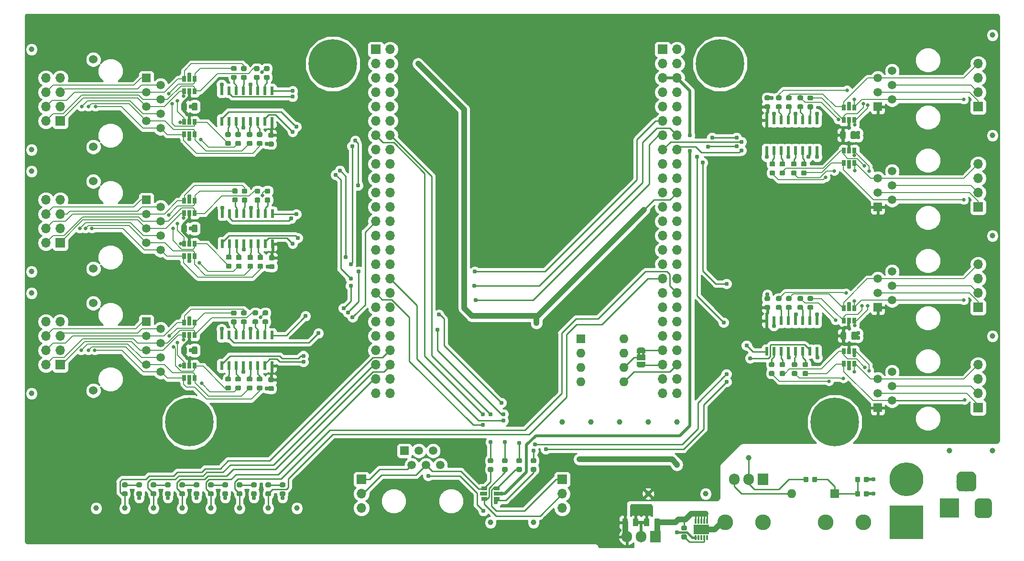
<source format=gbr>
G04 #@! TF.GenerationSoftware,KiCad,Pcbnew,5.0.2-bee76a0~70~ubuntu18.04.1*
G04 #@! TF.CreationDate,2019-05-04T20:09:11-07:00*
G04 #@! TF.ProjectId,aa-daughterboard-lvds,61612d64-6175-4676-9874-6572626f6172,rev?*
G04 #@! TF.SameCoordinates,Original*
G04 #@! TF.FileFunction,Copper,L1,Top*
G04 #@! TF.FilePolarity,Positive*
%FSLAX46Y46*%
G04 Gerber Fmt 4.6, Leading zero omitted, Abs format (unit mm)*
G04 Created by KiCad (PCBNEW 5.0.2-bee76a0~70~ubuntu18.04.1) date Sat 04 May 2019 08:09:11 PM PDT*
%MOMM*%
%LPD*%
G01*
G04 APERTURE LIST*
G04 #@! TA.AperFunction,ComponentPad*
%ADD10R,1.700000X1.700000*%
G04 #@! TD*
G04 #@! TA.AperFunction,ComponentPad*
%ADD11O,1.700000X1.700000*%
G04 #@! TD*
G04 #@! TA.AperFunction,Conductor*
%ADD12C,0.100000*%
G04 #@! TD*
G04 #@! TA.AperFunction,SMDPad,CuDef*
%ADD13C,0.875000*%
G04 #@! TD*
G04 #@! TA.AperFunction,ComponentPad*
%ADD14C,1.000000*%
G04 #@! TD*
G04 #@! TA.AperFunction,ComponentPad*
%ADD15C,0.900000*%
G04 #@! TD*
G04 #@! TA.AperFunction,ComponentPad*
%ADD16C,8.600000*%
G04 #@! TD*
G04 #@! TA.AperFunction,SMDPad,CuDef*
%ADD17R,0.600000X1.500000*%
G04 #@! TD*
G04 #@! TA.AperFunction,SMDPad,CuDef*
%ADD18R,1.500000X1.000000*%
G04 #@! TD*
G04 #@! TA.AperFunction,SMDPad,CuDef*
%ADD19C,0.500000*%
G04 #@! TD*
G04 #@! TA.AperFunction,ComponentPad*
%ADD20O,1.600000X1.600000*%
G04 #@! TD*
G04 #@! TA.AperFunction,ComponentPad*
%ADD21R,1.600000X1.600000*%
G04 #@! TD*
G04 #@! TA.AperFunction,ComponentPad*
%ADD22C,1.520000*%
G04 #@! TD*
G04 #@! TA.AperFunction,ComponentPad*
%ADD23R,1.520000X1.520000*%
G04 #@! TD*
G04 #@! TA.AperFunction,ComponentPad*
%ADD24C,1.524000*%
G04 #@! TD*
G04 #@! TA.AperFunction,ComponentPad*
%ADD25R,1.905000X2.000000*%
G04 #@! TD*
G04 #@! TA.AperFunction,ComponentPad*
%ADD26O,1.905000X2.000000*%
G04 #@! TD*
G04 #@! TA.AperFunction,SMDPad,CuDef*
%ADD27C,0.975000*%
G04 #@! TD*
G04 #@! TA.AperFunction,ComponentPad*
%ADD28C,3.500000*%
G04 #@! TD*
G04 #@! TA.AperFunction,ComponentPad*
%ADD29C,3.000000*%
G04 #@! TD*
G04 #@! TA.AperFunction,ComponentPad*
%ADD30R,3.500000X3.500000*%
G04 #@! TD*
G04 #@! TA.AperFunction,ComponentPad*
%ADD31C,5.999480*%
G04 #@! TD*
G04 #@! TA.AperFunction,ComponentPad*
%ADD32R,5.999480X5.999480*%
G04 #@! TD*
G04 #@! TA.AperFunction,SMDPad,CuDef*
%ADD33R,2.700000X1.750000*%
G04 #@! TD*
G04 #@! TA.AperFunction,SMDPad,CuDef*
%ADD34R,0.300000X0.850000*%
G04 #@! TD*
G04 #@! TA.AperFunction,SMDPad,CuDef*
%ADD35R,0.650000X1.060000*%
G04 #@! TD*
G04 #@! TA.AperFunction,SMDPad,CuDef*
%ADD36R,1.060000X0.650000*%
G04 #@! TD*
G04 #@! TA.AperFunction,ComponentPad*
%ADD37C,2.780000*%
G04 #@! TD*
G04 #@! TA.AperFunction,ViaPad*
%ADD38C,0.787400*%
G04 #@! TD*
G04 #@! TA.AperFunction,ViaPad*
%ADD39C,0.635000*%
G04 #@! TD*
G04 #@! TA.AperFunction,Conductor*
%ADD40C,0.508000*%
G04 #@! TD*
G04 #@! TA.AperFunction,Conductor*
%ADD41C,0.381000*%
G04 #@! TD*
G04 #@! TA.AperFunction,Conductor*
%ADD42C,0.254000*%
G04 #@! TD*
G04 #@! TA.AperFunction,Conductor*
%ADD43C,1.016000*%
G04 #@! TD*
G04 #@! TA.AperFunction,Conductor*
%ADD44C,0.152400*%
G04 #@! TD*
G04 APERTURE END LIST*
D10*
G04 #@! TO.P,A1,P1_1*
G04 #@! TO.N,GND*
X116840000Y-58420000D03*
D11*
G04 #@! TO.P,A1,P1_2*
X119380000Y-58420000D03*
G04 #@! TO.P,A1,P1_3*
G04 #@! TO.N,Net-(A1-PadP1_3)*
X116840000Y-60960000D03*
G04 #@! TO.P,A1,P1_4*
X119380000Y-60960000D03*
G04 #@! TO.P,A1,P1_5*
G04 #@! TO.N,GND*
X116840000Y-63500000D03*
G04 #@! TO.P,A1,P1_6*
G04 #@! TO.N,/NRST*
X119380000Y-63500000D03*
G04 #@! TO.P,A1,P1_7*
G04 #@! TO.N,Net-(A1-PadP1_7)*
X116840000Y-66040000D03*
G04 #@! TO.P,A1,P1_8*
G04 #@! TO.N,Net-(A1-PadP1_8)*
X119380000Y-66040000D03*
G04 #@! TO.P,A1,P1_9*
G04 #@! TO.N,Net-(A1-PadP1_9)*
X116840000Y-68580000D03*
G04 #@! TO.P,A1,P1_10*
G04 #@! TO.N,Net-(A1-PadP1_10)*
X119380000Y-68580000D03*
G04 #@! TO.P,A1,P1_11*
G04 #@! TO.N,Net-(A1-PadP1_11)*
X116840000Y-71120000D03*
G04 #@! TO.P,A1,P1_12*
G04 #@! TO.N,Net-(A1-PadP1_12)*
X119380000Y-71120000D03*
G04 #@! TO.P,A1,P1_13*
G04 #@! TO.N,/RX_DEBUG*
X116840000Y-73660000D03*
G04 #@! TO.P,A1,P1_14*
G04 #@! TO.N,/TX_DEBUG*
X119380000Y-73660000D03*
G04 #@! TO.P,A1,P1_15*
G04 #@! TO.N,Net-(A1-PadP1_15)*
X116840000Y-76200000D03*
G04 #@! TO.P,A1,P1_16*
G04 #@! TO.N,Net-(A1-PadP1_16)*
X119380000Y-76200000D03*
G04 #@! TO.P,A1,P1_17*
G04 #@! TO.N,Net-(A1-PadP1_17)*
X116840000Y-78740000D03*
G04 #@! TO.P,A1,P1_18*
G04 #@! TO.N,Net-(A1-PadP1_18)*
X119380000Y-78740000D03*
G04 #@! TO.P,A1,P1_19*
G04 #@! TO.N,Net-(A1-PadP1_19)*
X116840000Y-81280000D03*
G04 #@! TO.P,A1,P1_20*
G04 #@! TO.N,Net-(A1-PadP1_20)*
X119380000Y-81280000D03*
G04 #@! TO.P,A1,P1_21*
G04 #@! TO.N,Net-(A1-PadP1_21)*
X116840000Y-83820000D03*
G04 #@! TO.P,A1,P1_22*
G04 #@! TO.N,Net-(A1-PadP1_22)*
X119380000Y-83820000D03*
G04 #@! TO.P,A1,P1_23*
G04 #@! TO.N,GND*
X116840000Y-86360000D03*
G04 #@! TO.P,A1,P1_24*
G04 #@! TO.N,Net-(A1-PadP1_24)*
X119380000Y-86360000D03*
G04 #@! TO.P,A1,P1_25*
G04 #@! TO.N,/TX_PANEL_3*
X116840000Y-88900000D03*
G04 #@! TO.P,A1,P1_26*
G04 #@! TO.N,/TX_PANEL_4*
X119380000Y-88900000D03*
G04 #@! TO.P,A1,P1_27*
G04 #@! TO.N,/TX_PANEL_5*
X116840000Y-91440000D03*
G04 #@! TO.P,A1,P1_28*
G04 #@! TO.N,/TX_PANEL_6*
X119380000Y-91440000D03*
G04 #@! TO.P,A1,P1_29*
G04 #@! TO.N,/TX_PANEL_7*
X116840000Y-93980000D03*
G04 #@! TO.P,A1,P1_30*
G04 #@! TO.N,/TX_XP_0*
X119380000Y-93980000D03*
G04 #@! TO.P,A1,P1_31*
G04 #@! TO.N,/TX_XP_1*
X116840000Y-96520000D03*
G04 #@! TO.P,A1,P1_32*
G04 #@! TO.N,/TX_XP_2*
X119380000Y-96520000D03*
G04 #@! TO.P,A1,P1_33*
G04 #@! TO.N,/TX_XP_3*
X116840000Y-99060000D03*
G04 #@! TO.P,A1,P1_34*
G04 #@! TO.N,/TX_INPUT*
X119380000Y-99060000D03*
G04 #@! TO.P,A1,P1_35*
G04 #@! TO.N,/RX_INPUT*
X116840000Y-101600000D03*
G04 #@! TO.P,A1,P1_36*
G04 #@! TO.N,Net-(A1-PadP1_36)*
X119380000Y-101600000D03*
G04 #@! TO.P,A1,P1_37*
G04 #@! TO.N,/PWM_CAP_1*
X116840000Y-104140000D03*
G04 #@! TO.P,A1,P1_38*
G04 #@! TO.N,Net-(A1-PadP1_38)*
X119380000Y-104140000D03*
G04 #@! TO.P,A1,P1_39*
G04 #@! TO.N,/PWM_CAP_B*
X116840000Y-106680000D03*
G04 #@! TO.P,A1,P1_40*
G04 #@! TO.N,Net-(A1-PadP1_40)*
X119380000Y-106680000D03*
G04 #@! TO.P,A1,P1_41*
G04 #@! TO.N,Net-(A1-PadP1_41)*
X116840000Y-109220000D03*
G04 #@! TO.P,A1,P1_42*
G04 #@! TO.N,Net-(A1-PadP1_42)*
X119380000Y-109220000D03*
G04 #@! TO.P,A1,P1_43*
G04 #@! TO.N,Net-(A1-PadP1_43)*
X116840000Y-111760000D03*
G04 #@! TO.P,A1,P1_44*
G04 #@! TO.N,/DB_GREEN*
X119380000Y-111760000D03*
G04 #@! TO.P,A1,P1_45*
G04 #@! TO.N,/DB_ORANGE*
X116840000Y-114300000D03*
G04 #@! TO.P,A1,P1_46*
G04 #@! TO.N,/DB_RED*
X119380000Y-114300000D03*
G04 #@! TO.P,A1,P1_47*
G04 #@! TO.N,/DB_BLUE*
X116840000Y-116840000D03*
G04 #@! TO.P,A1,P1_48*
G04 #@! TO.N,Net-(A1-PadP1_48)*
X119380000Y-116840000D03*
G04 #@! TO.P,A1,P1_49*
G04 #@! TO.N,GND*
X116840000Y-119380000D03*
G04 #@! TO.P,A1,P1_50*
X119380000Y-119380000D03*
G04 #@! TO.P,A1,P2_15*
G04 #@! TO.N,/TX_STALK_A*
X167640000Y-76200000D03*
G04 #@! TO.P,A1,P2_23*
G04 #@! TO.N,Net-(A1-PadP2_23)*
X167640000Y-86360000D03*
G04 #@! TO.P,A1,P2_22*
G04 #@! TO.N,VDD*
X170180000Y-83820000D03*
D10*
G04 #@! TO.P,A1,P2_1*
G04 #@! TO.N,GND*
X167640000Y-58420000D03*
D11*
G04 #@! TO.P,A1,P2_8*
G04 #@! TO.N,Net-(A1-PadP2_8)*
X170180000Y-66040000D03*
G04 #@! TO.P,A1,P2_13*
G04 #@! TO.N,/TX_PANEL_0*
X167640000Y-73660000D03*
G04 #@! TO.P,A1,P2_26*
G04 #@! TO.N,Net-(A1-PadP2_26)*
X170180000Y-88900000D03*
G04 #@! TO.P,A1,P2_9*
G04 #@! TO.N,Net-(A1-PadP2_9)*
X167640000Y-68580000D03*
G04 #@! TO.P,A1,P2_28*
G04 #@! TO.N,Net-(A1-PadP2_28)*
X170180000Y-91440000D03*
G04 #@! TO.P,A1,P2_29*
G04 #@! TO.N,Net-(A1-PadP2_29)*
X167640000Y-93980000D03*
G04 #@! TO.P,A1,P2_37*
G04 #@! TO.N,Net-(A1-PadP2_37)*
X167640000Y-104140000D03*
G04 #@! TO.P,A1,P2_20*
G04 #@! TO.N,/PWM_CAP_2*
X170180000Y-81280000D03*
G04 #@! TO.P,A1,P2_43*
G04 #@! TO.N,Net-(A1-PadP2_43)*
X167640000Y-111760000D03*
G04 #@! TO.P,A1,P2_3*
G04 #@! TO.N,Net-(A1-PadP2_3)*
X167640000Y-60960000D03*
G04 #@! TO.P,A1,P2_27*
G04 #@! TO.N,Net-(A1-PadP2_27)*
X167640000Y-91440000D03*
G04 #@! TO.P,A1,P2_6*
G04 #@! TO.N,+3V*
X170180000Y-63500000D03*
G04 #@! TO.P,A1,P2_33*
G04 #@! TO.N,/DB_SYNC_1*
X167640000Y-99060000D03*
G04 #@! TO.P,A1,P2_50*
G04 #@! TO.N,GND*
X170180000Y-119380000D03*
G04 #@! TO.P,A1,P2_19*
G04 #@! TO.N,/PWM_CAP_A*
X167640000Y-81280000D03*
G04 #@! TO.P,A1,P2_7*
G04 #@! TO.N,Net-(A1-PadP2_7)*
X167640000Y-66040000D03*
G04 #@! TO.P,A1,P2_31*
G04 #@! TO.N,Net-(A1-PadP2_31)*
X167640000Y-96520000D03*
G04 #@! TO.P,A1,P2_12*
G04 #@! TO.N,Net-(A1-PadP2_12)*
X170180000Y-71120000D03*
G04 #@! TO.P,A1,P2_44*
G04 #@! TO.N,Net-(A1-PadP2_44)*
X170180000Y-111760000D03*
G04 #@! TO.P,A1,P2_24*
G04 #@! TO.N,Net-(A1-PadP2_24)*
X170180000Y-86360000D03*
G04 #@! TO.P,A1,P2_46*
G04 #@! TO.N,/I2C_SDA*
X170180000Y-114300000D03*
G04 #@! TO.P,A1,P2_45*
G04 #@! TO.N,Net-(A1-PadP2_45)*
X167640000Y-114300000D03*
G04 #@! TO.P,A1,P2_2*
G04 #@! TO.N,GND*
X170180000Y-58420000D03*
G04 #@! TO.P,A1,P2_16*
G04 #@! TO.N,/TX_STALK_2*
X170180000Y-76200000D03*
G04 #@! TO.P,A1,P2_35*
G04 #@! TO.N,Net-(A1-PadP2_35)*
X167640000Y-101600000D03*
G04 #@! TO.P,A1,P2_5*
G04 #@! TO.N,+3V*
X167640000Y-63500000D03*
G04 #@! TO.P,A1,P2_17*
G04 #@! TO.N,/TX_STALK_1*
X167640000Y-78740000D03*
G04 #@! TO.P,A1,P2_47*
G04 #@! TO.N,/MEM_PWR*
X167640000Y-116840000D03*
G04 #@! TO.P,A1,P2_36*
G04 #@! TO.N,/DB_SYNC_0*
X170180000Y-101600000D03*
G04 #@! TO.P,A1,P2_25*
G04 #@! TO.N,Net-(A1-PadP2_25)*
X167640000Y-88900000D03*
G04 #@! TO.P,A1,P2_14*
G04 #@! TO.N,/TX_PANEL_1*
X170180000Y-73660000D03*
G04 #@! TO.P,A1,P2_42*
G04 #@! TO.N,Net-(A1-PadP2_42)*
X170180000Y-109220000D03*
G04 #@! TO.P,A1,P2_21*
G04 #@! TO.N,Net-(A1-PadP2_21)*
X167640000Y-83820000D03*
G04 #@! TO.P,A1,P2_10*
G04 #@! TO.N,Net-(A1-PadP2_10)*
X170180000Y-68580000D03*
G04 #@! TO.P,A1,P2_18*
G04 #@! TO.N,/TX_STALK_B*
X170180000Y-78740000D03*
G04 #@! TO.P,A1,P2_34*
G04 #@! TO.N,Net-(A1-PadP2_34)*
X170180000Y-99060000D03*
G04 #@! TO.P,A1,P2_30*
G04 #@! TO.N,Net-(A1-PadP2_30)*
X170180000Y-93980000D03*
G04 #@! TO.P,A1,P2_4*
G04 #@! TO.N,Net-(A1-PadP2_3)*
X170180000Y-60960000D03*
G04 #@! TO.P,A1,P2_40*
G04 #@! TO.N,Net-(A1-PadP2_40)*
X170180000Y-106680000D03*
G04 #@! TO.P,A1,P2_32*
G04 #@! TO.N,Net-(A1-PadP2_32)*
X170180000Y-96520000D03*
G04 #@! TO.P,A1,P2_41*
G04 #@! TO.N,Net-(A1-PadP2_41)*
X167640000Y-109220000D03*
G04 #@! TO.P,A1,P2_38*
G04 #@! TO.N,Net-(A1-PadP2_38)*
X170180000Y-104140000D03*
G04 #@! TO.P,A1,P2_11*
G04 #@! TO.N,/TX_PANEL_2*
X167640000Y-71120000D03*
G04 #@! TO.P,A1,P2_49*
G04 #@! TO.N,GND*
X167640000Y-119380000D03*
G04 #@! TO.P,A1,P2_48*
G04 #@! TO.N,/MEM_WP*
X170180000Y-116840000D03*
G04 #@! TO.P,A1,P2_39*
G04 #@! TO.N,Net-(A1-PadP2_39)*
X167640000Y-106680000D03*
G04 #@! TD*
D12*
G04 #@! TO.N,+5V*
G04 #@! TO.C,C13*
G36*
X98702691Y-94915053D02*
X98723926Y-94918203D01*
X98744750Y-94923419D01*
X98764962Y-94930651D01*
X98784368Y-94939830D01*
X98802781Y-94950866D01*
X98820024Y-94963654D01*
X98835930Y-94978070D01*
X98850346Y-94993976D01*
X98863134Y-95011219D01*
X98874170Y-95029632D01*
X98883349Y-95049038D01*
X98890581Y-95069250D01*
X98895797Y-95090074D01*
X98898947Y-95111309D01*
X98900000Y-95132750D01*
X98900000Y-95570250D01*
X98898947Y-95591691D01*
X98895797Y-95612926D01*
X98890581Y-95633750D01*
X98883349Y-95653962D01*
X98874170Y-95673368D01*
X98863134Y-95691781D01*
X98850346Y-95709024D01*
X98835930Y-95724930D01*
X98820024Y-95739346D01*
X98802781Y-95752134D01*
X98784368Y-95763170D01*
X98764962Y-95772349D01*
X98744750Y-95779581D01*
X98723926Y-95784797D01*
X98702691Y-95787947D01*
X98681250Y-95789000D01*
X98168750Y-95789000D01*
X98147309Y-95787947D01*
X98126074Y-95784797D01*
X98105250Y-95779581D01*
X98085038Y-95772349D01*
X98065632Y-95763170D01*
X98047219Y-95752134D01*
X98029976Y-95739346D01*
X98014070Y-95724930D01*
X97999654Y-95709024D01*
X97986866Y-95691781D01*
X97975830Y-95673368D01*
X97966651Y-95653962D01*
X97959419Y-95633750D01*
X97954203Y-95612926D01*
X97951053Y-95591691D01*
X97950000Y-95570250D01*
X97950000Y-95132750D01*
X97951053Y-95111309D01*
X97954203Y-95090074D01*
X97959419Y-95069250D01*
X97966651Y-95049038D01*
X97975830Y-95029632D01*
X97986866Y-95011219D01*
X97999654Y-94993976D01*
X98014070Y-94978070D01*
X98029976Y-94963654D01*
X98047219Y-94950866D01*
X98065632Y-94939830D01*
X98085038Y-94930651D01*
X98105250Y-94923419D01*
X98126074Y-94918203D01*
X98147309Y-94915053D01*
X98168750Y-94914000D01*
X98681250Y-94914000D01*
X98702691Y-94915053D01*
X98702691Y-94915053D01*
G37*
D13*
G04 #@! TD*
G04 #@! TO.P,C13,1*
G04 #@! TO.N,+5V*
X98425000Y-95351500D03*
D12*
G04 #@! TO.N,GND*
G04 #@! TO.C,C13*
G36*
X98702691Y-96490053D02*
X98723926Y-96493203D01*
X98744750Y-96498419D01*
X98764962Y-96505651D01*
X98784368Y-96514830D01*
X98802781Y-96525866D01*
X98820024Y-96538654D01*
X98835930Y-96553070D01*
X98850346Y-96568976D01*
X98863134Y-96586219D01*
X98874170Y-96604632D01*
X98883349Y-96624038D01*
X98890581Y-96644250D01*
X98895797Y-96665074D01*
X98898947Y-96686309D01*
X98900000Y-96707750D01*
X98900000Y-97145250D01*
X98898947Y-97166691D01*
X98895797Y-97187926D01*
X98890581Y-97208750D01*
X98883349Y-97228962D01*
X98874170Y-97248368D01*
X98863134Y-97266781D01*
X98850346Y-97284024D01*
X98835930Y-97299930D01*
X98820024Y-97314346D01*
X98802781Y-97327134D01*
X98784368Y-97338170D01*
X98764962Y-97347349D01*
X98744750Y-97354581D01*
X98723926Y-97359797D01*
X98702691Y-97362947D01*
X98681250Y-97364000D01*
X98168750Y-97364000D01*
X98147309Y-97362947D01*
X98126074Y-97359797D01*
X98105250Y-97354581D01*
X98085038Y-97347349D01*
X98065632Y-97338170D01*
X98047219Y-97327134D01*
X98029976Y-97314346D01*
X98014070Y-97299930D01*
X97999654Y-97284024D01*
X97986866Y-97266781D01*
X97975830Y-97248368D01*
X97966651Y-97228962D01*
X97959419Y-97208750D01*
X97954203Y-97187926D01*
X97951053Y-97166691D01*
X97950000Y-97145250D01*
X97950000Y-96707750D01*
X97951053Y-96686309D01*
X97954203Y-96665074D01*
X97959419Y-96644250D01*
X97966651Y-96624038D01*
X97975830Y-96604632D01*
X97986866Y-96586219D01*
X97999654Y-96568976D01*
X98014070Y-96553070D01*
X98029976Y-96538654D01*
X98047219Y-96525866D01*
X98065632Y-96514830D01*
X98085038Y-96505651D01*
X98105250Y-96498419D01*
X98126074Y-96493203D01*
X98147309Y-96490053D01*
X98168750Y-96489000D01*
X98681250Y-96489000D01*
X98702691Y-96490053D01*
X98702691Y-96490053D01*
G37*
D13*
G04 #@! TD*
G04 #@! TO.P,C13,2*
G04 #@! TO.N,GND*
X98425000Y-96926500D03*
D14*
G04 #@! TO.P,TP31,1*
G04 #@! TO.N,GND*
X226060000Y-129540000D03*
G04 #@! TD*
G04 #@! TO.P,TP30,1*
G04 #@! TO.N,Net-(CN1-Pad1)*
X218440000Y-129540000D03*
G04 #@! TD*
D15*
G04 #@! TO.P,H2,1*
G04 #@! TO.N,GND*
X106939581Y-58679581D03*
X105995000Y-60960000D03*
X106939581Y-63240419D03*
X109220000Y-64185000D03*
X111500419Y-63240419D03*
X112445000Y-60960000D03*
X111500419Y-58679581D03*
X109220000Y-57735000D03*
D16*
X109220000Y-60960000D03*
G04 #@! TD*
G04 #@! TO.P,H3,1*
G04 #@! TO.N,GND*
X198120000Y-124460000D03*
D15*
X198120000Y-121235000D03*
X200400419Y-122179581D03*
X201345000Y-124460000D03*
X200400419Y-126740419D03*
X198120000Y-127685000D03*
X195839581Y-126740419D03*
X194895000Y-124460000D03*
X195839581Y-122179581D03*
G04 #@! TD*
G04 #@! TO.P,H1,1*
G04 #@! TO.N,GND*
X81539581Y-122179581D03*
X80595000Y-124460000D03*
X81539581Y-126740419D03*
X83820000Y-127685000D03*
X86100419Y-126740419D03*
X87045000Y-124460000D03*
X86100419Y-122179581D03*
X83820000Y-121235000D03*
D16*
X83820000Y-124460000D03*
G04 #@! TD*
G04 #@! TO.P,H4,1*
G04 #@! TO.N,GND*
X177800000Y-60960000D03*
D15*
X177800000Y-57735000D03*
X180080419Y-58679581D03*
X181025000Y-60960000D03*
X180080419Y-63240419D03*
X177800000Y-64185000D03*
X175519581Y-63240419D03*
X174575000Y-60960000D03*
X175519581Y-58679581D03*
G04 #@! TD*
D14*
G04 #@! TO.P,TP4,1*
G04 #@! TO.N,GND*
X226060000Y-73660000D03*
G04 #@! TD*
G04 #@! TO.P,TP3,1*
G04 #@! TO.N,GND*
X226060000Y-91440000D03*
G04 #@! TD*
G04 #@! TO.P,TP23,1*
G04 #@! TO.N,GND*
X226060000Y-55880000D03*
G04 #@! TD*
G04 #@! TO.P,TP24,1*
G04 #@! TO.N,GND*
X55880000Y-97790000D03*
G04 #@! TD*
G04 #@! TO.P,TP25,1*
G04 #@! TO.N,GND*
X55880000Y-76200000D03*
G04 #@! TD*
G04 #@! TO.P,TP26,1*
G04 #@! TO.N,GND*
X55880000Y-80010000D03*
G04 #@! TD*
G04 #@! TO.P,TP27,1*
G04 #@! TO.N,GND*
X55880000Y-58420000D03*
G04 #@! TD*
G04 #@! TO.P,TP28,1*
G04 #@! TO.N,GND*
X137160000Y-142240000D03*
G04 #@! TD*
G04 #@! TO.P,TP22,1*
G04 #@! TO.N,GND*
X226060000Y-109220000D03*
G04 #@! TD*
G04 #@! TO.P,TP29,1*
G04 #@! TO.N,GND*
X144780000Y-142240000D03*
G04 #@! TD*
D12*
G04 #@! TO.N,/TX_PANEL_1_P*
G04 #@! TO.C,R33*
G36*
X91971691Y-104694053D02*
X91992926Y-104697203D01*
X92013750Y-104702419D01*
X92033962Y-104709651D01*
X92053368Y-104718830D01*
X92071781Y-104729866D01*
X92089024Y-104742654D01*
X92104930Y-104757070D01*
X92119346Y-104772976D01*
X92132134Y-104790219D01*
X92143170Y-104808632D01*
X92152349Y-104828038D01*
X92159581Y-104848250D01*
X92164797Y-104869074D01*
X92167947Y-104890309D01*
X92169000Y-104911750D01*
X92169000Y-105349250D01*
X92167947Y-105370691D01*
X92164797Y-105391926D01*
X92159581Y-105412750D01*
X92152349Y-105432962D01*
X92143170Y-105452368D01*
X92132134Y-105470781D01*
X92119346Y-105488024D01*
X92104930Y-105503930D01*
X92089024Y-105518346D01*
X92071781Y-105531134D01*
X92053368Y-105542170D01*
X92033962Y-105551349D01*
X92013750Y-105558581D01*
X91992926Y-105563797D01*
X91971691Y-105566947D01*
X91950250Y-105568000D01*
X91437750Y-105568000D01*
X91416309Y-105566947D01*
X91395074Y-105563797D01*
X91374250Y-105558581D01*
X91354038Y-105551349D01*
X91334632Y-105542170D01*
X91316219Y-105531134D01*
X91298976Y-105518346D01*
X91283070Y-105503930D01*
X91268654Y-105488024D01*
X91255866Y-105470781D01*
X91244830Y-105452368D01*
X91235651Y-105432962D01*
X91228419Y-105412750D01*
X91223203Y-105391926D01*
X91220053Y-105370691D01*
X91219000Y-105349250D01*
X91219000Y-104911750D01*
X91220053Y-104890309D01*
X91223203Y-104869074D01*
X91228419Y-104848250D01*
X91235651Y-104828038D01*
X91244830Y-104808632D01*
X91255866Y-104790219D01*
X91268654Y-104772976D01*
X91283070Y-104757070D01*
X91298976Y-104742654D01*
X91316219Y-104729866D01*
X91334632Y-104718830D01*
X91354038Y-104709651D01*
X91374250Y-104702419D01*
X91395074Y-104697203D01*
X91416309Y-104694053D01*
X91437750Y-104693000D01*
X91950250Y-104693000D01*
X91971691Y-104694053D01*
X91971691Y-104694053D01*
G37*
D13*
G04 #@! TD*
G04 #@! TO.P,R33,2*
G04 #@! TO.N,/TX_PANEL_1_P*
X91694000Y-105130500D03*
D12*
G04 #@! TO.N,Net-(R33-Pad1)*
G04 #@! TO.C,R33*
G36*
X91971691Y-106269053D02*
X91992926Y-106272203D01*
X92013750Y-106277419D01*
X92033962Y-106284651D01*
X92053368Y-106293830D01*
X92071781Y-106304866D01*
X92089024Y-106317654D01*
X92104930Y-106332070D01*
X92119346Y-106347976D01*
X92132134Y-106365219D01*
X92143170Y-106383632D01*
X92152349Y-106403038D01*
X92159581Y-106423250D01*
X92164797Y-106444074D01*
X92167947Y-106465309D01*
X92169000Y-106486750D01*
X92169000Y-106924250D01*
X92167947Y-106945691D01*
X92164797Y-106966926D01*
X92159581Y-106987750D01*
X92152349Y-107007962D01*
X92143170Y-107027368D01*
X92132134Y-107045781D01*
X92119346Y-107063024D01*
X92104930Y-107078930D01*
X92089024Y-107093346D01*
X92071781Y-107106134D01*
X92053368Y-107117170D01*
X92033962Y-107126349D01*
X92013750Y-107133581D01*
X91992926Y-107138797D01*
X91971691Y-107141947D01*
X91950250Y-107143000D01*
X91437750Y-107143000D01*
X91416309Y-107141947D01*
X91395074Y-107138797D01*
X91374250Y-107133581D01*
X91354038Y-107126349D01*
X91334632Y-107117170D01*
X91316219Y-107106134D01*
X91298976Y-107093346D01*
X91283070Y-107078930D01*
X91268654Y-107063024D01*
X91255866Y-107045781D01*
X91244830Y-107027368D01*
X91235651Y-107007962D01*
X91228419Y-106987750D01*
X91223203Y-106966926D01*
X91220053Y-106945691D01*
X91219000Y-106924250D01*
X91219000Y-106486750D01*
X91220053Y-106465309D01*
X91223203Y-106444074D01*
X91228419Y-106423250D01*
X91235651Y-106403038D01*
X91244830Y-106383632D01*
X91255866Y-106365219D01*
X91268654Y-106347976D01*
X91283070Y-106332070D01*
X91298976Y-106317654D01*
X91316219Y-106304866D01*
X91334632Y-106293830D01*
X91354038Y-106284651D01*
X91374250Y-106277419D01*
X91395074Y-106272203D01*
X91416309Y-106269053D01*
X91437750Y-106268000D01*
X91950250Y-106268000D01*
X91971691Y-106269053D01*
X91971691Y-106269053D01*
G37*
D13*
G04 #@! TD*
G04 #@! TO.P,R33,1*
G04 #@! TO.N,Net-(R33-Pad1)*
X91694000Y-106705500D03*
D12*
G04 #@! TO.N,Net-(R50-Pad1)*
G04 #@! TO.C,R50*
G36*
X92860691Y-94836127D02*
X92881926Y-94839277D01*
X92902750Y-94844493D01*
X92922962Y-94851725D01*
X92942368Y-94860904D01*
X92960781Y-94871940D01*
X92978024Y-94884728D01*
X92993930Y-94899144D01*
X93008346Y-94915050D01*
X93021134Y-94932293D01*
X93032170Y-94950706D01*
X93041349Y-94970112D01*
X93048581Y-94990324D01*
X93053797Y-95011148D01*
X93056947Y-95032383D01*
X93058000Y-95053824D01*
X93058000Y-95491324D01*
X93056947Y-95512765D01*
X93053797Y-95534000D01*
X93048581Y-95554824D01*
X93041349Y-95575036D01*
X93032170Y-95594442D01*
X93021134Y-95612855D01*
X93008346Y-95630098D01*
X92993930Y-95646004D01*
X92978024Y-95660420D01*
X92960781Y-95673208D01*
X92942368Y-95684244D01*
X92922962Y-95693423D01*
X92902750Y-95700655D01*
X92881926Y-95705871D01*
X92860691Y-95709021D01*
X92839250Y-95710074D01*
X92326750Y-95710074D01*
X92305309Y-95709021D01*
X92284074Y-95705871D01*
X92263250Y-95700655D01*
X92243038Y-95693423D01*
X92223632Y-95684244D01*
X92205219Y-95673208D01*
X92187976Y-95660420D01*
X92172070Y-95646004D01*
X92157654Y-95630098D01*
X92144866Y-95612855D01*
X92133830Y-95594442D01*
X92124651Y-95575036D01*
X92117419Y-95554824D01*
X92112203Y-95534000D01*
X92109053Y-95512765D01*
X92108000Y-95491324D01*
X92108000Y-95053824D01*
X92109053Y-95032383D01*
X92112203Y-95011148D01*
X92117419Y-94990324D01*
X92124651Y-94970112D01*
X92133830Y-94950706D01*
X92144866Y-94932293D01*
X92157654Y-94915050D01*
X92172070Y-94899144D01*
X92187976Y-94884728D01*
X92205219Y-94871940D01*
X92223632Y-94860904D01*
X92243038Y-94851725D01*
X92263250Y-94844493D01*
X92284074Y-94839277D01*
X92305309Y-94836127D01*
X92326750Y-94835074D01*
X92839250Y-94835074D01*
X92860691Y-94836127D01*
X92860691Y-94836127D01*
G37*
D13*
G04 #@! TD*
G04 #@! TO.P,R50,1*
G04 #@! TO.N,Net-(R50-Pad1)*
X92583000Y-95272574D03*
D12*
G04 #@! TO.N,/TX_PANEL_6_N*
G04 #@! TO.C,R50*
G36*
X92860691Y-96411127D02*
X92881926Y-96414277D01*
X92902750Y-96419493D01*
X92922962Y-96426725D01*
X92942368Y-96435904D01*
X92960781Y-96446940D01*
X92978024Y-96459728D01*
X92993930Y-96474144D01*
X93008346Y-96490050D01*
X93021134Y-96507293D01*
X93032170Y-96525706D01*
X93041349Y-96545112D01*
X93048581Y-96565324D01*
X93053797Y-96586148D01*
X93056947Y-96607383D01*
X93058000Y-96628824D01*
X93058000Y-97066324D01*
X93056947Y-97087765D01*
X93053797Y-97109000D01*
X93048581Y-97129824D01*
X93041349Y-97150036D01*
X93032170Y-97169442D01*
X93021134Y-97187855D01*
X93008346Y-97205098D01*
X92993930Y-97221004D01*
X92978024Y-97235420D01*
X92960781Y-97248208D01*
X92942368Y-97259244D01*
X92922962Y-97268423D01*
X92902750Y-97275655D01*
X92881926Y-97280871D01*
X92860691Y-97284021D01*
X92839250Y-97285074D01*
X92326750Y-97285074D01*
X92305309Y-97284021D01*
X92284074Y-97280871D01*
X92263250Y-97275655D01*
X92243038Y-97268423D01*
X92223632Y-97259244D01*
X92205219Y-97248208D01*
X92187976Y-97235420D01*
X92172070Y-97221004D01*
X92157654Y-97205098D01*
X92144866Y-97187855D01*
X92133830Y-97169442D01*
X92124651Y-97150036D01*
X92117419Y-97129824D01*
X92112203Y-97109000D01*
X92109053Y-97087765D01*
X92108000Y-97066324D01*
X92108000Y-96628824D01*
X92109053Y-96607383D01*
X92112203Y-96586148D01*
X92117419Y-96565324D01*
X92124651Y-96545112D01*
X92133830Y-96525706D01*
X92144866Y-96507293D01*
X92157654Y-96490050D01*
X92172070Y-96474144D01*
X92187976Y-96459728D01*
X92205219Y-96446940D01*
X92223632Y-96435904D01*
X92243038Y-96426725D01*
X92263250Y-96419493D01*
X92284074Y-96414277D01*
X92305309Y-96411127D01*
X92326750Y-96410074D01*
X92839250Y-96410074D01*
X92860691Y-96411127D01*
X92860691Y-96411127D01*
G37*
D13*
G04 #@! TD*
G04 #@! TO.P,R50,2*
G04 #@! TO.N,/TX_PANEL_6_N*
X92583000Y-96847574D03*
D12*
G04 #@! TO.N,+5V*
G04 #@! TO.C,C6*
G36*
X186459691Y-103703553D02*
X186480926Y-103706703D01*
X186501750Y-103711919D01*
X186521962Y-103719151D01*
X186541368Y-103728330D01*
X186559781Y-103739366D01*
X186577024Y-103752154D01*
X186592930Y-103766570D01*
X186607346Y-103782476D01*
X186620134Y-103799719D01*
X186631170Y-103818132D01*
X186640349Y-103837538D01*
X186647581Y-103857750D01*
X186652797Y-103878574D01*
X186655947Y-103899809D01*
X186657000Y-103921250D01*
X186657000Y-104358750D01*
X186655947Y-104380191D01*
X186652797Y-104401426D01*
X186647581Y-104422250D01*
X186640349Y-104442462D01*
X186631170Y-104461868D01*
X186620134Y-104480281D01*
X186607346Y-104497524D01*
X186592930Y-104513430D01*
X186577024Y-104527846D01*
X186559781Y-104540634D01*
X186541368Y-104551670D01*
X186521962Y-104560849D01*
X186501750Y-104568081D01*
X186480926Y-104573297D01*
X186459691Y-104576447D01*
X186438250Y-104577500D01*
X185925750Y-104577500D01*
X185904309Y-104576447D01*
X185883074Y-104573297D01*
X185862250Y-104568081D01*
X185842038Y-104560849D01*
X185822632Y-104551670D01*
X185804219Y-104540634D01*
X185786976Y-104527846D01*
X185771070Y-104513430D01*
X185756654Y-104497524D01*
X185743866Y-104480281D01*
X185732830Y-104461868D01*
X185723651Y-104442462D01*
X185716419Y-104422250D01*
X185711203Y-104401426D01*
X185708053Y-104380191D01*
X185707000Y-104358750D01*
X185707000Y-103921250D01*
X185708053Y-103899809D01*
X185711203Y-103878574D01*
X185716419Y-103857750D01*
X185723651Y-103837538D01*
X185732830Y-103818132D01*
X185743866Y-103799719D01*
X185756654Y-103782476D01*
X185771070Y-103766570D01*
X185786976Y-103752154D01*
X185804219Y-103739366D01*
X185822632Y-103728330D01*
X185842038Y-103719151D01*
X185862250Y-103711919D01*
X185883074Y-103706703D01*
X185904309Y-103703553D01*
X185925750Y-103702500D01*
X186438250Y-103702500D01*
X186459691Y-103703553D01*
X186459691Y-103703553D01*
G37*
D13*
G04 #@! TD*
G04 #@! TO.P,C6,1*
G04 #@! TO.N,+5V*
X186182000Y-104140000D03*
D12*
G04 #@! TO.N,GND*
G04 #@! TO.C,C6*
G36*
X186459691Y-102128553D02*
X186480926Y-102131703D01*
X186501750Y-102136919D01*
X186521962Y-102144151D01*
X186541368Y-102153330D01*
X186559781Y-102164366D01*
X186577024Y-102177154D01*
X186592930Y-102191570D01*
X186607346Y-102207476D01*
X186620134Y-102224719D01*
X186631170Y-102243132D01*
X186640349Y-102262538D01*
X186647581Y-102282750D01*
X186652797Y-102303574D01*
X186655947Y-102324809D01*
X186657000Y-102346250D01*
X186657000Y-102783750D01*
X186655947Y-102805191D01*
X186652797Y-102826426D01*
X186647581Y-102847250D01*
X186640349Y-102867462D01*
X186631170Y-102886868D01*
X186620134Y-102905281D01*
X186607346Y-102922524D01*
X186592930Y-102938430D01*
X186577024Y-102952846D01*
X186559781Y-102965634D01*
X186541368Y-102976670D01*
X186521962Y-102985849D01*
X186501750Y-102993081D01*
X186480926Y-102998297D01*
X186459691Y-103001447D01*
X186438250Y-103002500D01*
X185925750Y-103002500D01*
X185904309Y-103001447D01*
X185883074Y-102998297D01*
X185862250Y-102993081D01*
X185842038Y-102985849D01*
X185822632Y-102976670D01*
X185804219Y-102965634D01*
X185786976Y-102952846D01*
X185771070Y-102938430D01*
X185756654Y-102922524D01*
X185743866Y-102905281D01*
X185732830Y-102886868D01*
X185723651Y-102867462D01*
X185716419Y-102847250D01*
X185711203Y-102826426D01*
X185708053Y-102805191D01*
X185707000Y-102783750D01*
X185707000Y-102346250D01*
X185708053Y-102324809D01*
X185711203Y-102303574D01*
X185716419Y-102282750D01*
X185723651Y-102262538D01*
X185732830Y-102243132D01*
X185743866Y-102224719D01*
X185756654Y-102207476D01*
X185771070Y-102191570D01*
X185786976Y-102177154D01*
X185804219Y-102164366D01*
X185822632Y-102153330D01*
X185842038Y-102144151D01*
X185862250Y-102136919D01*
X185883074Y-102131703D01*
X185904309Y-102128553D01*
X185925750Y-102127500D01*
X186438250Y-102127500D01*
X186459691Y-102128553D01*
X186459691Y-102128553D01*
G37*
D13*
G04 #@! TD*
G04 #@! TO.P,C6,2*
G04 #@! TO.N,GND*
X186182000Y-102565000D03*
D12*
G04 #@! TO.N,GND*
G04 #@! TO.C,C14*
G36*
X98575691Y-74773053D02*
X98596926Y-74776203D01*
X98617750Y-74781419D01*
X98637962Y-74788651D01*
X98657368Y-74797830D01*
X98675781Y-74808866D01*
X98693024Y-74821654D01*
X98708930Y-74836070D01*
X98723346Y-74851976D01*
X98736134Y-74869219D01*
X98747170Y-74887632D01*
X98756349Y-74907038D01*
X98763581Y-74927250D01*
X98768797Y-74948074D01*
X98771947Y-74969309D01*
X98773000Y-74990750D01*
X98773000Y-75428250D01*
X98771947Y-75449691D01*
X98768797Y-75470926D01*
X98763581Y-75491750D01*
X98756349Y-75511962D01*
X98747170Y-75531368D01*
X98736134Y-75549781D01*
X98723346Y-75567024D01*
X98708930Y-75582930D01*
X98693024Y-75597346D01*
X98675781Y-75610134D01*
X98657368Y-75621170D01*
X98637962Y-75630349D01*
X98617750Y-75637581D01*
X98596926Y-75642797D01*
X98575691Y-75645947D01*
X98554250Y-75647000D01*
X98041750Y-75647000D01*
X98020309Y-75645947D01*
X97999074Y-75642797D01*
X97978250Y-75637581D01*
X97958038Y-75630349D01*
X97938632Y-75621170D01*
X97920219Y-75610134D01*
X97902976Y-75597346D01*
X97887070Y-75582930D01*
X97872654Y-75567024D01*
X97859866Y-75549781D01*
X97848830Y-75531368D01*
X97839651Y-75511962D01*
X97832419Y-75491750D01*
X97827203Y-75470926D01*
X97824053Y-75449691D01*
X97823000Y-75428250D01*
X97823000Y-74990750D01*
X97824053Y-74969309D01*
X97827203Y-74948074D01*
X97832419Y-74927250D01*
X97839651Y-74907038D01*
X97848830Y-74887632D01*
X97859866Y-74869219D01*
X97872654Y-74851976D01*
X97887070Y-74836070D01*
X97902976Y-74821654D01*
X97920219Y-74808866D01*
X97938632Y-74797830D01*
X97958038Y-74788651D01*
X97978250Y-74781419D01*
X97999074Y-74776203D01*
X98020309Y-74773053D01*
X98041750Y-74772000D01*
X98554250Y-74772000D01*
X98575691Y-74773053D01*
X98575691Y-74773053D01*
G37*
D13*
G04 #@! TD*
G04 #@! TO.P,C14,2*
G04 #@! TO.N,GND*
X98298000Y-75209500D03*
D12*
G04 #@! TO.N,+5V*
G04 #@! TO.C,C14*
G36*
X98575691Y-73198053D02*
X98596926Y-73201203D01*
X98617750Y-73206419D01*
X98637962Y-73213651D01*
X98657368Y-73222830D01*
X98675781Y-73233866D01*
X98693024Y-73246654D01*
X98708930Y-73261070D01*
X98723346Y-73276976D01*
X98736134Y-73294219D01*
X98747170Y-73312632D01*
X98756349Y-73332038D01*
X98763581Y-73352250D01*
X98768797Y-73373074D01*
X98771947Y-73394309D01*
X98773000Y-73415750D01*
X98773000Y-73853250D01*
X98771947Y-73874691D01*
X98768797Y-73895926D01*
X98763581Y-73916750D01*
X98756349Y-73936962D01*
X98747170Y-73956368D01*
X98736134Y-73974781D01*
X98723346Y-73992024D01*
X98708930Y-74007930D01*
X98693024Y-74022346D01*
X98675781Y-74035134D01*
X98657368Y-74046170D01*
X98637962Y-74055349D01*
X98617750Y-74062581D01*
X98596926Y-74067797D01*
X98575691Y-74070947D01*
X98554250Y-74072000D01*
X98041750Y-74072000D01*
X98020309Y-74070947D01*
X97999074Y-74067797D01*
X97978250Y-74062581D01*
X97958038Y-74055349D01*
X97938632Y-74046170D01*
X97920219Y-74035134D01*
X97902976Y-74022346D01*
X97887070Y-74007930D01*
X97872654Y-73992024D01*
X97859866Y-73974781D01*
X97848830Y-73956368D01*
X97839651Y-73936962D01*
X97832419Y-73916750D01*
X97827203Y-73895926D01*
X97824053Y-73874691D01*
X97823000Y-73853250D01*
X97823000Y-73415750D01*
X97824053Y-73394309D01*
X97827203Y-73373074D01*
X97832419Y-73352250D01*
X97839651Y-73332038D01*
X97848830Y-73312632D01*
X97859866Y-73294219D01*
X97872654Y-73276976D01*
X97887070Y-73261070D01*
X97902976Y-73246654D01*
X97920219Y-73233866D01*
X97938632Y-73222830D01*
X97958038Y-73213651D01*
X97978250Y-73206419D01*
X97999074Y-73201203D01*
X98020309Y-73198053D01*
X98041750Y-73197000D01*
X98554250Y-73197000D01*
X98575691Y-73198053D01*
X98575691Y-73198053D01*
G37*
D13*
G04 #@! TD*
G04 #@! TO.P,C14,1*
G04 #@! TO.N,+5V*
X98298000Y-73634500D03*
D12*
G04 #@! TO.N,GND*
G04 #@! TO.C,C7*
G36*
X186459691Y-66568553D02*
X186480926Y-66571703D01*
X186501750Y-66576919D01*
X186521962Y-66584151D01*
X186541368Y-66593330D01*
X186559781Y-66604366D01*
X186577024Y-66617154D01*
X186592930Y-66631570D01*
X186607346Y-66647476D01*
X186620134Y-66664719D01*
X186631170Y-66683132D01*
X186640349Y-66702538D01*
X186647581Y-66722750D01*
X186652797Y-66743574D01*
X186655947Y-66764809D01*
X186657000Y-66786250D01*
X186657000Y-67223750D01*
X186655947Y-67245191D01*
X186652797Y-67266426D01*
X186647581Y-67287250D01*
X186640349Y-67307462D01*
X186631170Y-67326868D01*
X186620134Y-67345281D01*
X186607346Y-67362524D01*
X186592930Y-67378430D01*
X186577024Y-67392846D01*
X186559781Y-67405634D01*
X186541368Y-67416670D01*
X186521962Y-67425849D01*
X186501750Y-67433081D01*
X186480926Y-67438297D01*
X186459691Y-67441447D01*
X186438250Y-67442500D01*
X185925750Y-67442500D01*
X185904309Y-67441447D01*
X185883074Y-67438297D01*
X185862250Y-67433081D01*
X185842038Y-67425849D01*
X185822632Y-67416670D01*
X185804219Y-67405634D01*
X185786976Y-67392846D01*
X185771070Y-67378430D01*
X185756654Y-67362524D01*
X185743866Y-67345281D01*
X185732830Y-67326868D01*
X185723651Y-67307462D01*
X185716419Y-67287250D01*
X185711203Y-67266426D01*
X185708053Y-67245191D01*
X185707000Y-67223750D01*
X185707000Y-66786250D01*
X185708053Y-66764809D01*
X185711203Y-66743574D01*
X185716419Y-66722750D01*
X185723651Y-66702538D01*
X185732830Y-66683132D01*
X185743866Y-66664719D01*
X185756654Y-66647476D01*
X185771070Y-66631570D01*
X185786976Y-66617154D01*
X185804219Y-66604366D01*
X185822632Y-66593330D01*
X185842038Y-66584151D01*
X185862250Y-66576919D01*
X185883074Y-66571703D01*
X185904309Y-66568553D01*
X185925750Y-66567500D01*
X186438250Y-66567500D01*
X186459691Y-66568553D01*
X186459691Y-66568553D01*
G37*
D13*
G04 #@! TD*
G04 #@! TO.P,C7,2*
G04 #@! TO.N,GND*
X186182000Y-67005000D03*
D12*
G04 #@! TO.N,+5V*
G04 #@! TO.C,C7*
G36*
X186459691Y-68143553D02*
X186480926Y-68146703D01*
X186501750Y-68151919D01*
X186521962Y-68159151D01*
X186541368Y-68168330D01*
X186559781Y-68179366D01*
X186577024Y-68192154D01*
X186592930Y-68206570D01*
X186607346Y-68222476D01*
X186620134Y-68239719D01*
X186631170Y-68258132D01*
X186640349Y-68277538D01*
X186647581Y-68297750D01*
X186652797Y-68318574D01*
X186655947Y-68339809D01*
X186657000Y-68361250D01*
X186657000Y-68798750D01*
X186655947Y-68820191D01*
X186652797Y-68841426D01*
X186647581Y-68862250D01*
X186640349Y-68882462D01*
X186631170Y-68901868D01*
X186620134Y-68920281D01*
X186607346Y-68937524D01*
X186592930Y-68953430D01*
X186577024Y-68967846D01*
X186559781Y-68980634D01*
X186541368Y-68991670D01*
X186521962Y-69000849D01*
X186501750Y-69008081D01*
X186480926Y-69013297D01*
X186459691Y-69016447D01*
X186438250Y-69017500D01*
X185925750Y-69017500D01*
X185904309Y-69016447D01*
X185883074Y-69013297D01*
X185862250Y-69008081D01*
X185842038Y-69000849D01*
X185822632Y-68991670D01*
X185804219Y-68980634D01*
X185786976Y-68967846D01*
X185771070Y-68953430D01*
X185756654Y-68937524D01*
X185743866Y-68920281D01*
X185732830Y-68901868D01*
X185723651Y-68882462D01*
X185716419Y-68862250D01*
X185711203Y-68841426D01*
X185708053Y-68820191D01*
X185707000Y-68798750D01*
X185707000Y-68361250D01*
X185708053Y-68339809D01*
X185711203Y-68318574D01*
X185716419Y-68297750D01*
X185723651Y-68277538D01*
X185732830Y-68258132D01*
X185743866Y-68239719D01*
X185756654Y-68222476D01*
X185771070Y-68206570D01*
X185786976Y-68192154D01*
X185804219Y-68179366D01*
X185822632Y-68168330D01*
X185842038Y-68159151D01*
X185862250Y-68151919D01*
X185883074Y-68146703D01*
X185904309Y-68143553D01*
X185925750Y-68142500D01*
X186438250Y-68142500D01*
X186459691Y-68143553D01*
X186459691Y-68143553D01*
G37*
D13*
G04 #@! TD*
G04 #@! TO.P,C7,1*
G04 #@! TO.N,+5V*
X186182000Y-68580000D03*
D12*
G04 #@! TO.N,+5V*
G04 #@! TO.C,C12*
G36*
X98575691Y-116505053D02*
X98596926Y-116508203D01*
X98617750Y-116513419D01*
X98637962Y-116520651D01*
X98657368Y-116529830D01*
X98675781Y-116540866D01*
X98693024Y-116553654D01*
X98708930Y-116568070D01*
X98723346Y-116583976D01*
X98736134Y-116601219D01*
X98747170Y-116619632D01*
X98756349Y-116639038D01*
X98763581Y-116659250D01*
X98768797Y-116680074D01*
X98771947Y-116701309D01*
X98773000Y-116722750D01*
X98773000Y-117160250D01*
X98771947Y-117181691D01*
X98768797Y-117202926D01*
X98763581Y-117223750D01*
X98756349Y-117243962D01*
X98747170Y-117263368D01*
X98736134Y-117281781D01*
X98723346Y-117299024D01*
X98708930Y-117314930D01*
X98693024Y-117329346D01*
X98675781Y-117342134D01*
X98657368Y-117353170D01*
X98637962Y-117362349D01*
X98617750Y-117369581D01*
X98596926Y-117374797D01*
X98575691Y-117377947D01*
X98554250Y-117379000D01*
X98041750Y-117379000D01*
X98020309Y-117377947D01*
X97999074Y-117374797D01*
X97978250Y-117369581D01*
X97958038Y-117362349D01*
X97938632Y-117353170D01*
X97920219Y-117342134D01*
X97902976Y-117329346D01*
X97887070Y-117314930D01*
X97872654Y-117299024D01*
X97859866Y-117281781D01*
X97848830Y-117263368D01*
X97839651Y-117243962D01*
X97832419Y-117223750D01*
X97827203Y-117202926D01*
X97824053Y-117181691D01*
X97823000Y-117160250D01*
X97823000Y-116722750D01*
X97824053Y-116701309D01*
X97827203Y-116680074D01*
X97832419Y-116659250D01*
X97839651Y-116639038D01*
X97848830Y-116619632D01*
X97859866Y-116601219D01*
X97872654Y-116583976D01*
X97887070Y-116568070D01*
X97902976Y-116553654D01*
X97920219Y-116540866D01*
X97938632Y-116529830D01*
X97958038Y-116520651D01*
X97978250Y-116513419D01*
X97999074Y-116508203D01*
X98020309Y-116505053D01*
X98041750Y-116504000D01*
X98554250Y-116504000D01*
X98575691Y-116505053D01*
X98575691Y-116505053D01*
G37*
D13*
G04 #@! TD*
G04 #@! TO.P,C12,1*
G04 #@! TO.N,+5V*
X98298000Y-116941500D03*
D12*
G04 #@! TO.N,GND*
G04 #@! TO.C,C12*
G36*
X98575691Y-118080053D02*
X98596926Y-118083203D01*
X98617750Y-118088419D01*
X98637962Y-118095651D01*
X98657368Y-118104830D01*
X98675781Y-118115866D01*
X98693024Y-118128654D01*
X98708930Y-118143070D01*
X98723346Y-118158976D01*
X98736134Y-118176219D01*
X98747170Y-118194632D01*
X98756349Y-118214038D01*
X98763581Y-118234250D01*
X98768797Y-118255074D01*
X98771947Y-118276309D01*
X98773000Y-118297750D01*
X98773000Y-118735250D01*
X98771947Y-118756691D01*
X98768797Y-118777926D01*
X98763581Y-118798750D01*
X98756349Y-118818962D01*
X98747170Y-118838368D01*
X98736134Y-118856781D01*
X98723346Y-118874024D01*
X98708930Y-118889930D01*
X98693024Y-118904346D01*
X98675781Y-118917134D01*
X98657368Y-118928170D01*
X98637962Y-118937349D01*
X98617750Y-118944581D01*
X98596926Y-118949797D01*
X98575691Y-118952947D01*
X98554250Y-118954000D01*
X98041750Y-118954000D01*
X98020309Y-118952947D01*
X97999074Y-118949797D01*
X97978250Y-118944581D01*
X97958038Y-118937349D01*
X97938632Y-118928170D01*
X97920219Y-118917134D01*
X97902976Y-118904346D01*
X97887070Y-118889930D01*
X97872654Y-118874024D01*
X97859866Y-118856781D01*
X97848830Y-118838368D01*
X97839651Y-118818962D01*
X97832419Y-118798750D01*
X97827203Y-118777926D01*
X97824053Y-118756691D01*
X97823000Y-118735250D01*
X97823000Y-118297750D01*
X97824053Y-118276309D01*
X97827203Y-118255074D01*
X97832419Y-118234250D01*
X97839651Y-118214038D01*
X97848830Y-118194632D01*
X97859866Y-118176219D01*
X97872654Y-118158976D01*
X97887070Y-118143070D01*
X97902976Y-118128654D01*
X97920219Y-118115866D01*
X97938632Y-118104830D01*
X97958038Y-118095651D01*
X97978250Y-118088419D01*
X97999074Y-118083203D01*
X98020309Y-118080053D01*
X98041750Y-118079000D01*
X98554250Y-118079000D01*
X98575691Y-118080053D01*
X98575691Y-118080053D01*
G37*
D13*
G04 #@! TD*
G04 #@! TO.P,C12,2*
G04 #@! TO.N,GND*
X98298000Y-118516500D03*
D12*
G04 #@! TO.N,Net-(R30-Pad1)*
G04 #@! TO.C,R30*
G36*
X192301691Y-68143553D02*
X192322926Y-68146703D01*
X192343750Y-68151919D01*
X192363962Y-68159151D01*
X192383368Y-68168330D01*
X192401781Y-68179366D01*
X192419024Y-68192154D01*
X192434930Y-68206570D01*
X192449346Y-68222476D01*
X192462134Y-68239719D01*
X192473170Y-68258132D01*
X192482349Y-68277538D01*
X192489581Y-68297750D01*
X192494797Y-68318574D01*
X192497947Y-68339809D01*
X192499000Y-68361250D01*
X192499000Y-68798750D01*
X192497947Y-68820191D01*
X192494797Y-68841426D01*
X192489581Y-68862250D01*
X192482349Y-68882462D01*
X192473170Y-68901868D01*
X192462134Y-68920281D01*
X192449346Y-68937524D01*
X192434930Y-68953430D01*
X192419024Y-68967846D01*
X192401781Y-68980634D01*
X192383368Y-68991670D01*
X192363962Y-69000849D01*
X192343750Y-69008081D01*
X192322926Y-69013297D01*
X192301691Y-69016447D01*
X192280250Y-69017500D01*
X191767750Y-69017500D01*
X191746309Y-69016447D01*
X191725074Y-69013297D01*
X191704250Y-69008081D01*
X191684038Y-69000849D01*
X191664632Y-68991670D01*
X191646219Y-68980634D01*
X191628976Y-68967846D01*
X191613070Y-68953430D01*
X191598654Y-68937524D01*
X191585866Y-68920281D01*
X191574830Y-68901868D01*
X191565651Y-68882462D01*
X191558419Y-68862250D01*
X191553203Y-68841426D01*
X191550053Y-68820191D01*
X191549000Y-68798750D01*
X191549000Y-68361250D01*
X191550053Y-68339809D01*
X191553203Y-68318574D01*
X191558419Y-68297750D01*
X191565651Y-68277538D01*
X191574830Y-68258132D01*
X191585866Y-68239719D01*
X191598654Y-68222476D01*
X191613070Y-68206570D01*
X191628976Y-68192154D01*
X191646219Y-68179366D01*
X191664632Y-68168330D01*
X191684038Y-68159151D01*
X191704250Y-68151919D01*
X191725074Y-68146703D01*
X191746309Y-68143553D01*
X191767750Y-68142500D01*
X192280250Y-68142500D01*
X192301691Y-68143553D01*
X192301691Y-68143553D01*
G37*
D13*
G04 #@! TD*
G04 #@! TO.P,R30,1*
G04 #@! TO.N,Net-(R30-Pad1)*
X192024000Y-68580000D03*
D12*
G04 #@! TO.N,/TX_STALK_A_N*
G04 #@! TO.C,R30*
G36*
X192301691Y-66568553D02*
X192322926Y-66571703D01*
X192343750Y-66576919D01*
X192363962Y-66584151D01*
X192383368Y-66593330D01*
X192401781Y-66604366D01*
X192419024Y-66617154D01*
X192434930Y-66631570D01*
X192449346Y-66647476D01*
X192462134Y-66664719D01*
X192473170Y-66683132D01*
X192482349Y-66702538D01*
X192489581Y-66722750D01*
X192494797Y-66743574D01*
X192497947Y-66764809D01*
X192499000Y-66786250D01*
X192499000Y-67223750D01*
X192497947Y-67245191D01*
X192494797Y-67266426D01*
X192489581Y-67287250D01*
X192482349Y-67307462D01*
X192473170Y-67326868D01*
X192462134Y-67345281D01*
X192449346Y-67362524D01*
X192434930Y-67378430D01*
X192419024Y-67392846D01*
X192401781Y-67405634D01*
X192383368Y-67416670D01*
X192363962Y-67425849D01*
X192343750Y-67433081D01*
X192322926Y-67438297D01*
X192301691Y-67441447D01*
X192280250Y-67442500D01*
X191767750Y-67442500D01*
X191746309Y-67441447D01*
X191725074Y-67438297D01*
X191704250Y-67433081D01*
X191684038Y-67425849D01*
X191664632Y-67416670D01*
X191646219Y-67405634D01*
X191628976Y-67392846D01*
X191613070Y-67378430D01*
X191598654Y-67362524D01*
X191585866Y-67345281D01*
X191574830Y-67326868D01*
X191565651Y-67307462D01*
X191558419Y-67287250D01*
X191553203Y-67266426D01*
X191550053Y-67245191D01*
X191549000Y-67223750D01*
X191549000Y-66786250D01*
X191550053Y-66764809D01*
X191553203Y-66743574D01*
X191558419Y-66722750D01*
X191565651Y-66702538D01*
X191574830Y-66683132D01*
X191585866Y-66664719D01*
X191598654Y-66647476D01*
X191613070Y-66631570D01*
X191628976Y-66617154D01*
X191646219Y-66604366D01*
X191664632Y-66593330D01*
X191684038Y-66584151D01*
X191704250Y-66576919D01*
X191725074Y-66571703D01*
X191746309Y-66568553D01*
X191767750Y-66567500D01*
X192280250Y-66567500D01*
X192301691Y-66568553D01*
X192301691Y-66568553D01*
G37*
D13*
G04 #@! TD*
G04 #@! TO.P,R30,2*
G04 #@! TO.N,/TX_STALK_A_N*
X192024000Y-67005000D03*
D12*
G04 #@! TO.N,/PWM_CAP_A_N*
G04 #@! TO.C,R31*
G36*
X190269691Y-66568553D02*
X190290926Y-66571703D01*
X190311750Y-66576919D01*
X190331962Y-66584151D01*
X190351368Y-66593330D01*
X190369781Y-66604366D01*
X190387024Y-66617154D01*
X190402930Y-66631570D01*
X190417346Y-66647476D01*
X190430134Y-66664719D01*
X190441170Y-66683132D01*
X190450349Y-66702538D01*
X190457581Y-66722750D01*
X190462797Y-66743574D01*
X190465947Y-66764809D01*
X190467000Y-66786250D01*
X190467000Y-67223750D01*
X190465947Y-67245191D01*
X190462797Y-67266426D01*
X190457581Y-67287250D01*
X190450349Y-67307462D01*
X190441170Y-67326868D01*
X190430134Y-67345281D01*
X190417346Y-67362524D01*
X190402930Y-67378430D01*
X190387024Y-67392846D01*
X190369781Y-67405634D01*
X190351368Y-67416670D01*
X190331962Y-67425849D01*
X190311750Y-67433081D01*
X190290926Y-67438297D01*
X190269691Y-67441447D01*
X190248250Y-67442500D01*
X189735750Y-67442500D01*
X189714309Y-67441447D01*
X189693074Y-67438297D01*
X189672250Y-67433081D01*
X189652038Y-67425849D01*
X189632632Y-67416670D01*
X189614219Y-67405634D01*
X189596976Y-67392846D01*
X189581070Y-67378430D01*
X189566654Y-67362524D01*
X189553866Y-67345281D01*
X189542830Y-67326868D01*
X189533651Y-67307462D01*
X189526419Y-67287250D01*
X189521203Y-67266426D01*
X189518053Y-67245191D01*
X189517000Y-67223750D01*
X189517000Y-66786250D01*
X189518053Y-66764809D01*
X189521203Y-66743574D01*
X189526419Y-66722750D01*
X189533651Y-66702538D01*
X189542830Y-66683132D01*
X189553866Y-66664719D01*
X189566654Y-66647476D01*
X189581070Y-66631570D01*
X189596976Y-66617154D01*
X189614219Y-66604366D01*
X189632632Y-66593330D01*
X189652038Y-66584151D01*
X189672250Y-66576919D01*
X189693074Y-66571703D01*
X189714309Y-66568553D01*
X189735750Y-66567500D01*
X190248250Y-66567500D01*
X190269691Y-66568553D01*
X190269691Y-66568553D01*
G37*
D13*
G04 #@! TD*
G04 #@! TO.P,R31,2*
G04 #@! TO.N,/PWM_CAP_A_N*
X189992000Y-67005000D03*
D12*
G04 #@! TO.N,Net-(R31-Pad1)*
G04 #@! TO.C,R31*
G36*
X190269691Y-68143553D02*
X190290926Y-68146703D01*
X190311750Y-68151919D01*
X190331962Y-68159151D01*
X190351368Y-68168330D01*
X190369781Y-68179366D01*
X190387024Y-68192154D01*
X190402930Y-68206570D01*
X190417346Y-68222476D01*
X190430134Y-68239719D01*
X190441170Y-68258132D01*
X190450349Y-68277538D01*
X190457581Y-68297750D01*
X190462797Y-68318574D01*
X190465947Y-68339809D01*
X190467000Y-68361250D01*
X190467000Y-68798750D01*
X190465947Y-68820191D01*
X190462797Y-68841426D01*
X190457581Y-68862250D01*
X190450349Y-68882462D01*
X190441170Y-68901868D01*
X190430134Y-68920281D01*
X190417346Y-68937524D01*
X190402930Y-68953430D01*
X190387024Y-68967846D01*
X190369781Y-68980634D01*
X190351368Y-68991670D01*
X190331962Y-69000849D01*
X190311750Y-69008081D01*
X190290926Y-69013297D01*
X190269691Y-69016447D01*
X190248250Y-69017500D01*
X189735750Y-69017500D01*
X189714309Y-69016447D01*
X189693074Y-69013297D01*
X189672250Y-69008081D01*
X189652038Y-69000849D01*
X189632632Y-68991670D01*
X189614219Y-68980634D01*
X189596976Y-68967846D01*
X189581070Y-68953430D01*
X189566654Y-68937524D01*
X189553866Y-68920281D01*
X189542830Y-68901868D01*
X189533651Y-68882462D01*
X189526419Y-68862250D01*
X189521203Y-68841426D01*
X189518053Y-68820191D01*
X189517000Y-68798750D01*
X189517000Y-68361250D01*
X189518053Y-68339809D01*
X189521203Y-68318574D01*
X189526419Y-68297750D01*
X189533651Y-68277538D01*
X189542830Y-68258132D01*
X189553866Y-68239719D01*
X189566654Y-68222476D01*
X189581070Y-68206570D01*
X189596976Y-68192154D01*
X189614219Y-68179366D01*
X189632632Y-68168330D01*
X189652038Y-68159151D01*
X189672250Y-68151919D01*
X189693074Y-68146703D01*
X189714309Y-68143553D01*
X189735750Y-68142500D01*
X190248250Y-68142500D01*
X190269691Y-68143553D01*
X190269691Y-68143553D01*
G37*
D13*
G04 #@! TD*
G04 #@! TO.P,R31,1*
G04 #@! TO.N,Net-(R31-Pad1)*
X189992000Y-68580000D03*
D17*
G04 #@! TO.P,U7,16*
G04 #@! TO.N,+5V*
X98552000Y-92892574D03*
G04 #@! TO.P,U7,15*
G04 #@! TO.N,/TX_PANEL_7*
X97282000Y-92892574D03*
G04 #@! TO.P,U7,14*
G04 #@! TO.N,Net-(R39-Pad1)*
X96012000Y-92892574D03*
G04 #@! TO.P,U7,13*
G04 #@! TO.N,Net-(R51-Pad1)*
X94742000Y-92892574D03*
G04 #@! TO.P,U7,12*
G04 #@! TO.N,GND*
X93472000Y-92892574D03*
G04 #@! TO.P,U7,11*
G04 #@! TO.N,Net-(R50-Pad1)*
X92202000Y-92892574D03*
G04 #@! TO.P,U7,10*
G04 #@! TO.N,Net-(R38-Pad1)*
X90932000Y-92892574D03*
G04 #@! TO.P,U7,9*
G04 #@! TO.N,/TX_PANEL_6*
X89662000Y-92892574D03*
G04 #@! TO.P,U7,8*
G04 #@! TO.N,GND*
X89662000Y-87492574D03*
G04 #@! TO.P,U7,7*
G04 #@! TO.N,/TX_PANEL_5*
X90932000Y-87492574D03*
G04 #@! TO.P,U7,6*
G04 #@! TO.N,Net-(R37-Pad1)*
X92202000Y-87492574D03*
G04 #@! TO.P,U7,5*
G04 #@! TO.N,Net-(R49-Pad1)*
X93472000Y-87492574D03*
G04 #@! TO.P,U7,4*
G04 #@! TO.N,GND*
X94742000Y-87492574D03*
G04 #@! TO.P,U7,3*
G04 #@! TO.N,Net-(R48-Pad1)*
X96012000Y-87492574D03*
G04 #@! TO.P,U7,2*
G04 #@! TO.N,Net-(R36-Pad1)*
X97282000Y-87492574D03*
G04 #@! TO.P,U7,1*
G04 #@! TO.N,/TX_PANEL_4*
X98552000Y-87492574D03*
G04 #@! TD*
G04 #@! TO.P,U6,16*
G04 #@! TO.N,+5V*
X98425000Y-114460000D03*
G04 #@! TO.P,U6,15*
G04 #@! TO.N,/TX_PANEL_3*
X97155000Y-114460000D03*
G04 #@! TO.P,U6,14*
G04 #@! TO.N,Net-(R35-Pad1)*
X95885000Y-114460000D03*
G04 #@! TO.P,U6,13*
G04 #@! TO.N,Net-(R47-Pad1)*
X94615000Y-114460000D03*
G04 #@! TO.P,U6,12*
G04 #@! TO.N,GND*
X93345000Y-114460000D03*
G04 #@! TO.P,U6,11*
G04 #@! TO.N,Net-(R46-Pad1)*
X92075000Y-114460000D03*
G04 #@! TO.P,U6,10*
G04 #@! TO.N,Net-(R34-Pad1)*
X90805000Y-114460000D03*
G04 #@! TO.P,U6,9*
G04 #@! TO.N,/TX_PANEL_2*
X89535000Y-114460000D03*
G04 #@! TO.P,U6,8*
G04 #@! TO.N,GND*
X89535000Y-109060000D03*
G04 #@! TO.P,U6,7*
G04 #@! TO.N,/TX_PANEL_1*
X90805000Y-109060000D03*
G04 #@! TO.P,U6,6*
G04 #@! TO.N,Net-(R33-Pad1)*
X92075000Y-109060000D03*
G04 #@! TO.P,U6,5*
G04 #@! TO.N,Net-(R45-Pad1)*
X93345000Y-109060000D03*
G04 #@! TO.P,U6,4*
G04 #@! TO.N,GND*
X94615000Y-109060000D03*
G04 #@! TO.P,U6,3*
G04 #@! TO.N,Net-(R44-Pad1)*
X95885000Y-109060000D03*
G04 #@! TO.P,U6,2*
G04 #@! TO.N,Net-(R32-Pad1)*
X97155000Y-109060000D03*
G04 #@! TO.P,U6,1*
G04 #@! TO.N,/TX_PANEL_0*
X98425000Y-109060000D03*
G04 #@! TD*
G04 #@! TO.P,U5,16*
G04 #@! TO.N,+5V*
X186055000Y-70960000D03*
G04 #@! TO.P,U5,15*
G04 #@! TO.N,/PWM_CAP_A*
X187325000Y-70960000D03*
G04 #@! TO.P,U5,14*
G04 #@! TO.N,Net-(R23-Pad1)*
X188595000Y-70960000D03*
G04 #@! TO.P,U5,13*
G04 #@! TO.N,Net-(R31-Pad1)*
X189865000Y-70960000D03*
G04 #@! TO.P,U5,12*
G04 #@! TO.N,GND*
X191135000Y-70960000D03*
G04 #@! TO.P,U5,11*
G04 #@! TO.N,Net-(R30-Pad1)*
X192405000Y-70960000D03*
G04 #@! TO.P,U5,10*
G04 #@! TO.N,Net-(R22-Pad1)*
X193675000Y-70960000D03*
G04 #@! TO.P,U5,9*
G04 #@! TO.N,/TX_STALK_A*
X194945000Y-70960000D03*
G04 #@! TO.P,U5,8*
G04 #@! TO.N,GND*
X194945000Y-76360000D03*
G04 #@! TO.P,U5,7*
G04 #@! TO.N,/PWM_CAP_2*
X193675000Y-76360000D03*
G04 #@! TO.P,U5,6*
G04 #@! TO.N,Net-(R21-Pad1)*
X192405000Y-76360000D03*
G04 #@! TO.P,U5,5*
G04 #@! TO.N,Net-(R29-Pad1)*
X191135000Y-76360000D03*
G04 #@! TO.P,U5,4*
G04 #@! TO.N,GND*
X189865000Y-76360000D03*
G04 #@! TO.P,U5,3*
G04 #@! TO.N,Net-(R28-Pad1)*
X188595000Y-76360000D03*
G04 #@! TO.P,U5,2*
G04 #@! TO.N,Net-(R20-Pad1)*
X187325000Y-76360000D03*
G04 #@! TO.P,U5,1*
G04 #@! TO.N,/TX_STALK_2*
X186055000Y-76360000D03*
G04 #@! TD*
G04 #@! TO.P,U4,16*
G04 #@! TO.N,+5V*
X186055000Y-106520000D03*
G04 #@! TO.P,U4,15*
G04 #@! TO.N,/PWM_CAP_B*
X187325000Y-106520000D03*
G04 #@! TO.P,U4,14*
G04 #@! TO.N,Net-(R19-Pad1)*
X188595000Y-106520000D03*
G04 #@! TO.P,U4,13*
G04 #@! TO.N,Net-(R27-Pad1)*
X189865000Y-106520000D03*
G04 #@! TO.P,U4,12*
G04 #@! TO.N,GND*
X191135000Y-106520000D03*
G04 #@! TO.P,U4,11*
G04 #@! TO.N,Net-(R26-Pad1)*
X192405000Y-106520000D03*
G04 #@! TO.P,U4,10*
G04 #@! TO.N,Net-(R18-Pad1)*
X193675000Y-106520000D03*
G04 #@! TO.P,U4,9*
G04 #@! TO.N,/TX_STALK_B*
X194945000Y-106520000D03*
G04 #@! TO.P,U4,8*
G04 #@! TO.N,GND*
X194945000Y-111920000D03*
G04 #@! TO.P,U4,7*
G04 #@! TO.N,/PWM_CAP_1*
X193675000Y-111920000D03*
G04 #@! TO.P,U4,6*
G04 #@! TO.N,Net-(R17-Pad1)*
X192405000Y-111920000D03*
G04 #@! TO.P,U4,5*
G04 #@! TO.N,Net-(R25-Pad1)*
X191135000Y-111920000D03*
G04 #@! TO.P,U4,4*
G04 #@! TO.N,GND*
X189865000Y-111920000D03*
G04 #@! TO.P,U4,3*
G04 #@! TO.N,Net-(R24-Pad1)*
X188595000Y-111920000D03*
G04 #@! TO.P,U4,2*
G04 #@! TO.N,Net-(R16-Pad1)*
X187325000Y-111920000D03*
G04 #@! TO.P,U4,1*
G04 #@! TO.N,/TX_STALK_1*
X186055000Y-111920000D03*
G04 #@! TD*
D18*
G04 #@! TO.P,JP4,2*
G04 #@! TO.N,/I2C_SCL*
X163830000Y-113030000D03*
D19*
G04 #@! TO.P,JP4,3*
G04 #@! TO.N,Net-(A1-PadP2_45)*
X163830000Y-114330000D03*
D12*
G04 #@! TD*
G04 #@! TO.N,Net-(A1-PadP2_45)*
G04 #@! TO.C,JP4*
G36*
X164579398Y-114330000D02*
X164579398Y-114354534D01*
X164574588Y-114403365D01*
X164565016Y-114451490D01*
X164550772Y-114498445D01*
X164531995Y-114543778D01*
X164508864Y-114587051D01*
X164481604Y-114627850D01*
X164450476Y-114665779D01*
X164415779Y-114700476D01*
X164377850Y-114731604D01*
X164337051Y-114758864D01*
X164293778Y-114781995D01*
X164248445Y-114800772D01*
X164201490Y-114815016D01*
X164153365Y-114824588D01*
X164104534Y-114829398D01*
X164080000Y-114829398D01*
X164080000Y-114830000D01*
X163580000Y-114830000D01*
X163580000Y-114829398D01*
X163555466Y-114829398D01*
X163506635Y-114824588D01*
X163458510Y-114815016D01*
X163411555Y-114800772D01*
X163366222Y-114781995D01*
X163322949Y-114758864D01*
X163282150Y-114731604D01*
X163244221Y-114700476D01*
X163209524Y-114665779D01*
X163178396Y-114627850D01*
X163151136Y-114587051D01*
X163128005Y-114543778D01*
X163109228Y-114498445D01*
X163094984Y-114451490D01*
X163085412Y-114403365D01*
X163080602Y-114354534D01*
X163080602Y-114330000D01*
X163080000Y-114330000D01*
X163080000Y-113780000D01*
X164580000Y-113780000D01*
X164580000Y-114330000D01*
X164579398Y-114330000D01*
X164579398Y-114330000D01*
G37*
D19*
G04 #@! TO.P,JP4,1*
G04 #@! TO.N,Net-(A1-PadP2_43)*
X163830000Y-111730000D03*
D12*
G04 #@! TD*
G04 #@! TO.N,Net-(A1-PadP2_43)*
G04 #@! TO.C,JP4*
G36*
X164430000Y-112280000D02*
X164430000Y-112630000D01*
X164030000Y-112630000D01*
X164030000Y-112280000D01*
X163630000Y-112280000D01*
X163630000Y-112630000D01*
X163230000Y-112630000D01*
X163230000Y-112280000D01*
X163080000Y-112280000D01*
X163080000Y-111730000D01*
X163080602Y-111730000D01*
X163080602Y-111705466D01*
X163085412Y-111656635D01*
X163094984Y-111608510D01*
X163109228Y-111561555D01*
X163128005Y-111516222D01*
X163151136Y-111472949D01*
X163178396Y-111432150D01*
X163209524Y-111394221D01*
X163244221Y-111359524D01*
X163282150Y-111328396D01*
X163322949Y-111301136D01*
X163366222Y-111278005D01*
X163411555Y-111259228D01*
X163458510Y-111244984D01*
X163506635Y-111235412D01*
X163555466Y-111230602D01*
X163580000Y-111230602D01*
X163580000Y-111230000D01*
X164080000Y-111230000D01*
X164080000Y-111230602D01*
X164104534Y-111230602D01*
X164153365Y-111235412D01*
X164201490Y-111244984D01*
X164248445Y-111259228D01*
X164293778Y-111278005D01*
X164337051Y-111301136D01*
X164377850Y-111328396D01*
X164415779Y-111359524D01*
X164450476Y-111394221D01*
X164481604Y-111432150D01*
X164508864Y-111472949D01*
X164531995Y-111516222D01*
X164550772Y-111561555D01*
X164565016Y-111608510D01*
X164574588Y-111656635D01*
X164579398Y-111705466D01*
X164579398Y-111730000D01*
X164580000Y-111730000D01*
X164580000Y-112280000D01*
X164430000Y-112280000D01*
X164430000Y-112280000D01*
G37*
D20*
G04 #@! TO.P,U1,8*
G04 #@! TO.N,/MEM_PWR*
X160782000Y-109728000D03*
G04 #@! TO.P,U1,4*
G04 #@! TO.N,GND*
X153162000Y-117348000D03*
G04 #@! TO.P,U1,7*
G04 #@! TO.N,/MEM_WP*
X160782000Y-112268000D03*
G04 #@! TO.P,U1,3*
G04 #@! TO.N,GND*
X153162000Y-114808000D03*
G04 #@! TO.P,U1,6*
G04 #@! TO.N,/I2C_SCL*
X160782000Y-114808000D03*
G04 #@! TO.P,U1,2*
G04 #@! TO.N,GND*
X153162000Y-112268000D03*
G04 #@! TO.P,U1,5*
G04 #@! TO.N,/I2C_SDA*
X160782000Y-117348000D03*
D21*
G04 #@! TO.P,U1,1*
G04 #@! TO.N,GND*
X153162000Y-109728000D03*
G04 #@! TD*
D17*
G04 #@! TO.P,U8,16*
G04 #@! TO.N,+5V*
X98425000Y-71153000D03*
G04 #@! TO.P,U8,15*
G04 #@! TO.N,/TX_XP_3*
X97155000Y-71153000D03*
G04 #@! TO.P,U8,14*
G04 #@! TO.N,Net-(R43-Pad1)*
X95885000Y-71153000D03*
G04 #@! TO.P,U8,13*
G04 #@! TO.N,Net-(R55-Pad1)*
X94615000Y-71153000D03*
G04 #@! TO.P,U8,12*
G04 #@! TO.N,GND*
X93345000Y-71153000D03*
G04 #@! TO.P,U8,11*
G04 #@! TO.N,Net-(R54-Pad1)*
X92075000Y-71153000D03*
G04 #@! TO.P,U8,10*
G04 #@! TO.N,Net-(R42-Pad1)*
X90805000Y-71153000D03*
G04 #@! TO.P,U8,9*
G04 #@! TO.N,/TX_XP_2*
X89535000Y-71153000D03*
G04 #@! TO.P,U8,8*
G04 #@! TO.N,GND*
X89535000Y-65753000D03*
G04 #@! TO.P,U8,7*
G04 #@! TO.N,/TX_XP_1*
X90805000Y-65753000D03*
G04 #@! TO.P,U8,6*
G04 #@! TO.N,Net-(R41-Pad1)*
X92075000Y-65753000D03*
G04 #@! TO.P,U8,5*
G04 #@! TO.N,Net-(R53-Pad1)*
X93345000Y-65753000D03*
G04 #@! TO.P,U8,4*
G04 #@! TO.N,GND*
X94615000Y-65753000D03*
G04 #@! TO.P,U8,3*
G04 #@! TO.N,Net-(R52-Pad1)*
X95885000Y-65753000D03*
G04 #@! TO.P,U8,2*
G04 #@! TO.N,Net-(R40-Pad1)*
X97155000Y-65753000D03*
G04 #@! TO.P,U8,1*
G04 #@! TO.N,/TX_XP_0*
X98425000Y-65753000D03*
G04 #@! TD*
D12*
G04 #@! TO.N,Net-(R28-Pad1)*
G04 #@! TO.C,R28*
G36*
X189126691Y-78303553D02*
X189147926Y-78306703D01*
X189168750Y-78311919D01*
X189188962Y-78319151D01*
X189208368Y-78328330D01*
X189226781Y-78339366D01*
X189244024Y-78352154D01*
X189259930Y-78366570D01*
X189274346Y-78382476D01*
X189287134Y-78399719D01*
X189298170Y-78418132D01*
X189307349Y-78437538D01*
X189314581Y-78457750D01*
X189319797Y-78478574D01*
X189322947Y-78499809D01*
X189324000Y-78521250D01*
X189324000Y-78958750D01*
X189322947Y-78980191D01*
X189319797Y-79001426D01*
X189314581Y-79022250D01*
X189307349Y-79042462D01*
X189298170Y-79061868D01*
X189287134Y-79080281D01*
X189274346Y-79097524D01*
X189259930Y-79113430D01*
X189244024Y-79127846D01*
X189226781Y-79140634D01*
X189208368Y-79151670D01*
X189188962Y-79160849D01*
X189168750Y-79168081D01*
X189147926Y-79173297D01*
X189126691Y-79176447D01*
X189105250Y-79177500D01*
X188592750Y-79177500D01*
X188571309Y-79176447D01*
X188550074Y-79173297D01*
X188529250Y-79168081D01*
X188509038Y-79160849D01*
X188489632Y-79151670D01*
X188471219Y-79140634D01*
X188453976Y-79127846D01*
X188438070Y-79113430D01*
X188423654Y-79097524D01*
X188410866Y-79080281D01*
X188399830Y-79061868D01*
X188390651Y-79042462D01*
X188383419Y-79022250D01*
X188378203Y-79001426D01*
X188375053Y-78980191D01*
X188374000Y-78958750D01*
X188374000Y-78521250D01*
X188375053Y-78499809D01*
X188378203Y-78478574D01*
X188383419Y-78457750D01*
X188390651Y-78437538D01*
X188399830Y-78418132D01*
X188410866Y-78399719D01*
X188423654Y-78382476D01*
X188438070Y-78366570D01*
X188453976Y-78352154D01*
X188471219Y-78339366D01*
X188489632Y-78328330D01*
X188509038Y-78319151D01*
X188529250Y-78311919D01*
X188550074Y-78306703D01*
X188571309Y-78303553D01*
X188592750Y-78302500D01*
X189105250Y-78302500D01*
X189126691Y-78303553D01*
X189126691Y-78303553D01*
G37*
D13*
G04 #@! TD*
G04 #@! TO.P,R28,1*
G04 #@! TO.N,Net-(R28-Pad1)*
X188849000Y-78740000D03*
D12*
G04 #@! TO.N,/TX_STALK_2_N*
G04 #@! TO.C,R28*
G36*
X189126691Y-79878553D02*
X189147926Y-79881703D01*
X189168750Y-79886919D01*
X189188962Y-79894151D01*
X189208368Y-79903330D01*
X189226781Y-79914366D01*
X189244024Y-79927154D01*
X189259930Y-79941570D01*
X189274346Y-79957476D01*
X189287134Y-79974719D01*
X189298170Y-79993132D01*
X189307349Y-80012538D01*
X189314581Y-80032750D01*
X189319797Y-80053574D01*
X189322947Y-80074809D01*
X189324000Y-80096250D01*
X189324000Y-80533750D01*
X189322947Y-80555191D01*
X189319797Y-80576426D01*
X189314581Y-80597250D01*
X189307349Y-80617462D01*
X189298170Y-80636868D01*
X189287134Y-80655281D01*
X189274346Y-80672524D01*
X189259930Y-80688430D01*
X189244024Y-80702846D01*
X189226781Y-80715634D01*
X189208368Y-80726670D01*
X189188962Y-80735849D01*
X189168750Y-80743081D01*
X189147926Y-80748297D01*
X189126691Y-80751447D01*
X189105250Y-80752500D01*
X188592750Y-80752500D01*
X188571309Y-80751447D01*
X188550074Y-80748297D01*
X188529250Y-80743081D01*
X188509038Y-80735849D01*
X188489632Y-80726670D01*
X188471219Y-80715634D01*
X188453976Y-80702846D01*
X188438070Y-80688430D01*
X188423654Y-80672524D01*
X188410866Y-80655281D01*
X188399830Y-80636868D01*
X188390651Y-80617462D01*
X188383419Y-80597250D01*
X188378203Y-80576426D01*
X188375053Y-80555191D01*
X188374000Y-80533750D01*
X188374000Y-80096250D01*
X188375053Y-80074809D01*
X188378203Y-80053574D01*
X188383419Y-80032750D01*
X188390651Y-80012538D01*
X188399830Y-79993132D01*
X188410866Y-79974719D01*
X188423654Y-79957476D01*
X188438070Y-79941570D01*
X188453976Y-79927154D01*
X188471219Y-79914366D01*
X188489632Y-79903330D01*
X188509038Y-79894151D01*
X188529250Y-79886919D01*
X188550074Y-79881703D01*
X188571309Y-79878553D01*
X188592750Y-79877500D01*
X189105250Y-79877500D01*
X189126691Y-79878553D01*
X189126691Y-79878553D01*
G37*
D13*
G04 #@! TD*
G04 #@! TO.P,R28,2*
G04 #@! TO.N,/TX_STALK_2_N*
X188849000Y-80315000D03*
D12*
G04 #@! TO.N,Net-(R34-Pad1)*
G04 #@! TO.C,R34*
G36*
X90955691Y-116403553D02*
X90976926Y-116406703D01*
X90997750Y-116411919D01*
X91017962Y-116419151D01*
X91037368Y-116428330D01*
X91055781Y-116439366D01*
X91073024Y-116452154D01*
X91088930Y-116466570D01*
X91103346Y-116482476D01*
X91116134Y-116499719D01*
X91127170Y-116518132D01*
X91136349Y-116537538D01*
X91143581Y-116557750D01*
X91148797Y-116578574D01*
X91151947Y-116599809D01*
X91153000Y-116621250D01*
X91153000Y-117058750D01*
X91151947Y-117080191D01*
X91148797Y-117101426D01*
X91143581Y-117122250D01*
X91136349Y-117142462D01*
X91127170Y-117161868D01*
X91116134Y-117180281D01*
X91103346Y-117197524D01*
X91088930Y-117213430D01*
X91073024Y-117227846D01*
X91055781Y-117240634D01*
X91037368Y-117251670D01*
X91017962Y-117260849D01*
X90997750Y-117268081D01*
X90976926Y-117273297D01*
X90955691Y-117276447D01*
X90934250Y-117277500D01*
X90421750Y-117277500D01*
X90400309Y-117276447D01*
X90379074Y-117273297D01*
X90358250Y-117268081D01*
X90338038Y-117260849D01*
X90318632Y-117251670D01*
X90300219Y-117240634D01*
X90282976Y-117227846D01*
X90267070Y-117213430D01*
X90252654Y-117197524D01*
X90239866Y-117180281D01*
X90228830Y-117161868D01*
X90219651Y-117142462D01*
X90212419Y-117122250D01*
X90207203Y-117101426D01*
X90204053Y-117080191D01*
X90203000Y-117058750D01*
X90203000Y-116621250D01*
X90204053Y-116599809D01*
X90207203Y-116578574D01*
X90212419Y-116557750D01*
X90219651Y-116537538D01*
X90228830Y-116518132D01*
X90239866Y-116499719D01*
X90252654Y-116482476D01*
X90267070Y-116466570D01*
X90282976Y-116452154D01*
X90300219Y-116439366D01*
X90318632Y-116428330D01*
X90338038Y-116419151D01*
X90358250Y-116411919D01*
X90379074Y-116406703D01*
X90400309Y-116403553D01*
X90421750Y-116402500D01*
X90934250Y-116402500D01*
X90955691Y-116403553D01*
X90955691Y-116403553D01*
G37*
D13*
G04 #@! TD*
G04 #@! TO.P,R34,1*
G04 #@! TO.N,Net-(R34-Pad1)*
X90678000Y-116840000D03*
D12*
G04 #@! TO.N,/TX_PANEL_2_P*
G04 #@! TO.C,R34*
G36*
X90955691Y-117978553D02*
X90976926Y-117981703D01*
X90997750Y-117986919D01*
X91017962Y-117994151D01*
X91037368Y-118003330D01*
X91055781Y-118014366D01*
X91073024Y-118027154D01*
X91088930Y-118041570D01*
X91103346Y-118057476D01*
X91116134Y-118074719D01*
X91127170Y-118093132D01*
X91136349Y-118112538D01*
X91143581Y-118132750D01*
X91148797Y-118153574D01*
X91151947Y-118174809D01*
X91153000Y-118196250D01*
X91153000Y-118633750D01*
X91151947Y-118655191D01*
X91148797Y-118676426D01*
X91143581Y-118697250D01*
X91136349Y-118717462D01*
X91127170Y-118736868D01*
X91116134Y-118755281D01*
X91103346Y-118772524D01*
X91088930Y-118788430D01*
X91073024Y-118802846D01*
X91055781Y-118815634D01*
X91037368Y-118826670D01*
X91017962Y-118835849D01*
X90997750Y-118843081D01*
X90976926Y-118848297D01*
X90955691Y-118851447D01*
X90934250Y-118852500D01*
X90421750Y-118852500D01*
X90400309Y-118851447D01*
X90379074Y-118848297D01*
X90358250Y-118843081D01*
X90338038Y-118835849D01*
X90318632Y-118826670D01*
X90300219Y-118815634D01*
X90282976Y-118802846D01*
X90267070Y-118788430D01*
X90252654Y-118772524D01*
X90239866Y-118755281D01*
X90228830Y-118736868D01*
X90219651Y-118717462D01*
X90212419Y-118697250D01*
X90207203Y-118676426D01*
X90204053Y-118655191D01*
X90203000Y-118633750D01*
X90203000Y-118196250D01*
X90204053Y-118174809D01*
X90207203Y-118153574D01*
X90212419Y-118132750D01*
X90219651Y-118112538D01*
X90228830Y-118093132D01*
X90239866Y-118074719D01*
X90252654Y-118057476D01*
X90267070Y-118041570D01*
X90282976Y-118027154D01*
X90300219Y-118014366D01*
X90318632Y-118003330D01*
X90338038Y-117994151D01*
X90358250Y-117986919D01*
X90379074Y-117981703D01*
X90400309Y-117978553D01*
X90421750Y-117977500D01*
X90934250Y-117977500D01*
X90955691Y-117978553D01*
X90955691Y-117978553D01*
G37*
D13*
G04 #@! TD*
G04 #@! TO.P,R34,2*
G04 #@! TO.N,/TX_PANEL_2_P*
X90678000Y-118415000D03*
D12*
G04 #@! TO.N,/TX_XP_3_P*
G04 #@! TO.C,R43*
G36*
X96543691Y-74646053D02*
X96564926Y-74649203D01*
X96585750Y-74654419D01*
X96605962Y-74661651D01*
X96625368Y-74670830D01*
X96643781Y-74681866D01*
X96661024Y-74694654D01*
X96676930Y-74709070D01*
X96691346Y-74724976D01*
X96704134Y-74742219D01*
X96715170Y-74760632D01*
X96724349Y-74780038D01*
X96731581Y-74800250D01*
X96736797Y-74821074D01*
X96739947Y-74842309D01*
X96741000Y-74863750D01*
X96741000Y-75301250D01*
X96739947Y-75322691D01*
X96736797Y-75343926D01*
X96731581Y-75364750D01*
X96724349Y-75384962D01*
X96715170Y-75404368D01*
X96704134Y-75422781D01*
X96691346Y-75440024D01*
X96676930Y-75455930D01*
X96661024Y-75470346D01*
X96643781Y-75483134D01*
X96625368Y-75494170D01*
X96605962Y-75503349D01*
X96585750Y-75510581D01*
X96564926Y-75515797D01*
X96543691Y-75518947D01*
X96522250Y-75520000D01*
X96009750Y-75520000D01*
X95988309Y-75518947D01*
X95967074Y-75515797D01*
X95946250Y-75510581D01*
X95926038Y-75503349D01*
X95906632Y-75494170D01*
X95888219Y-75483134D01*
X95870976Y-75470346D01*
X95855070Y-75455930D01*
X95840654Y-75440024D01*
X95827866Y-75422781D01*
X95816830Y-75404368D01*
X95807651Y-75384962D01*
X95800419Y-75364750D01*
X95795203Y-75343926D01*
X95792053Y-75322691D01*
X95791000Y-75301250D01*
X95791000Y-74863750D01*
X95792053Y-74842309D01*
X95795203Y-74821074D01*
X95800419Y-74800250D01*
X95807651Y-74780038D01*
X95816830Y-74760632D01*
X95827866Y-74742219D01*
X95840654Y-74724976D01*
X95855070Y-74709070D01*
X95870976Y-74694654D01*
X95888219Y-74681866D01*
X95906632Y-74670830D01*
X95926038Y-74661651D01*
X95946250Y-74654419D01*
X95967074Y-74649203D01*
X95988309Y-74646053D01*
X96009750Y-74645000D01*
X96522250Y-74645000D01*
X96543691Y-74646053D01*
X96543691Y-74646053D01*
G37*
D13*
G04 #@! TD*
G04 #@! TO.P,R43,2*
G04 #@! TO.N,/TX_XP_3_P*
X96266000Y-75082500D03*
D12*
G04 #@! TO.N,Net-(R43-Pad1)*
G04 #@! TO.C,R43*
G36*
X96543691Y-73071053D02*
X96564926Y-73074203D01*
X96585750Y-73079419D01*
X96605962Y-73086651D01*
X96625368Y-73095830D01*
X96643781Y-73106866D01*
X96661024Y-73119654D01*
X96676930Y-73134070D01*
X96691346Y-73149976D01*
X96704134Y-73167219D01*
X96715170Y-73185632D01*
X96724349Y-73205038D01*
X96731581Y-73225250D01*
X96736797Y-73246074D01*
X96739947Y-73267309D01*
X96741000Y-73288750D01*
X96741000Y-73726250D01*
X96739947Y-73747691D01*
X96736797Y-73768926D01*
X96731581Y-73789750D01*
X96724349Y-73809962D01*
X96715170Y-73829368D01*
X96704134Y-73847781D01*
X96691346Y-73865024D01*
X96676930Y-73880930D01*
X96661024Y-73895346D01*
X96643781Y-73908134D01*
X96625368Y-73919170D01*
X96605962Y-73928349D01*
X96585750Y-73935581D01*
X96564926Y-73940797D01*
X96543691Y-73943947D01*
X96522250Y-73945000D01*
X96009750Y-73945000D01*
X95988309Y-73943947D01*
X95967074Y-73940797D01*
X95946250Y-73935581D01*
X95926038Y-73928349D01*
X95906632Y-73919170D01*
X95888219Y-73908134D01*
X95870976Y-73895346D01*
X95855070Y-73880930D01*
X95840654Y-73865024D01*
X95827866Y-73847781D01*
X95816830Y-73829368D01*
X95807651Y-73809962D01*
X95800419Y-73789750D01*
X95795203Y-73768926D01*
X95792053Y-73747691D01*
X95791000Y-73726250D01*
X95791000Y-73288750D01*
X95792053Y-73267309D01*
X95795203Y-73246074D01*
X95800419Y-73225250D01*
X95807651Y-73205038D01*
X95816830Y-73185632D01*
X95827866Y-73167219D01*
X95840654Y-73149976D01*
X95855070Y-73134070D01*
X95870976Y-73119654D01*
X95888219Y-73106866D01*
X95906632Y-73095830D01*
X95926038Y-73086651D01*
X95946250Y-73079419D01*
X95967074Y-73074203D01*
X95988309Y-73071053D01*
X96009750Y-73070000D01*
X96522250Y-73070000D01*
X96543691Y-73071053D01*
X96543691Y-73071053D01*
G37*
D13*
G04 #@! TD*
G04 #@! TO.P,R43,1*
G04 #@! TO.N,Net-(R43-Pad1)*
X96266000Y-73507500D03*
D12*
G04 #@! TO.N,/TX_PANEL_3_N*
G04 #@! TO.C,R47*
G36*
X94765691Y-117978553D02*
X94786926Y-117981703D01*
X94807750Y-117986919D01*
X94827962Y-117994151D01*
X94847368Y-118003330D01*
X94865781Y-118014366D01*
X94883024Y-118027154D01*
X94898930Y-118041570D01*
X94913346Y-118057476D01*
X94926134Y-118074719D01*
X94937170Y-118093132D01*
X94946349Y-118112538D01*
X94953581Y-118132750D01*
X94958797Y-118153574D01*
X94961947Y-118174809D01*
X94963000Y-118196250D01*
X94963000Y-118633750D01*
X94961947Y-118655191D01*
X94958797Y-118676426D01*
X94953581Y-118697250D01*
X94946349Y-118717462D01*
X94937170Y-118736868D01*
X94926134Y-118755281D01*
X94913346Y-118772524D01*
X94898930Y-118788430D01*
X94883024Y-118802846D01*
X94865781Y-118815634D01*
X94847368Y-118826670D01*
X94827962Y-118835849D01*
X94807750Y-118843081D01*
X94786926Y-118848297D01*
X94765691Y-118851447D01*
X94744250Y-118852500D01*
X94231750Y-118852500D01*
X94210309Y-118851447D01*
X94189074Y-118848297D01*
X94168250Y-118843081D01*
X94148038Y-118835849D01*
X94128632Y-118826670D01*
X94110219Y-118815634D01*
X94092976Y-118802846D01*
X94077070Y-118788430D01*
X94062654Y-118772524D01*
X94049866Y-118755281D01*
X94038830Y-118736868D01*
X94029651Y-118717462D01*
X94022419Y-118697250D01*
X94017203Y-118676426D01*
X94014053Y-118655191D01*
X94013000Y-118633750D01*
X94013000Y-118196250D01*
X94014053Y-118174809D01*
X94017203Y-118153574D01*
X94022419Y-118132750D01*
X94029651Y-118112538D01*
X94038830Y-118093132D01*
X94049866Y-118074719D01*
X94062654Y-118057476D01*
X94077070Y-118041570D01*
X94092976Y-118027154D01*
X94110219Y-118014366D01*
X94128632Y-118003330D01*
X94148038Y-117994151D01*
X94168250Y-117986919D01*
X94189074Y-117981703D01*
X94210309Y-117978553D01*
X94231750Y-117977500D01*
X94744250Y-117977500D01*
X94765691Y-117978553D01*
X94765691Y-117978553D01*
G37*
D13*
G04 #@! TD*
G04 #@! TO.P,R47,2*
G04 #@! TO.N,/TX_PANEL_3_N*
X94488000Y-118415000D03*
D12*
G04 #@! TO.N,Net-(R47-Pad1)*
G04 #@! TO.C,R47*
G36*
X94765691Y-116403553D02*
X94786926Y-116406703D01*
X94807750Y-116411919D01*
X94827962Y-116419151D01*
X94847368Y-116428330D01*
X94865781Y-116439366D01*
X94883024Y-116452154D01*
X94898930Y-116466570D01*
X94913346Y-116482476D01*
X94926134Y-116499719D01*
X94937170Y-116518132D01*
X94946349Y-116537538D01*
X94953581Y-116557750D01*
X94958797Y-116578574D01*
X94961947Y-116599809D01*
X94963000Y-116621250D01*
X94963000Y-117058750D01*
X94961947Y-117080191D01*
X94958797Y-117101426D01*
X94953581Y-117122250D01*
X94946349Y-117142462D01*
X94937170Y-117161868D01*
X94926134Y-117180281D01*
X94913346Y-117197524D01*
X94898930Y-117213430D01*
X94883024Y-117227846D01*
X94865781Y-117240634D01*
X94847368Y-117251670D01*
X94827962Y-117260849D01*
X94807750Y-117268081D01*
X94786926Y-117273297D01*
X94765691Y-117276447D01*
X94744250Y-117277500D01*
X94231750Y-117277500D01*
X94210309Y-117276447D01*
X94189074Y-117273297D01*
X94168250Y-117268081D01*
X94148038Y-117260849D01*
X94128632Y-117251670D01*
X94110219Y-117240634D01*
X94092976Y-117227846D01*
X94077070Y-117213430D01*
X94062654Y-117197524D01*
X94049866Y-117180281D01*
X94038830Y-117161868D01*
X94029651Y-117142462D01*
X94022419Y-117122250D01*
X94017203Y-117101426D01*
X94014053Y-117080191D01*
X94013000Y-117058750D01*
X94013000Y-116621250D01*
X94014053Y-116599809D01*
X94017203Y-116578574D01*
X94022419Y-116557750D01*
X94029651Y-116537538D01*
X94038830Y-116518132D01*
X94049866Y-116499719D01*
X94062654Y-116482476D01*
X94077070Y-116466570D01*
X94092976Y-116452154D01*
X94110219Y-116439366D01*
X94128632Y-116428330D01*
X94148038Y-116419151D01*
X94168250Y-116411919D01*
X94189074Y-116406703D01*
X94210309Y-116403553D01*
X94231750Y-116402500D01*
X94744250Y-116402500D01*
X94765691Y-116403553D01*
X94765691Y-116403553D01*
G37*
D13*
G04 #@! TD*
G04 #@! TO.P,R47,1*
G04 #@! TO.N,Net-(R47-Pad1)*
X94488000Y-116840000D03*
D12*
G04 #@! TO.N,Net-(R21-Pad1)*
G04 #@! TO.C,R21*
G36*
X192936691Y-78303553D02*
X192957926Y-78306703D01*
X192978750Y-78311919D01*
X192998962Y-78319151D01*
X193018368Y-78328330D01*
X193036781Y-78339366D01*
X193054024Y-78352154D01*
X193069930Y-78366570D01*
X193084346Y-78382476D01*
X193097134Y-78399719D01*
X193108170Y-78418132D01*
X193117349Y-78437538D01*
X193124581Y-78457750D01*
X193129797Y-78478574D01*
X193132947Y-78499809D01*
X193134000Y-78521250D01*
X193134000Y-78958750D01*
X193132947Y-78980191D01*
X193129797Y-79001426D01*
X193124581Y-79022250D01*
X193117349Y-79042462D01*
X193108170Y-79061868D01*
X193097134Y-79080281D01*
X193084346Y-79097524D01*
X193069930Y-79113430D01*
X193054024Y-79127846D01*
X193036781Y-79140634D01*
X193018368Y-79151670D01*
X192998962Y-79160849D01*
X192978750Y-79168081D01*
X192957926Y-79173297D01*
X192936691Y-79176447D01*
X192915250Y-79177500D01*
X192402750Y-79177500D01*
X192381309Y-79176447D01*
X192360074Y-79173297D01*
X192339250Y-79168081D01*
X192319038Y-79160849D01*
X192299632Y-79151670D01*
X192281219Y-79140634D01*
X192263976Y-79127846D01*
X192248070Y-79113430D01*
X192233654Y-79097524D01*
X192220866Y-79080281D01*
X192209830Y-79061868D01*
X192200651Y-79042462D01*
X192193419Y-79022250D01*
X192188203Y-79001426D01*
X192185053Y-78980191D01*
X192184000Y-78958750D01*
X192184000Y-78521250D01*
X192185053Y-78499809D01*
X192188203Y-78478574D01*
X192193419Y-78457750D01*
X192200651Y-78437538D01*
X192209830Y-78418132D01*
X192220866Y-78399719D01*
X192233654Y-78382476D01*
X192248070Y-78366570D01*
X192263976Y-78352154D01*
X192281219Y-78339366D01*
X192299632Y-78328330D01*
X192319038Y-78319151D01*
X192339250Y-78311919D01*
X192360074Y-78306703D01*
X192381309Y-78303553D01*
X192402750Y-78302500D01*
X192915250Y-78302500D01*
X192936691Y-78303553D01*
X192936691Y-78303553D01*
G37*
D13*
G04 #@! TD*
G04 #@! TO.P,R21,1*
G04 #@! TO.N,Net-(R21-Pad1)*
X192659000Y-78740000D03*
D12*
G04 #@! TO.N,/PWM_CAP_2_P*
G04 #@! TO.C,R21*
G36*
X192936691Y-79878553D02*
X192957926Y-79881703D01*
X192978750Y-79886919D01*
X192998962Y-79894151D01*
X193018368Y-79903330D01*
X193036781Y-79914366D01*
X193054024Y-79927154D01*
X193069930Y-79941570D01*
X193084346Y-79957476D01*
X193097134Y-79974719D01*
X193108170Y-79993132D01*
X193117349Y-80012538D01*
X193124581Y-80032750D01*
X193129797Y-80053574D01*
X193132947Y-80074809D01*
X193134000Y-80096250D01*
X193134000Y-80533750D01*
X193132947Y-80555191D01*
X193129797Y-80576426D01*
X193124581Y-80597250D01*
X193117349Y-80617462D01*
X193108170Y-80636868D01*
X193097134Y-80655281D01*
X193084346Y-80672524D01*
X193069930Y-80688430D01*
X193054024Y-80702846D01*
X193036781Y-80715634D01*
X193018368Y-80726670D01*
X192998962Y-80735849D01*
X192978750Y-80743081D01*
X192957926Y-80748297D01*
X192936691Y-80751447D01*
X192915250Y-80752500D01*
X192402750Y-80752500D01*
X192381309Y-80751447D01*
X192360074Y-80748297D01*
X192339250Y-80743081D01*
X192319038Y-80735849D01*
X192299632Y-80726670D01*
X192281219Y-80715634D01*
X192263976Y-80702846D01*
X192248070Y-80688430D01*
X192233654Y-80672524D01*
X192220866Y-80655281D01*
X192209830Y-80636868D01*
X192200651Y-80617462D01*
X192193419Y-80597250D01*
X192188203Y-80576426D01*
X192185053Y-80555191D01*
X192184000Y-80533750D01*
X192184000Y-80096250D01*
X192185053Y-80074809D01*
X192188203Y-80053574D01*
X192193419Y-80032750D01*
X192200651Y-80012538D01*
X192209830Y-79993132D01*
X192220866Y-79974719D01*
X192233654Y-79957476D01*
X192248070Y-79941570D01*
X192263976Y-79927154D01*
X192281219Y-79914366D01*
X192299632Y-79903330D01*
X192319038Y-79894151D01*
X192339250Y-79886919D01*
X192360074Y-79881703D01*
X192381309Y-79878553D01*
X192402750Y-79877500D01*
X192915250Y-79877500D01*
X192936691Y-79878553D01*
X192936691Y-79878553D01*
G37*
D13*
G04 #@! TD*
G04 #@! TO.P,R21,2*
G04 #@! TO.N,/PWM_CAP_2_P*
X192659000Y-80315000D03*
D12*
G04 #@! TO.N,/TX_XP_1_P*
G04 #@! TO.C,R41*
G36*
X91971691Y-61361553D02*
X91992926Y-61364703D01*
X92013750Y-61369919D01*
X92033962Y-61377151D01*
X92053368Y-61386330D01*
X92071781Y-61397366D01*
X92089024Y-61410154D01*
X92104930Y-61424570D01*
X92119346Y-61440476D01*
X92132134Y-61457719D01*
X92143170Y-61476132D01*
X92152349Y-61495538D01*
X92159581Y-61515750D01*
X92164797Y-61536574D01*
X92167947Y-61557809D01*
X92169000Y-61579250D01*
X92169000Y-62016750D01*
X92167947Y-62038191D01*
X92164797Y-62059426D01*
X92159581Y-62080250D01*
X92152349Y-62100462D01*
X92143170Y-62119868D01*
X92132134Y-62138281D01*
X92119346Y-62155524D01*
X92104930Y-62171430D01*
X92089024Y-62185846D01*
X92071781Y-62198634D01*
X92053368Y-62209670D01*
X92033962Y-62218849D01*
X92013750Y-62226081D01*
X91992926Y-62231297D01*
X91971691Y-62234447D01*
X91950250Y-62235500D01*
X91437750Y-62235500D01*
X91416309Y-62234447D01*
X91395074Y-62231297D01*
X91374250Y-62226081D01*
X91354038Y-62218849D01*
X91334632Y-62209670D01*
X91316219Y-62198634D01*
X91298976Y-62185846D01*
X91283070Y-62171430D01*
X91268654Y-62155524D01*
X91255866Y-62138281D01*
X91244830Y-62119868D01*
X91235651Y-62100462D01*
X91228419Y-62080250D01*
X91223203Y-62059426D01*
X91220053Y-62038191D01*
X91219000Y-62016750D01*
X91219000Y-61579250D01*
X91220053Y-61557809D01*
X91223203Y-61536574D01*
X91228419Y-61515750D01*
X91235651Y-61495538D01*
X91244830Y-61476132D01*
X91255866Y-61457719D01*
X91268654Y-61440476D01*
X91283070Y-61424570D01*
X91298976Y-61410154D01*
X91316219Y-61397366D01*
X91334632Y-61386330D01*
X91354038Y-61377151D01*
X91374250Y-61369919D01*
X91395074Y-61364703D01*
X91416309Y-61361553D01*
X91437750Y-61360500D01*
X91950250Y-61360500D01*
X91971691Y-61361553D01*
X91971691Y-61361553D01*
G37*
D13*
G04 #@! TD*
G04 #@! TO.P,R41,2*
G04 #@! TO.N,/TX_XP_1_P*
X91694000Y-61798000D03*
D12*
G04 #@! TO.N,Net-(R41-Pad1)*
G04 #@! TO.C,R41*
G36*
X91971691Y-62936553D02*
X91992926Y-62939703D01*
X92013750Y-62944919D01*
X92033962Y-62952151D01*
X92053368Y-62961330D01*
X92071781Y-62972366D01*
X92089024Y-62985154D01*
X92104930Y-62999570D01*
X92119346Y-63015476D01*
X92132134Y-63032719D01*
X92143170Y-63051132D01*
X92152349Y-63070538D01*
X92159581Y-63090750D01*
X92164797Y-63111574D01*
X92167947Y-63132809D01*
X92169000Y-63154250D01*
X92169000Y-63591750D01*
X92167947Y-63613191D01*
X92164797Y-63634426D01*
X92159581Y-63655250D01*
X92152349Y-63675462D01*
X92143170Y-63694868D01*
X92132134Y-63713281D01*
X92119346Y-63730524D01*
X92104930Y-63746430D01*
X92089024Y-63760846D01*
X92071781Y-63773634D01*
X92053368Y-63784670D01*
X92033962Y-63793849D01*
X92013750Y-63801081D01*
X91992926Y-63806297D01*
X91971691Y-63809447D01*
X91950250Y-63810500D01*
X91437750Y-63810500D01*
X91416309Y-63809447D01*
X91395074Y-63806297D01*
X91374250Y-63801081D01*
X91354038Y-63793849D01*
X91334632Y-63784670D01*
X91316219Y-63773634D01*
X91298976Y-63760846D01*
X91283070Y-63746430D01*
X91268654Y-63730524D01*
X91255866Y-63713281D01*
X91244830Y-63694868D01*
X91235651Y-63675462D01*
X91228419Y-63655250D01*
X91223203Y-63634426D01*
X91220053Y-63613191D01*
X91219000Y-63591750D01*
X91219000Y-63154250D01*
X91220053Y-63132809D01*
X91223203Y-63111574D01*
X91228419Y-63090750D01*
X91235651Y-63070538D01*
X91244830Y-63051132D01*
X91255866Y-63032719D01*
X91268654Y-63015476D01*
X91283070Y-62999570D01*
X91298976Y-62985154D01*
X91316219Y-62972366D01*
X91334632Y-62961330D01*
X91354038Y-62952151D01*
X91374250Y-62944919D01*
X91395074Y-62939703D01*
X91416309Y-62936553D01*
X91437750Y-62935500D01*
X91950250Y-62935500D01*
X91971691Y-62936553D01*
X91971691Y-62936553D01*
G37*
D13*
G04 #@! TD*
G04 #@! TO.P,R41,1*
G04 #@! TO.N,Net-(R41-Pad1)*
X91694000Y-63373000D03*
D12*
G04 #@! TO.N,/TX_PANEL_7_P*
G04 #@! TO.C,R39*
G36*
X96670691Y-96411127D02*
X96691926Y-96414277D01*
X96712750Y-96419493D01*
X96732962Y-96426725D01*
X96752368Y-96435904D01*
X96770781Y-96446940D01*
X96788024Y-96459728D01*
X96803930Y-96474144D01*
X96818346Y-96490050D01*
X96831134Y-96507293D01*
X96842170Y-96525706D01*
X96851349Y-96545112D01*
X96858581Y-96565324D01*
X96863797Y-96586148D01*
X96866947Y-96607383D01*
X96868000Y-96628824D01*
X96868000Y-97066324D01*
X96866947Y-97087765D01*
X96863797Y-97109000D01*
X96858581Y-97129824D01*
X96851349Y-97150036D01*
X96842170Y-97169442D01*
X96831134Y-97187855D01*
X96818346Y-97205098D01*
X96803930Y-97221004D01*
X96788024Y-97235420D01*
X96770781Y-97248208D01*
X96752368Y-97259244D01*
X96732962Y-97268423D01*
X96712750Y-97275655D01*
X96691926Y-97280871D01*
X96670691Y-97284021D01*
X96649250Y-97285074D01*
X96136750Y-97285074D01*
X96115309Y-97284021D01*
X96094074Y-97280871D01*
X96073250Y-97275655D01*
X96053038Y-97268423D01*
X96033632Y-97259244D01*
X96015219Y-97248208D01*
X95997976Y-97235420D01*
X95982070Y-97221004D01*
X95967654Y-97205098D01*
X95954866Y-97187855D01*
X95943830Y-97169442D01*
X95934651Y-97150036D01*
X95927419Y-97129824D01*
X95922203Y-97109000D01*
X95919053Y-97087765D01*
X95918000Y-97066324D01*
X95918000Y-96628824D01*
X95919053Y-96607383D01*
X95922203Y-96586148D01*
X95927419Y-96565324D01*
X95934651Y-96545112D01*
X95943830Y-96525706D01*
X95954866Y-96507293D01*
X95967654Y-96490050D01*
X95982070Y-96474144D01*
X95997976Y-96459728D01*
X96015219Y-96446940D01*
X96033632Y-96435904D01*
X96053038Y-96426725D01*
X96073250Y-96419493D01*
X96094074Y-96414277D01*
X96115309Y-96411127D01*
X96136750Y-96410074D01*
X96649250Y-96410074D01*
X96670691Y-96411127D01*
X96670691Y-96411127D01*
G37*
D13*
G04 #@! TD*
G04 #@! TO.P,R39,2*
G04 #@! TO.N,/TX_PANEL_7_P*
X96393000Y-96847574D03*
D12*
G04 #@! TO.N,Net-(R39-Pad1)*
G04 #@! TO.C,R39*
G36*
X96670691Y-94836127D02*
X96691926Y-94839277D01*
X96712750Y-94844493D01*
X96732962Y-94851725D01*
X96752368Y-94860904D01*
X96770781Y-94871940D01*
X96788024Y-94884728D01*
X96803930Y-94899144D01*
X96818346Y-94915050D01*
X96831134Y-94932293D01*
X96842170Y-94950706D01*
X96851349Y-94970112D01*
X96858581Y-94990324D01*
X96863797Y-95011148D01*
X96866947Y-95032383D01*
X96868000Y-95053824D01*
X96868000Y-95491324D01*
X96866947Y-95512765D01*
X96863797Y-95534000D01*
X96858581Y-95554824D01*
X96851349Y-95575036D01*
X96842170Y-95594442D01*
X96831134Y-95612855D01*
X96818346Y-95630098D01*
X96803930Y-95646004D01*
X96788024Y-95660420D01*
X96770781Y-95673208D01*
X96752368Y-95684244D01*
X96732962Y-95693423D01*
X96712750Y-95700655D01*
X96691926Y-95705871D01*
X96670691Y-95709021D01*
X96649250Y-95710074D01*
X96136750Y-95710074D01*
X96115309Y-95709021D01*
X96094074Y-95705871D01*
X96073250Y-95700655D01*
X96053038Y-95693423D01*
X96033632Y-95684244D01*
X96015219Y-95673208D01*
X95997976Y-95660420D01*
X95982070Y-95646004D01*
X95967654Y-95630098D01*
X95954866Y-95612855D01*
X95943830Y-95594442D01*
X95934651Y-95575036D01*
X95927419Y-95554824D01*
X95922203Y-95534000D01*
X95919053Y-95512765D01*
X95918000Y-95491324D01*
X95918000Y-95053824D01*
X95919053Y-95032383D01*
X95922203Y-95011148D01*
X95927419Y-94990324D01*
X95934651Y-94970112D01*
X95943830Y-94950706D01*
X95954866Y-94932293D01*
X95967654Y-94915050D01*
X95982070Y-94899144D01*
X95997976Y-94884728D01*
X96015219Y-94871940D01*
X96033632Y-94860904D01*
X96053038Y-94851725D01*
X96073250Y-94844493D01*
X96094074Y-94839277D01*
X96115309Y-94836127D01*
X96136750Y-94835074D01*
X96649250Y-94835074D01*
X96670691Y-94836127D01*
X96670691Y-94836127D01*
G37*
D13*
G04 #@! TD*
G04 #@! TO.P,R39,1*
G04 #@! TO.N,Net-(R39-Pad1)*
X96393000Y-95272574D03*
D12*
G04 #@! TO.N,Net-(R38-Pad1)*
G04 #@! TO.C,R38*
G36*
X91082691Y-94813553D02*
X91103926Y-94816703D01*
X91124750Y-94821919D01*
X91144962Y-94829151D01*
X91164368Y-94838330D01*
X91182781Y-94849366D01*
X91200024Y-94862154D01*
X91215930Y-94876570D01*
X91230346Y-94892476D01*
X91243134Y-94909719D01*
X91254170Y-94928132D01*
X91263349Y-94947538D01*
X91270581Y-94967750D01*
X91275797Y-94988574D01*
X91278947Y-95009809D01*
X91280000Y-95031250D01*
X91280000Y-95468750D01*
X91278947Y-95490191D01*
X91275797Y-95511426D01*
X91270581Y-95532250D01*
X91263349Y-95552462D01*
X91254170Y-95571868D01*
X91243134Y-95590281D01*
X91230346Y-95607524D01*
X91215930Y-95623430D01*
X91200024Y-95637846D01*
X91182781Y-95650634D01*
X91164368Y-95661670D01*
X91144962Y-95670849D01*
X91124750Y-95678081D01*
X91103926Y-95683297D01*
X91082691Y-95686447D01*
X91061250Y-95687500D01*
X90548750Y-95687500D01*
X90527309Y-95686447D01*
X90506074Y-95683297D01*
X90485250Y-95678081D01*
X90465038Y-95670849D01*
X90445632Y-95661670D01*
X90427219Y-95650634D01*
X90409976Y-95637846D01*
X90394070Y-95623430D01*
X90379654Y-95607524D01*
X90366866Y-95590281D01*
X90355830Y-95571868D01*
X90346651Y-95552462D01*
X90339419Y-95532250D01*
X90334203Y-95511426D01*
X90331053Y-95490191D01*
X90330000Y-95468750D01*
X90330000Y-95031250D01*
X90331053Y-95009809D01*
X90334203Y-94988574D01*
X90339419Y-94967750D01*
X90346651Y-94947538D01*
X90355830Y-94928132D01*
X90366866Y-94909719D01*
X90379654Y-94892476D01*
X90394070Y-94876570D01*
X90409976Y-94862154D01*
X90427219Y-94849366D01*
X90445632Y-94838330D01*
X90465038Y-94829151D01*
X90485250Y-94821919D01*
X90506074Y-94816703D01*
X90527309Y-94813553D01*
X90548750Y-94812500D01*
X91061250Y-94812500D01*
X91082691Y-94813553D01*
X91082691Y-94813553D01*
G37*
D13*
G04 #@! TD*
G04 #@! TO.P,R38,1*
G04 #@! TO.N,Net-(R38-Pad1)*
X90805000Y-95250000D03*
D12*
G04 #@! TO.N,/TX_PANEL_6_P*
G04 #@! TO.C,R38*
G36*
X91082691Y-96388553D02*
X91103926Y-96391703D01*
X91124750Y-96396919D01*
X91144962Y-96404151D01*
X91164368Y-96413330D01*
X91182781Y-96424366D01*
X91200024Y-96437154D01*
X91215930Y-96451570D01*
X91230346Y-96467476D01*
X91243134Y-96484719D01*
X91254170Y-96503132D01*
X91263349Y-96522538D01*
X91270581Y-96542750D01*
X91275797Y-96563574D01*
X91278947Y-96584809D01*
X91280000Y-96606250D01*
X91280000Y-97043750D01*
X91278947Y-97065191D01*
X91275797Y-97086426D01*
X91270581Y-97107250D01*
X91263349Y-97127462D01*
X91254170Y-97146868D01*
X91243134Y-97165281D01*
X91230346Y-97182524D01*
X91215930Y-97198430D01*
X91200024Y-97212846D01*
X91182781Y-97225634D01*
X91164368Y-97236670D01*
X91144962Y-97245849D01*
X91124750Y-97253081D01*
X91103926Y-97258297D01*
X91082691Y-97261447D01*
X91061250Y-97262500D01*
X90548750Y-97262500D01*
X90527309Y-97261447D01*
X90506074Y-97258297D01*
X90485250Y-97253081D01*
X90465038Y-97245849D01*
X90445632Y-97236670D01*
X90427219Y-97225634D01*
X90409976Y-97212846D01*
X90394070Y-97198430D01*
X90379654Y-97182524D01*
X90366866Y-97165281D01*
X90355830Y-97146868D01*
X90346651Y-97127462D01*
X90339419Y-97107250D01*
X90334203Y-97086426D01*
X90331053Y-97065191D01*
X90330000Y-97043750D01*
X90330000Y-96606250D01*
X90331053Y-96584809D01*
X90334203Y-96563574D01*
X90339419Y-96542750D01*
X90346651Y-96522538D01*
X90355830Y-96503132D01*
X90366866Y-96484719D01*
X90379654Y-96467476D01*
X90394070Y-96451570D01*
X90409976Y-96437154D01*
X90427219Y-96424366D01*
X90445632Y-96413330D01*
X90465038Y-96404151D01*
X90485250Y-96396919D01*
X90506074Y-96391703D01*
X90527309Y-96388553D01*
X90548750Y-96387500D01*
X91061250Y-96387500D01*
X91082691Y-96388553D01*
X91082691Y-96388553D01*
G37*
D13*
G04 #@! TD*
G04 #@! TO.P,R38,2*
G04 #@! TO.N,/TX_PANEL_6_P*
X90805000Y-96825000D03*
D12*
G04 #@! TO.N,/TX_PANEL_5_P*
G04 #@! TO.C,R37*
G36*
X92180569Y-83078553D02*
X92201804Y-83081703D01*
X92222628Y-83086919D01*
X92242840Y-83094151D01*
X92262246Y-83103330D01*
X92280659Y-83114366D01*
X92297902Y-83127154D01*
X92313808Y-83141570D01*
X92328224Y-83157476D01*
X92341012Y-83174719D01*
X92352048Y-83193132D01*
X92361227Y-83212538D01*
X92368459Y-83232750D01*
X92373675Y-83253574D01*
X92376825Y-83274809D01*
X92377878Y-83296250D01*
X92377878Y-83733750D01*
X92376825Y-83755191D01*
X92373675Y-83776426D01*
X92368459Y-83797250D01*
X92361227Y-83817462D01*
X92352048Y-83836868D01*
X92341012Y-83855281D01*
X92328224Y-83872524D01*
X92313808Y-83888430D01*
X92297902Y-83902846D01*
X92280659Y-83915634D01*
X92262246Y-83926670D01*
X92242840Y-83935849D01*
X92222628Y-83943081D01*
X92201804Y-83948297D01*
X92180569Y-83951447D01*
X92159128Y-83952500D01*
X91646628Y-83952500D01*
X91625187Y-83951447D01*
X91603952Y-83948297D01*
X91583128Y-83943081D01*
X91562916Y-83935849D01*
X91543510Y-83926670D01*
X91525097Y-83915634D01*
X91507854Y-83902846D01*
X91491948Y-83888430D01*
X91477532Y-83872524D01*
X91464744Y-83855281D01*
X91453708Y-83836868D01*
X91444529Y-83817462D01*
X91437297Y-83797250D01*
X91432081Y-83776426D01*
X91428931Y-83755191D01*
X91427878Y-83733750D01*
X91427878Y-83296250D01*
X91428931Y-83274809D01*
X91432081Y-83253574D01*
X91437297Y-83232750D01*
X91444529Y-83212538D01*
X91453708Y-83193132D01*
X91464744Y-83174719D01*
X91477532Y-83157476D01*
X91491948Y-83141570D01*
X91507854Y-83127154D01*
X91525097Y-83114366D01*
X91543510Y-83103330D01*
X91562916Y-83094151D01*
X91583128Y-83086919D01*
X91603952Y-83081703D01*
X91625187Y-83078553D01*
X91646628Y-83077500D01*
X92159128Y-83077500D01*
X92180569Y-83078553D01*
X92180569Y-83078553D01*
G37*
D13*
G04 #@! TD*
G04 #@! TO.P,R37,2*
G04 #@! TO.N,/TX_PANEL_5_P*
X91902878Y-83515000D03*
D12*
G04 #@! TO.N,Net-(R37-Pad1)*
G04 #@! TO.C,R37*
G36*
X92180569Y-84653553D02*
X92201804Y-84656703D01*
X92222628Y-84661919D01*
X92242840Y-84669151D01*
X92262246Y-84678330D01*
X92280659Y-84689366D01*
X92297902Y-84702154D01*
X92313808Y-84716570D01*
X92328224Y-84732476D01*
X92341012Y-84749719D01*
X92352048Y-84768132D01*
X92361227Y-84787538D01*
X92368459Y-84807750D01*
X92373675Y-84828574D01*
X92376825Y-84849809D01*
X92377878Y-84871250D01*
X92377878Y-85308750D01*
X92376825Y-85330191D01*
X92373675Y-85351426D01*
X92368459Y-85372250D01*
X92361227Y-85392462D01*
X92352048Y-85411868D01*
X92341012Y-85430281D01*
X92328224Y-85447524D01*
X92313808Y-85463430D01*
X92297902Y-85477846D01*
X92280659Y-85490634D01*
X92262246Y-85501670D01*
X92242840Y-85510849D01*
X92222628Y-85518081D01*
X92201804Y-85523297D01*
X92180569Y-85526447D01*
X92159128Y-85527500D01*
X91646628Y-85527500D01*
X91625187Y-85526447D01*
X91603952Y-85523297D01*
X91583128Y-85518081D01*
X91562916Y-85510849D01*
X91543510Y-85501670D01*
X91525097Y-85490634D01*
X91507854Y-85477846D01*
X91491948Y-85463430D01*
X91477532Y-85447524D01*
X91464744Y-85430281D01*
X91453708Y-85411868D01*
X91444529Y-85392462D01*
X91437297Y-85372250D01*
X91432081Y-85351426D01*
X91428931Y-85330191D01*
X91427878Y-85308750D01*
X91427878Y-84871250D01*
X91428931Y-84849809D01*
X91432081Y-84828574D01*
X91437297Y-84807750D01*
X91444529Y-84787538D01*
X91453708Y-84768132D01*
X91464744Y-84749719D01*
X91477532Y-84732476D01*
X91491948Y-84716570D01*
X91507854Y-84702154D01*
X91525097Y-84689366D01*
X91543510Y-84678330D01*
X91562916Y-84669151D01*
X91583128Y-84661919D01*
X91603952Y-84656703D01*
X91625187Y-84653553D01*
X91646628Y-84652500D01*
X92159128Y-84652500D01*
X92180569Y-84653553D01*
X92180569Y-84653553D01*
G37*
D13*
G04 #@! TD*
G04 #@! TO.P,R37,1*
G04 #@! TO.N,Net-(R37-Pad1)*
X91902878Y-85090000D03*
D12*
G04 #@! TO.N,Net-(R36-Pad1)*
G04 #@! TO.C,R36*
G36*
X97940691Y-84676127D02*
X97961926Y-84679277D01*
X97982750Y-84684493D01*
X98002962Y-84691725D01*
X98022368Y-84700904D01*
X98040781Y-84711940D01*
X98058024Y-84724728D01*
X98073930Y-84739144D01*
X98088346Y-84755050D01*
X98101134Y-84772293D01*
X98112170Y-84790706D01*
X98121349Y-84810112D01*
X98128581Y-84830324D01*
X98133797Y-84851148D01*
X98136947Y-84872383D01*
X98138000Y-84893824D01*
X98138000Y-85331324D01*
X98136947Y-85352765D01*
X98133797Y-85374000D01*
X98128581Y-85394824D01*
X98121349Y-85415036D01*
X98112170Y-85434442D01*
X98101134Y-85452855D01*
X98088346Y-85470098D01*
X98073930Y-85486004D01*
X98058024Y-85500420D01*
X98040781Y-85513208D01*
X98022368Y-85524244D01*
X98002962Y-85533423D01*
X97982750Y-85540655D01*
X97961926Y-85545871D01*
X97940691Y-85549021D01*
X97919250Y-85550074D01*
X97406750Y-85550074D01*
X97385309Y-85549021D01*
X97364074Y-85545871D01*
X97343250Y-85540655D01*
X97323038Y-85533423D01*
X97303632Y-85524244D01*
X97285219Y-85513208D01*
X97267976Y-85500420D01*
X97252070Y-85486004D01*
X97237654Y-85470098D01*
X97224866Y-85452855D01*
X97213830Y-85434442D01*
X97204651Y-85415036D01*
X97197419Y-85394824D01*
X97192203Y-85374000D01*
X97189053Y-85352765D01*
X97188000Y-85331324D01*
X97188000Y-84893824D01*
X97189053Y-84872383D01*
X97192203Y-84851148D01*
X97197419Y-84830324D01*
X97204651Y-84810112D01*
X97213830Y-84790706D01*
X97224866Y-84772293D01*
X97237654Y-84755050D01*
X97252070Y-84739144D01*
X97267976Y-84724728D01*
X97285219Y-84711940D01*
X97303632Y-84700904D01*
X97323038Y-84691725D01*
X97343250Y-84684493D01*
X97364074Y-84679277D01*
X97385309Y-84676127D01*
X97406750Y-84675074D01*
X97919250Y-84675074D01*
X97940691Y-84676127D01*
X97940691Y-84676127D01*
G37*
D13*
G04 #@! TD*
G04 #@! TO.P,R36,1*
G04 #@! TO.N,Net-(R36-Pad1)*
X97663000Y-85112574D03*
D12*
G04 #@! TO.N,/TX_PANEL_4_P*
G04 #@! TO.C,R36*
G36*
X97940691Y-83101127D02*
X97961926Y-83104277D01*
X97982750Y-83109493D01*
X98002962Y-83116725D01*
X98022368Y-83125904D01*
X98040781Y-83136940D01*
X98058024Y-83149728D01*
X98073930Y-83164144D01*
X98088346Y-83180050D01*
X98101134Y-83197293D01*
X98112170Y-83215706D01*
X98121349Y-83235112D01*
X98128581Y-83255324D01*
X98133797Y-83276148D01*
X98136947Y-83297383D01*
X98138000Y-83318824D01*
X98138000Y-83756324D01*
X98136947Y-83777765D01*
X98133797Y-83799000D01*
X98128581Y-83819824D01*
X98121349Y-83840036D01*
X98112170Y-83859442D01*
X98101134Y-83877855D01*
X98088346Y-83895098D01*
X98073930Y-83911004D01*
X98058024Y-83925420D01*
X98040781Y-83938208D01*
X98022368Y-83949244D01*
X98002962Y-83958423D01*
X97982750Y-83965655D01*
X97961926Y-83970871D01*
X97940691Y-83974021D01*
X97919250Y-83975074D01*
X97406750Y-83975074D01*
X97385309Y-83974021D01*
X97364074Y-83970871D01*
X97343250Y-83965655D01*
X97323038Y-83958423D01*
X97303632Y-83949244D01*
X97285219Y-83938208D01*
X97267976Y-83925420D01*
X97252070Y-83911004D01*
X97237654Y-83895098D01*
X97224866Y-83877855D01*
X97213830Y-83859442D01*
X97204651Y-83840036D01*
X97197419Y-83819824D01*
X97192203Y-83799000D01*
X97189053Y-83777765D01*
X97188000Y-83756324D01*
X97188000Y-83318824D01*
X97189053Y-83297383D01*
X97192203Y-83276148D01*
X97197419Y-83255324D01*
X97204651Y-83235112D01*
X97213830Y-83215706D01*
X97224866Y-83197293D01*
X97237654Y-83180050D01*
X97252070Y-83164144D01*
X97267976Y-83149728D01*
X97285219Y-83136940D01*
X97303632Y-83125904D01*
X97323038Y-83116725D01*
X97343250Y-83109493D01*
X97364074Y-83104277D01*
X97385309Y-83101127D01*
X97406750Y-83100074D01*
X97919250Y-83100074D01*
X97940691Y-83101127D01*
X97940691Y-83101127D01*
G37*
D13*
G04 #@! TD*
G04 #@! TO.P,R36,2*
G04 #@! TO.N,/TX_PANEL_4_P*
X97663000Y-83537574D03*
D12*
G04 #@! TO.N,/TX_XP_3_N*
G04 #@! TO.C,R55*
G36*
X94765691Y-74646053D02*
X94786926Y-74649203D01*
X94807750Y-74654419D01*
X94827962Y-74661651D01*
X94847368Y-74670830D01*
X94865781Y-74681866D01*
X94883024Y-74694654D01*
X94898930Y-74709070D01*
X94913346Y-74724976D01*
X94926134Y-74742219D01*
X94937170Y-74760632D01*
X94946349Y-74780038D01*
X94953581Y-74800250D01*
X94958797Y-74821074D01*
X94961947Y-74842309D01*
X94963000Y-74863750D01*
X94963000Y-75301250D01*
X94961947Y-75322691D01*
X94958797Y-75343926D01*
X94953581Y-75364750D01*
X94946349Y-75384962D01*
X94937170Y-75404368D01*
X94926134Y-75422781D01*
X94913346Y-75440024D01*
X94898930Y-75455930D01*
X94883024Y-75470346D01*
X94865781Y-75483134D01*
X94847368Y-75494170D01*
X94827962Y-75503349D01*
X94807750Y-75510581D01*
X94786926Y-75515797D01*
X94765691Y-75518947D01*
X94744250Y-75520000D01*
X94231750Y-75520000D01*
X94210309Y-75518947D01*
X94189074Y-75515797D01*
X94168250Y-75510581D01*
X94148038Y-75503349D01*
X94128632Y-75494170D01*
X94110219Y-75483134D01*
X94092976Y-75470346D01*
X94077070Y-75455930D01*
X94062654Y-75440024D01*
X94049866Y-75422781D01*
X94038830Y-75404368D01*
X94029651Y-75384962D01*
X94022419Y-75364750D01*
X94017203Y-75343926D01*
X94014053Y-75322691D01*
X94013000Y-75301250D01*
X94013000Y-74863750D01*
X94014053Y-74842309D01*
X94017203Y-74821074D01*
X94022419Y-74800250D01*
X94029651Y-74780038D01*
X94038830Y-74760632D01*
X94049866Y-74742219D01*
X94062654Y-74724976D01*
X94077070Y-74709070D01*
X94092976Y-74694654D01*
X94110219Y-74681866D01*
X94128632Y-74670830D01*
X94148038Y-74661651D01*
X94168250Y-74654419D01*
X94189074Y-74649203D01*
X94210309Y-74646053D01*
X94231750Y-74645000D01*
X94744250Y-74645000D01*
X94765691Y-74646053D01*
X94765691Y-74646053D01*
G37*
D13*
G04 #@! TD*
G04 #@! TO.P,R55,2*
G04 #@! TO.N,/TX_XP_3_N*
X94488000Y-75082500D03*
D12*
G04 #@! TO.N,Net-(R55-Pad1)*
G04 #@! TO.C,R55*
G36*
X94765691Y-73071053D02*
X94786926Y-73074203D01*
X94807750Y-73079419D01*
X94827962Y-73086651D01*
X94847368Y-73095830D01*
X94865781Y-73106866D01*
X94883024Y-73119654D01*
X94898930Y-73134070D01*
X94913346Y-73149976D01*
X94926134Y-73167219D01*
X94937170Y-73185632D01*
X94946349Y-73205038D01*
X94953581Y-73225250D01*
X94958797Y-73246074D01*
X94961947Y-73267309D01*
X94963000Y-73288750D01*
X94963000Y-73726250D01*
X94961947Y-73747691D01*
X94958797Y-73768926D01*
X94953581Y-73789750D01*
X94946349Y-73809962D01*
X94937170Y-73829368D01*
X94926134Y-73847781D01*
X94913346Y-73865024D01*
X94898930Y-73880930D01*
X94883024Y-73895346D01*
X94865781Y-73908134D01*
X94847368Y-73919170D01*
X94827962Y-73928349D01*
X94807750Y-73935581D01*
X94786926Y-73940797D01*
X94765691Y-73943947D01*
X94744250Y-73945000D01*
X94231750Y-73945000D01*
X94210309Y-73943947D01*
X94189074Y-73940797D01*
X94168250Y-73935581D01*
X94148038Y-73928349D01*
X94128632Y-73919170D01*
X94110219Y-73908134D01*
X94092976Y-73895346D01*
X94077070Y-73880930D01*
X94062654Y-73865024D01*
X94049866Y-73847781D01*
X94038830Y-73829368D01*
X94029651Y-73809962D01*
X94022419Y-73789750D01*
X94017203Y-73768926D01*
X94014053Y-73747691D01*
X94013000Y-73726250D01*
X94013000Y-73288750D01*
X94014053Y-73267309D01*
X94017203Y-73246074D01*
X94022419Y-73225250D01*
X94029651Y-73205038D01*
X94038830Y-73185632D01*
X94049866Y-73167219D01*
X94062654Y-73149976D01*
X94077070Y-73134070D01*
X94092976Y-73119654D01*
X94110219Y-73106866D01*
X94128632Y-73095830D01*
X94148038Y-73086651D01*
X94168250Y-73079419D01*
X94189074Y-73074203D01*
X94210309Y-73071053D01*
X94231750Y-73070000D01*
X94744250Y-73070000D01*
X94765691Y-73071053D01*
X94765691Y-73071053D01*
G37*
D13*
G04 #@! TD*
G04 #@! TO.P,R55,1*
G04 #@! TO.N,Net-(R55-Pad1)*
X94488000Y-73507500D03*
D12*
G04 #@! TO.N,/TX_PANEL_4_N*
G04 #@! TO.C,R48*
G36*
X96162691Y-83101127D02*
X96183926Y-83104277D01*
X96204750Y-83109493D01*
X96224962Y-83116725D01*
X96244368Y-83125904D01*
X96262781Y-83136940D01*
X96280024Y-83149728D01*
X96295930Y-83164144D01*
X96310346Y-83180050D01*
X96323134Y-83197293D01*
X96334170Y-83215706D01*
X96343349Y-83235112D01*
X96350581Y-83255324D01*
X96355797Y-83276148D01*
X96358947Y-83297383D01*
X96360000Y-83318824D01*
X96360000Y-83756324D01*
X96358947Y-83777765D01*
X96355797Y-83799000D01*
X96350581Y-83819824D01*
X96343349Y-83840036D01*
X96334170Y-83859442D01*
X96323134Y-83877855D01*
X96310346Y-83895098D01*
X96295930Y-83911004D01*
X96280024Y-83925420D01*
X96262781Y-83938208D01*
X96244368Y-83949244D01*
X96224962Y-83958423D01*
X96204750Y-83965655D01*
X96183926Y-83970871D01*
X96162691Y-83974021D01*
X96141250Y-83975074D01*
X95628750Y-83975074D01*
X95607309Y-83974021D01*
X95586074Y-83970871D01*
X95565250Y-83965655D01*
X95545038Y-83958423D01*
X95525632Y-83949244D01*
X95507219Y-83938208D01*
X95489976Y-83925420D01*
X95474070Y-83911004D01*
X95459654Y-83895098D01*
X95446866Y-83877855D01*
X95435830Y-83859442D01*
X95426651Y-83840036D01*
X95419419Y-83819824D01*
X95414203Y-83799000D01*
X95411053Y-83777765D01*
X95410000Y-83756324D01*
X95410000Y-83318824D01*
X95411053Y-83297383D01*
X95414203Y-83276148D01*
X95419419Y-83255324D01*
X95426651Y-83235112D01*
X95435830Y-83215706D01*
X95446866Y-83197293D01*
X95459654Y-83180050D01*
X95474070Y-83164144D01*
X95489976Y-83149728D01*
X95507219Y-83136940D01*
X95525632Y-83125904D01*
X95545038Y-83116725D01*
X95565250Y-83109493D01*
X95586074Y-83104277D01*
X95607309Y-83101127D01*
X95628750Y-83100074D01*
X96141250Y-83100074D01*
X96162691Y-83101127D01*
X96162691Y-83101127D01*
G37*
D13*
G04 #@! TD*
G04 #@! TO.P,R48,2*
G04 #@! TO.N,/TX_PANEL_4_N*
X95885000Y-83537574D03*
D12*
G04 #@! TO.N,Net-(R48-Pad1)*
G04 #@! TO.C,R48*
G36*
X96162691Y-84676127D02*
X96183926Y-84679277D01*
X96204750Y-84684493D01*
X96224962Y-84691725D01*
X96244368Y-84700904D01*
X96262781Y-84711940D01*
X96280024Y-84724728D01*
X96295930Y-84739144D01*
X96310346Y-84755050D01*
X96323134Y-84772293D01*
X96334170Y-84790706D01*
X96343349Y-84810112D01*
X96350581Y-84830324D01*
X96355797Y-84851148D01*
X96358947Y-84872383D01*
X96360000Y-84893824D01*
X96360000Y-85331324D01*
X96358947Y-85352765D01*
X96355797Y-85374000D01*
X96350581Y-85394824D01*
X96343349Y-85415036D01*
X96334170Y-85434442D01*
X96323134Y-85452855D01*
X96310346Y-85470098D01*
X96295930Y-85486004D01*
X96280024Y-85500420D01*
X96262781Y-85513208D01*
X96244368Y-85524244D01*
X96224962Y-85533423D01*
X96204750Y-85540655D01*
X96183926Y-85545871D01*
X96162691Y-85549021D01*
X96141250Y-85550074D01*
X95628750Y-85550074D01*
X95607309Y-85549021D01*
X95586074Y-85545871D01*
X95565250Y-85540655D01*
X95545038Y-85533423D01*
X95525632Y-85524244D01*
X95507219Y-85513208D01*
X95489976Y-85500420D01*
X95474070Y-85486004D01*
X95459654Y-85470098D01*
X95446866Y-85452855D01*
X95435830Y-85434442D01*
X95426651Y-85415036D01*
X95419419Y-85394824D01*
X95414203Y-85374000D01*
X95411053Y-85352765D01*
X95410000Y-85331324D01*
X95410000Y-84893824D01*
X95411053Y-84872383D01*
X95414203Y-84851148D01*
X95419419Y-84830324D01*
X95426651Y-84810112D01*
X95435830Y-84790706D01*
X95446866Y-84772293D01*
X95459654Y-84755050D01*
X95474070Y-84739144D01*
X95489976Y-84724728D01*
X95507219Y-84711940D01*
X95525632Y-84700904D01*
X95545038Y-84691725D01*
X95565250Y-84684493D01*
X95586074Y-84679277D01*
X95607309Y-84676127D01*
X95628750Y-84675074D01*
X96141250Y-84675074D01*
X96162691Y-84676127D01*
X96162691Y-84676127D01*
G37*
D13*
G04 #@! TD*
G04 #@! TO.P,R48,1*
G04 #@! TO.N,Net-(R48-Pad1)*
X95885000Y-85112574D03*
D12*
G04 #@! TO.N,Net-(R32-Pad1)*
G04 #@! TO.C,R32*
G36*
X97559691Y-106243553D02*
X97580926Y-106246703D01*
X97601750Y-106251919D01*
X97621962Y-106259151D01*
X97641368Y-106268330D01*
X97659781Y-106279366D01*
X97677024Y-106292154D01*
X97692930Y-106306570D01*
X97707346Y-106322476D01*
X97720134Y-106339719D01*
X97731170Y-106358132D01*
X97740349Y-106377538D01*
X97747581Y-106397750D01*
X97752797Y-106418574D01*
X97755947Y-106439809D01*
X97757000Y-106461250D01*
X97757000Y-106898750D01*
X97755947Y-106920191D01*
X97752797Y-106941426D01*
X97747581Y-106962250D01*
X97740349Y-106982462D01*
X97731170Y-107001868D01*
X97720134Y-107020281D01*
X97707346Y-107037524D01*
X97692930Y-107053430D01*
X97677024Y-107067846D01*
X97659781Y-107080634D01*
X97641368Y-107091670D01*
X97621962Y-107100849D01*
X97601750Y-107108081D01*
X97580926Y-107113297D01*
X97559691Y-107116447D01*
X97538250Y-107117500D01*
X97025750Y-107117500D01*
X97004309Y-107116447D01*
X96983074Y-107113297D01*
X96962250Y-107108081D01*
X96942038Y-107100849D01*
X96922632Y-107091670D01*
X96904219Y-107080634D01*
X96886976Y-107067846D01*
X96871070Y-107053430D01*
X96856654Y-107037524D01*
X96843866Y-107020281D01*
X96832830Y-107001868D01*
X96823651Y-106982462D01*
X96816419Y-106962250D01*
X96811203Y-106941426D01*
X96808053Y-106920191D01*
X96807000Y-106898750D01*
X96807000Y-106461250D01*
X96808053Y-106439809D01*
X96811203Y-106418574D01*
X96816419Y-106397750D01*
X96823651Y-106377538D01*
X96832830Y-106358132D01*
X96843866Y-106339719D01*
X96856654Y-106322476D01*
X96871070Y-106306570D01*
X96886976Y-106292154D01*
X96904219Y-106279366D01*
X96922632Y-106268330D01*
X96942038Y-106259151D01*
X96962250Y-106251919D01*
X96983074Y-106246703D01*
X97004309Y-106243553D01*
X97025750Y-106242500D01*
X97538250Y-106242500D01*
X97559691Y-106243553D01*
X97559691Y-106243553D01*
G37*
D13*
G04 #@! TD*
G04 #@! TO.P,R32,1*
G04 #@! TO.N,Net-(R32-Pad1)*
X97282000Y-106680000D03*
D12*
G04 #@! TO.N,/TX_PANEL_0_P*
G04 #@! TO.C,R32*
G36*
X97559691Y-104668553D02*
X97580926Y-104671703D01*
X97601750Y-104676919D01*
X97621962Y-104684151D01*
X97641368Y-104693330D01*
X97659781Y-104704366D01*
X97677024Y-104717154D01*
X97692930Y-104731570D01*
X97707346Y-104747476D01*
X97720134Y-104764719D01*
X97731170Y-104783132D01*
X97740349Y-104802538D01*
X97747581Y-104822750D01*
X97752797Y-104843574D01*
X97755947Y-104864809D01*
X97757000Y-104886250D01*
X97757000Y-105323750D01*
X97755947Y-105345191D01*
X97752797Y-105366426D01*
X97747581Y-105387250D01*
X97740349Y-105407462D01*
X97731170Y-105426868D01*
X97720134Y-105445281D01*
X97707346Y-105462524D01*
X97692930Y-105478430D01*
X97677024Y-105492846D01*
X97659781Y-105505634D01*
X97641368Y-105516670D01*
X97621962Y-105525849D01*
X97601750Y-105533081D01*
X97580926Y-105538297D01*
X97559691Y-105541447D01*
X97538250Y-105542500D01*
X97025750Y-105542500D01*
X97004309Y-105541447D01*
X96983074Y-105538297D01*
X96962250Y-105533081D01*
X96942038Y-105525849D01*
X96922632Y-105516670D01*
X96904219Y-105505634D01*
X96886976Y-105492846D01*
X96871070Y-105478430D01*
X96856654Y-105462524D01*
X96843866Y-105445281D01*
X96832830Y-105426868D01*
X96823651Y-105407462D01*
X96816419Y-105387250D01*
X96811203Y-105366426D01*
X96808053Y-105345191D01*
X96807000Y-105323750D01*
X96807000Y-104886250D01*
X96808053Y-104864809D01*
X96811203Y-104843574D01*
X96816419Y-104822750D01*
X96823651Y-104802538D01*
X96832830Y-104783132D01*
X96843866Y-104764719D01*
X96856654Y-104747476D01*
X96871070Y-104731570D01*
X96886976Y-104717154D01*
X96904219Y-104704366D01*
X96922632Y-104693330D01*
X96942038Y-104684151D01*
X96962250Y-104676919D01*
X96983074Y-104671703D01*
X97004309Y-104668553D01*
X97025750Y-104667500D01*
X97538250Y-104667500D01*
X97559691Y-104668553D01*
X97559691Y-104668553D01*
G37*
D13*
G04 #@! TD*
G04 #@! TO.P,R32,2*
G04 #@! TO.N,/TX_PANEL_0_P*
X97282000Y-105105000D03*
D12*
G04 #@! TO.N,/TX_STALK_1_P*
G04 #@! TO.C,R16*
G36*
X187221691Y-115413053D02*
X187242926Y-115416203D01*
X187263750Y-115421419D01*
X187283962Y-115428651D01*
X187303368Y-115437830D01*
X187321781Y-115448866D01*
X187339024Y-115461654D01*
X187354930Y-115476070D01*
X187369346Y-115491976D01*
X187382134Y-115509219D01*
X187393170Y-115527632D01*
X187402349Y-115547038D01*
X187409581Y-115567250D01*
X187414797Y-115588074D01*
X187417947Y-115609309D01*
X187419000Y-115630750D01*
X187419000Y-116068250D01*
X187417947Y-116089691D01*
X187414797Y-116110926D01*
X187409581Y-116131750D01*
X187402349Y-116151962D01*
X187393170Y-116171368D01*
X187382134Y-116189781D01*
X187369346Y-116207024D01*
X187354930Y-116222930D01*
X187339024Y-116237346D01*
X187321781Y-116250134D01*
X187303368Y-116261170D01*
X187283962Y-116270349D01*
X187263750Y-116277581D01*
X187242926Y-116282797D01*
X187221691Y-116285947D01*
X187200250Y-116287000D01*
X186687750Y-116287000D01*
X186666309Y-116285947D01*
X186645074Y-116282797D01*
X186624250Y-116277581D01*
X186604038Y-116270349D01*
X186584632Y-116261170D01*
X186566219Y-116250134D01*
X186548976Y-116237346D01*
X186533070Y-116222930D01*
X186518654Y-116207024D01*
X186505866Y-116189781D01*
X186494830Y-116171368D01*
X186485651Y-116151962D01*
X186478419Y-116131750D01*
X186473203Y-116110926D01*
X186470053Y-116089691D01*
X186469000Y-116068250D01*
X186469000Y-115630750D01*
X186470053Y-115609309D01*
X186473203Y-115588074D01*
X186478419Y-115567250D01*
X186485651Y-115547038D01*
X186494830Y-115527632D01*
X186505866Y-115509219D01*
X186518654Y-115491976D01*
X186533070Y-115476070D01*
X186548976Y-115461654D01*
X186566219Y-115448866D01*
X186584632Y-115437830D01*
X186604038Y-115428651D01*
X186624250Y-115421419D01*
X186645074Y-115416203D01*
X186666309Y-115413053D01*
X186687750Y-115412000D01*
X187200250Y-115412000D01*
X187221691Y-115413053D01*
X187221691Y-115413053D01*
G37*
D13*
G04 #@! TD*
G04 #@! TO.P,R16,2*
G04 #@! TO.N,/TX_STALK_1_P*
X186944000Y-115849500D03*
D12*
G04 #@! TO.N,Net-(R16-Pad1)*
G04 #@! TO.C,R16*
G36*
X187221691Y-113838053D02*
X187242926Y-113841203D01*
X187263750Y-113846419D01*
X187283962Y-113853651D01*
X187303368Y-113862830D01*
X187321781Y-113873866D01*
X187339024Y-113886654D01*
X187354930Y-113901070D01*
X187369346Y-113916976D01*
X187382134Y-113934219D01*
X187393170Y-113952632D01*
X187402349Y-113972038D01*
X187409581Y-113992250D01*
X187414797Y-114013074D01*
X187417947Y-114034309D01*
X187419000Y-114055750D01*
X187419000Y-114493250D01*
X187417947Y-114514691D01*
X187414797Y-114535926D01*
X187409581Y-114556750D01*
X187402349Y-114576962D01*
X187393170Y-114596368D01*
X187382134Y-114614781D01*
X187369346Y-114632024D01*
X187354930Y-114647930D01*
X187339024Y-114662346D01*
X187321781Y-114675134D01*
X187303368Y-114686170D01*
X187283962Y-114695349D01*
X187263750Y-114702581D01*
X187242926Y-114707797D01*
X187221691Y-114710947D01*
X187200250Y-114712000D01*
X186687750Y-114712000D01*
X186666309Y-114710947D01*
X186645074Y-114707797D01*
X186624250Y-114702581D01*
X186604038Y-114695349D01*
X186584632Y-114686170D01*
X186566219Y-114675134D01*
X186548976Y-114662346D01*
X186533070Y-114647930D01*
X186518654Y-114632024D01*
X186505866Y-114614781D01*
X186494830Y-114596368D01*
X186485651Y-114576962D01*
X186478419Y-114556750D01*
X186473203Y-114535926D01*
X186470053Y-114514691D01*
X186469000Y-114493250D01*
X186469000Y-114055750D01*
X186470053Y-114034309D01*
X186473203Y-114013074D01*
X186478419Y-113992250D01*
X186485651Y-113972038D01*
X186494830Y-113952632D01*
X186505866Y-113934219D01*
X186518654Y-113916976D01*
X186533070Y-113901070D01*
X186548976Y-113886654D01*
X186566219Y-113873866D01*
X186584632Y-113862830D01*
X186604038Y-113853651D01*
X186624250Y-113846419D01*
X186645074Y-113841203D01*
X186666309Y-113838053D01*
X186687750Y-113837000D01*
X187200250Y-113837000D01*
X187221691Y-113838053D01*
X187221691Y-113838053D01*
G37*
D13*
G04 #@! TD*
G04 #@! TO.P,R16,1*
G04 #@! TO.N,Net-(R16-Pad1)*
X186944000Y-114274500D03*
D12*
G04 #@! TO.N,Net-(R46-Pad1)*
G04 #@! TO.C,R46*
G36*
X92733691Y-116403553D02*
X92754926Y-116406703D01*
X92775750Y-116411919D01*
X92795962Y-116419151D01*
X92815368Y-116428330D01*
X92833781Y-116439366D01*
X92851024Y-116452154D01*
X92866930Y-116466570D01*
X92881346Y-116482476D01*
X92894134Y-116499719D01*
X92905170Y-116518132D01*
X92914349Y-116537538D01*
X92921581Y-116557750D01*
X92926797Y-116578574D01*
X92929947Y-116599809D01*
X92931000Y-116621250D01*
X92931000Y-117058750D01*
X92929947Y-117080191D01*
X92926797Y-117101426D01*
X92921581Y-117122250D01*
X92914349Y-117142462D01*
X92905170Y-117161868D01*
X92894134Y-117180281D01*
X92881346Y-117197524D01*
X92866930Y-117213430D01*
X92851024Y-117227846D01*
X92833781Y-117240634D01*
X92815368Y-117251670D01*
X92795962Y-117260849D01*
X92775750Y-117268081D01*
X92754926Y-117273297D01*
X92733691Y-117276447D01*
X92712250Y-117277500D01*
X92199750Y-117277500D01*
X92178309Y-117276447D01*
X92157074Y-117273297D01*
X92136250Y-117268081D01*
X92116038Y-117260849D01*
X92096632Y-117251670D01*
X92078219Y-117240634D01*
X92060976Y-117227846D01*
X92045070Y-117213430D01*
X92030654Y-117197524D01*
X92017866Y-117180281D01*
X92006830Y-117161868D01*
X91997651Y-117142462D01*
X91990419Y-117122250D01*
X91985203Y-117101426D01*
X91982053Y-117080191D01*
X91981000Y-117058750D01*
X91981000Y-116621250D01*
X91982053Y-116599809D01*
X91985203Y-116578574D01*
X91990419Y-116557750D01*
X91997651Y-116537538D01*
X92006830Y-116518132D01*
X92017866Y-116499719D01*
X92030654Y-116482476D01*
X92045070Y-116466570D01*
X92060976Y-116452154D01*
X92078219Y-116439366D01*
X92096632Y-116428330D01*
X92116038Y-116419151D01*
X92136250Y-116411919D01*
X92157074Y-116406703D01*
X92178309Y-116403553D01*
X92199750Y-116402500D01*
X92712250Y-116402500D01*
X92733691Y-116403553D01*
X92733691Y-116403553D01*
G37*
D13*
G04 #@! TD*
G04 #@! TO.P,R46,1*
G04 #@! TO.N,Net-(R46-Pad1)*
X92456000Y-116840000D03*
D12*
G04 #@! TO.N,/TX_PANEL_2_N*
G04 #@! TO.C,R46*
G36*
X92733691Y-117978553D02*
X92754926Y-117981703D01*
X92775750Y-117986919D01*
X92795962Y-117994151D01*
X92815368Y-118003330D01*
X92833781Y-118014366D01*
X92851024Y-118027154D01*
X92866930Y-118041570D01*
X92881346Y-118057476D01*
X92894134Y-118074719D01*
X92905170Y-118093132D01*
X92914349Y-118112538D01*
X92921581Y-118132750D01*
X92926797Y-118153574D01*
X92929947Y-118174809D01*
X92931000Y-118196250D01*
X92931000Y-118633750D01*
X92929947Y-118655191D01*
X92926797Y-118676426D01*
X92921581Y-118697250D01*
X92914349Y-118717462D01*
X92905170Y-118736868D01*
X92894134Y-118755281D01*
X92881346Y-118772524D01*
X92866930Y-118788430D01*
X92851024Y-118802846D01*
X92833781Y-118815634D01*
X92815368Y-118826670D01*
X92795962Y-118835849D01*
X92775750Y-118843081D01*
X92754926Y-118848297D01*
X92733691Y-118851447D01*
X92712250Y-118852500D01*
X92199750Y-118852500D01*
X92178309Y-118851447D01*
X92157074Y-118848297D01*
X92136250Y-118843081D01*
X92116038Y-118835849D01*
X92096632Y-118826670D01*
X92078219Y-118815634D01*
X92060976Y-118802846D01*
X92045070Y-118788430D01*
X92030654Y-118772524D01*
X92017866Y-118755281D01*
X92006830Y-118736868D01*
X91997651Y-118717462D01*
X91990419Y-118697250D01*
X91985203Y-118676426D01*
X91982053Y-118655191D01*
X91981000Y-118633750D01*
X91981000Y-118196250D01*
X91982053Y-118174809D01*
X91985203Y-118153574D01*
X91990419Y-118132750D01*
X91997651Y-118112538D01*
X92006830Y-118093132D01*
X92017866Y-118074719D01*
X92030654Y-118057476D01*
X92045070Y-118041570D01*
X92060976Y-118027154D01*
X92078219Y-118014366D01*
X92096632Y-118003330D01*
X92116038Y-117994151D01*
X92136250Y-117986919D01*
X92157074Y-117981703D01*
X92178309Y-117978553D01*
X92199750Y-117977500D01*
X92712250Y-117977500D01*
X92733691Y-117978553D01*
X92733691Y-117978553D01*
G37*
D13*
G04 #@! TD*
G04 #@! TO.P,R46,2*
G04 #@! TO.N,/TX_PANEL_2_N*
X92456000Y-118415000D03*
D12*
G04 #@! TO.N,Net-(R42-Pad1)*
G04 #@! TO.C,R42*
G36*
X90955691Y-73071053D02*
X90976926Y-73074203D01*
X90997750Y-73079419D01*
X91017962Y-73086651D01*
X91037368Y-73095830D01*
X91055781Y-73106866D01*
X91073024Y-73119654D01*
X91088930Y-73134070D01*
X91103346Y-73149976D01*
X91116134Y-73167219D01*
X91127170Y-73185632D01*
X91136349Y-73205038D01*
X91143581Y-73225250D01*
X91148797Y-73246074D01*
X91151947Y-73267309D01*
X91153000Y-73288750D01*
X91153000Y-73726250D01*
X91151947Y-73747691D01*
X91148797Y-73768926D01*
X91143581Y-73789750D01*
X91136349Y-73809962D01*
X91127170Y-73829368D01*
X91116134Y-73847781D01*
X91103346Y-73865024D01*
X91088930Y-73880930D01*
X91073024Y-73895346D01*
X91055781Y-73908134D01*
X91037368Y-73919170D01*
X91017962Y-73928349D01*
X90997750Y-73935581D01*
X90976926Y-73940797D01*
X90955691Y-73943947D01*
X90934250Y-73945000D01*
X90421750Y-73945000D01*
X90400309Y-73943947D01*
X90379074Y-73940797D01*
X90358250Y-73935581D01*
X90338038Y-73928349D01*
X90318632Y-73919170D01*
X90300219Y-73908134D01*
X90282976Y-73895346D01*
X90267070Y-73880930D01*
X90252654Y-73865024D01*
X90239866Y-73847781D01*
X90228830Y-73829368D01*
X90219651Y-73809962D01*
X90212419Y-73789750D01*
X90207203Y-73768926D01*
X90204053Y-73747691D01*
X90203000Y-73726250D01*
X90203000Y-73288750D01*
X90204053Y-73267309D01*
X90207203Y-73246074D01*
X90212419Y-73225250D01*
X90219651Y-73205038D01*
X90228830Y-73185632D01*
X90239866Y-73167219D01*
X90252654Y-73149976D01*
X90267070Y-73134070D01*
X90282976Y-73119654D01*
X90300219Y-73106866D01*
X90318632Y-73095830D01*
X90338038Y-73086651D01*
X90358250Y-73079419D01*
X90379074Y-73074203D01*
X90400309Y-73071053D01*
X90421750Y-73070000D01*
X90934250Y-73070000D01*
X90955691Y-73071053D01*
X90955691Y-73071053D01*
G37*
D13*
G04 #@! TD*
G04 #@! TO.P,R42,1*
G04 #@! TO.N,Net-(R42-Pad1)*
X90678000Y-73507500D03*
D12*
G04 #@! TO.N,/TX_XP_2_P*
G04 #@! TO.C,R42*
G36*
X90955691Y-74646053D02*
X90976926Y-74649203D01*
X90997750Y-74654419D01*
X91017962Y-74661651D01*
X91037368Y-74670830D01*
X91055781Y-74681866D01*
X91073024Y-74694654D01*
X91088930Y-74709070D01*
X91103346Y-74724976D01*
X91116134Y-74742219D01*
X91127170Y-74760632D01*
X91136349Y-74780038D01*
X91143581Y-74800250D01*
X91148797Y-74821074D01*
X91151947Y-74842309D01*
X91153000Y-74863750D01*
X91153000Y-75301250D01*
X91151947Y-75322691D01*
X91148797Y-75343926D01*
X91143581Y-75364750D01*
X91136349Y-75384962D01*
X91127170Y-75404368D01*
X91116134Y-75422781D01*
X91103346Y-75440024D01*
X91088930Y-75455930D01*
X91073024Y-75470346D01*
X91055781Y-75483134D01*
X91037368Y-75494170D01*
X91017962Y-75503349D01*
X90997750Y-75510581D01*
X90976926Y-75515797D01*
X90955691Y-75518947D01*
X90934250Y-75520000D01*
X90421750Y-75520000D01*
X90400309Y-75518947D01*
X90379074Y-75515797D01*
X90358250Y-75510581D01*
X90338038Y-75503349D01*
X90318632Y-75494170D01*
X90300219Y-75483134D01*
X90282976Y-75470346D01*
X90267070Y-75455930D01*
X90252654Y-75440024D01*
X90239866Y-75422781D01*
X90228830Y-75404368D01*
X90219651Y-75384962D01*
X90212419Y-75364750D01*
X90207203Y-75343926D01*
X90204053Y-75322691D01*
X90203000Y-75301250D01*
X90203000Y-74863750D01*
X90204053Y-74842309D01*
X90207203Y-74821074D01*
X90212419Y-74800250D01*
X90219651Y-74780038D01*
X90228830Y-74760632D01*
X90239866Y-74742219D01*
X90252654Y-74724976D01*
X90267070Y-74709070D01*
X90282976Y-74694654D01*
X90300219Y-74681866D01*
X90318632Y-74670830D01*
X90338038Y-74661651D01*
X90358250Y-74654419D01*
X90379074Y-74649203D01*
X90400309Y-74646053D01*
X90421750Y-74645000D01*
X90934250Y-74645000D01*
X90955691Y-74646053D01*
X90955691Y-74646053D01*
G37*
D13*
G04 #@! TD*
G04 #@! TO.P,R42,2*
G04 #@! TO.N,/TX_XP_2_P*
X90678000Y-75082500D03*
D12*
G04 #@! TO.N,Net-(R54-Pad1)*
G04 #@! TO.C,R54*
G36*
X92733691Y-73071053D02*
X92754926Y-73074203D01*
X92775750Y-73079419D01*
X92795962Y-73086651D01*
X92815368Y-73095830D01*
X92833781Y-73106866D01*
X92851024Y-73119654D01*
X92866930Y-73134070D01*
X92881346Y-73149976D01*
X92894134Y-73167219D01*
X92905170Y-73185632D01*
X92914349Y-73205038D01*
X92921581Y-73225250D01*
X92926797Y-73246074D01*
X92929947Y-73267309D01*
X92931000Y-73288750D01*
X92931000Y-73726250D01*
X92929947Y-73747691D01*
X92926797Y-73768926D01*
X92921581Y-73789750D01*
X92914349Y-73809962D01*
X92905170Y-73829368D01*
X92894134Y-73847781D01*
X92881346Y-73865024D01*
X92866930Y-73880930D01*
X92851024Y-73895346D01*
X92833781Y-73908134D01*
X92815368Y-73919170D01*
X92795962Y-73928349D01*
X92775750Y-73935581D01*
X92754926Y-73940797D01*
X92733691Y-73943947D01*
X92712250Y-73945000D01*
X92199750Y-73945000D01*
X92178309Y-73943947D01*
X92157074Y-73940797D01*
X92136250Y-73935581D01*
X92116038Y-73928349D01*
X92096632Y-73919170D01*
X92078219Y-73908134D01*
X92060976Y-73895346D01*
X92045070Y-73880930D01*
X92030654Y-73865024D01*
X92017866Y-73847781D01*
X92006830Y-73829368D01*
X91997651Y-73809962D01*
X91990419Y-73789750D01*
X91985203Y-73768926D01*
X91982053Y-73747691D01*
X91981000Y-73726250D01*
X91981000Y-73288750D01*
X91982053Y-73267309D01*
X91985203Y-73246074D01*
X91990419Y-73225250D01*
X91997651Y-73205038D01*
X92006830Y-73185632D01*
X92017866Y-73167219D01*
X92030654Y-73149976D01*
X92045070Y-73134070D01*
X92060976Y-73119654D01*
X92078219Y-73106866D01*
X92096632Y-73095830D01*
X92116038Y-73086651D01*
X92136250Y-73079419D01*
X92157074Y-73074203D01*
X92178309Y-73071053D01*
X92199750Y-73070000D01*
X92712250Y-73070000D01*
X92733691Y-73071053D01*
X92733691Y-73071053D01*
G37*
D13*
G04 #@! TD*
G04 #@! TO.P,R54,1*
G04 #@! TO.N,Net-(R54-Pad1)*
X92456000Y-73507500D03*
D12*
G04 #@! TO.N,/TX_XP_2_N*
G04 #@! TO.C,R54*
G36*
X92733691Y-74646053D02*
X92754926Y-74649203D01*
X92775750Y-74654419D01*
X92795962Y-74661651D01*
X92815368Y-74670830D01*
X92833781Y-74681866D01*
X92851024Y-74694654D01*
X92866930Y-74709070D01*
X92881346Y-74724976D01*
X92894134Y-74742219D01*
X92905170Y-74760632D01*
X92914349Y-74780038D01*
X92921581Y-74800250D01*
X92926797Y-74821074D01*
X92929947Y-74842309D01*
X92931000Y-74863750D01*
X92931000Y-75301250D01*
X92929947Y-75322691D01*
X92926797Y-75343926D01*
X92921581Y-75364750D01*
X92914349Y-75384962D01*
X92905170Y-75404368D01*
X92894134Y-75422781D01*
X92881346Y-75440024D01*
X92866930Y-75455930D01*
X92851024Y-75470346D01*
X92833781Y-75483134D01*
X92815368Y-75494170D01*
X92795962Y-75503349D01*
X92775750Y-75510581D01*
X92754926Y-75515797D01*
X92733691Y-75518947D01*
X92712250Y-75520000D01*
X92199750Y-75520000D01*
X92178309Y-75518947D01*
X92157074Y-75515797D01*
X92136250Y-75510581D01*
X92116038Y-75503349D01*
X92096632Y-75494170D01*
X92078219Y-75483134D01*
X92060976Y-75470346D01*
X92045070Y-75455930D01*
X92030654Y-75440024D01*
X92017866Y-75422781D01*
X92006830Y-75404368D01*
X91997651Y-75384962D01*
X91990419Y-75364750D01*
X91985203Y-75343926D01*
X91982053Y-75322691D01*
X91981000Y-75301250D01*
X91981000Y-74863750D01*
X91982053Y-74842309D01*
X91985203Y-74821074D01*
X91990419Y-74800250D01*
X91997651Y-74780038D01*
X92006830Y-74760632D01*
X92017866Y-74742219D01*
X92030654Y-74724976D01*
X92045070Y-74709070D01*
X92060976Y-74694654D01*
X92078219Y-74681866D01*
X92096632Y-74670830D01*
X92116038Y-74661651D01*
X92136250Y-74654419D01*
X92157074Y-74649203D01*
X92178309Y-74646053D01*
X92199750Y-74645000D01*
X92712250Y-74645000D01*
X92733691Y-74646053D01*
X92733691Y-74646053D01*
G37*
D13*
G04 #@! TD*
G04 #@! TO.P,R54,2*
G04 #@! TO.N,/TX_XP_2_N*
X92456000Y-75082500D03*
D12*
G04 #@! TO.N,/TX_XP_1_N*
G04 #@! TO.C,R53*
G36*
X93749691Y-61387053D02*
X93770926Y-61390203D01*
X93791750Y-61395419D01*
X93811962Y-61402651D01*
X93831368Y-61411830D01*
X93849781Y-61422866D01*
X93867024Y-61435654D01*
X93882930Y-61450070D01*
X93897346Y-61465976D01*
X93910134Y-61483219D01*
X93921170Y-61501632D01*
X93930349Y-61521038D01*
X93937581Y-61541250D01*
X93942797Y-61562074D01*
X93945947Y-61583309D01*
X93947000Y-61604750D01*
X93947000Y-62042250D01*
X93945947Y-62063691D01*
X93942797Y-62084926D01*
X93937581Y-62105750D01*
X93930349Y-62125962D01*
X93921170Y-62145368D01*
X93910134Y-62163781D01*
X93897346Y-62181024D01*
X93882930Y-62196930D01*
X93867024Y-62211346D01*
X93849781Y-62224134D01*
X93831368Y-62235170D01*
X93811962Y-62244349D01*
X93791750Y-62251581D01*
X93770926Y-62256797D01*
X93749691Y-62259947D01*
X93728250Y-62261000D01*
X93215750Y-62261000D01*
X93194309Y-62259947D01*
X93173074Y-62256797D01*
X93152250Y-62251581D01*
X93132038Y-62244349D01*
X93112632Y-62235170D01*
X93094219Y-62224134D01*
X93076976Y-62211346D01*
X93061070Y-62196930D01*
X93046654Y-62181024D01*
X93033866Y-62163781D01*
X93022830Y-62145368D01*
X93013651Y-62125962D01*
X93006419Y-62105750D01*
X93001203Y-62084926D01*
X92998053Y-62063691D01*
X92997000Y-62042250D01*
X92997000Y-61604750D01*
X92998053Y-61583309D01*
X93001203Y-61562074D01*
X93006419Y-61541250D01*
X93013651Y-61521038D01*
X93022830Y-61501632D01*
X93033866Y-61483219D01*
X93046654Y-61465976D01*
X93061070Y-61450070D01*
X93076976Y-61435654D01*
X93094219Y-61422866D01*
X93112632Y-61411830D01*
X93132038Y-61402651D01*
X93152250Y-61395419D01*
X93173074Y-61390203D01*
X93194309Y-61387053D01*
X93215750Y-61386000D01*
X93728250Y-61386000D01*
X93749691Y-61387053D01*
X93749691Y-61387053D01*
G37*
D13*
G04 #@! TD*
G04 #@! TO.P,R53,2*
G04 #@! TO.N,/TX_XP_1_N*
X93472000Y-61823500D03*
D12*
G04 #@! TO.N,Net-(R53-Pad1)*
G04 #@! TO.C,R53*
G36*
X93749691Y-62962053D02*
X93770926Y-62965203D01*
X93791750Y-62970419D01*
X93811962Y-62977651D01*
X93831368Y-62986830D01*
X93849781Y-62997866D01*
X93867024Y-63010654D01*
X93882930Y-63025070D01*
X93897346Y-63040976D01*
X93910134Y-63058219D01*
X93921170Y-63076632D01*
X93930349Y-63096038D01*
X93937581Y-63116250D01*
X93942797Y-63137074D01*
X93945947Y-63158309D01*
X93947000Y-63179750D01*
X93947000Y-63617250D01*
X93945947Y-63638691D01*
X93942797Y-63659926D01*
X93937581Y-63680750D01*
X93930349Y-63700962D01*
X93921170Y-63720368D01*
X93910134Y-63738781D01*
X93897346Y-63756024D01*
X93882930Y-63771930D01*
X93867024Y-63786346D01*
X93849781Y-63799134D01*
X93831368Y-63810170D01*
X93811962Y-63819349D01*
X93791750Y-63826581D01*
X93770926Y-63831797D01*
X93749691Y-63834947D01*
X93728250Y-63836000D01*
X93215750Y-63836000D01*
X93194309Y-63834947D01*
X93173074Y-63831797D01*
X93152250Y-63826581D01*
X93132038Y-63819349D01*
X93112632Y-63810170D01*
X93094219Y-63799134D01*
X93076976Y-63786346D01*
X93061070Y-63771930D01*
X93046654Y-63756024D01*
X93033866Y-63738781D01*
X93022830Y-63720368D01*
X93013651Y-63700962D01*
X93006419Y-63680750D01*
X93001203Y-63659926D01*
X92998053Y-63638691D01*
X92997000Y-63617250D01*
X92997000Y-63179750D01*
X92998053Y-63158309D01*
X93001203Y-63137074D01*
X93006419Y-63116250D01*
X93013651Y-63096038D01*
X93022830Y-63076632D01*
X93033866Y-63058219D01*
X93046654Y-63040976D01*
X93061070Y-63025070D01*
X93076976Y-63010654D01*
X93094219Y-62997866D01*
X93112632Y-62986830D01*
X93132038Y-62977651D01*
X93152250Y-62970419D01*
X93173074Y-62965203D01*
X93194309Y-62962053D01*
X93215750Y-62961000D01*
X93728250Y-62961000D01*
X93749691Y-62962053D01*
X93749691Y-62962053D01*
G37*
D13*
G04 #@! TD*
G04 #@! TO.P,R53,1*
G04 #@! TO.N,Net-(R53-Pad1)*
X93472000Y-63398500D03*
D12*
G04 #@! TO.N,Net-(R52-Pad1)*
G04 #@! TO.C,R52*
G36*
X96035691Y-62962053D02*
X96056926Y-62965203D01*
X96077750Y-62970419D01*
X96097962Y-62977651D01*
X96117368Y-62986830D01*
X96135781Y-62997866D01*
X96153024Y-63010654D01*
X96168930Y-63025070D01*
X96183346Y-63040976D01*
X96196134Y-63058219D01*
X96207170Y-63076632D01*
X96216349Y-63096038D01*
X96223581Y-63116250D01*
X96228797Y-63137074D01*
X96231947Y-63158309D01*
X96233000Y-63179750D01*
X96233000Y-63617250D01*
X96231947Y-63638691D01*
X96228797Y-63659926D01*
X96223581Y-63680750D01*
X96216349Y-63700962D01*
X96207170Y-63720368D01*
X96196134Y-63738781D01*
X96183346Y-63756024D01*
X96168930Y-63771930D01*
X96153024Y-63786346D01*
X96135781Y-63799134D01*
X96117368Y-63810170D01*
X96097962Y-63819349D01*
X96077750Y-63826581D01*
X96056926Y-63831797D01*
X96035691Y-63834947D01*
X96014250Y-63836000D01*
X95501750Y-63836000D01*
X95480309Y-63834947D01*
X95459074Y-63831797D01*
X95438250Y-63826581D01*
X95418038Y-63819349D01*
X95398632Y-63810170D01*
X95380219Y-63799134D01*
X95362976Y-63786346D01*
X95347070Y-63771930D01*
X95332654Y-63756024D01*
X95319866Y-63738781D01*
X95308830Y-63720368D01*
X95299651Y-63700962D01*
X95292419Y-63680750D01*
X95287203Y-63659926D01*
X95284053Y-63638691D01*
X95283000Y-63617250D01*
X95283000Y-63179750D01*
X95284053Y-63158309D01*
X95287203Y-63137074D01*
X95292419Y-63116250D01*
X95299651Y-63096038D01*
X95308830Y-63076632D01*
X95319866Y-63058219D01*
X95332654Y-63040976D01*
X95347070Y-63025070D01*
X95362976Y-63010654D01*
X95380219Y-62997866D01*
X95398632Y-62986830D01*
X95418038Y-62977651D01*
X95438250Y-62970419D01*
X95459074Y-62965203D01*
X95480309Y-62962053D01*
X95501750Y-62961000D01*
X96014250Y-62961000D01*
X96035691Y-62962053D01*
X96035691Y-62962053D01*
G37*
D13*
G04 #@! TD*
G04 #@! TO.P,R52,1*
G04 #@! TO.N,Net-(R52-Pad1)*
X95758000Y-63398500D03*
D12*
G04 #@! TO.N,/TX_XP_0_N*
G04 #@! TO.C,R52*
G36*
X96035691Y-61387053D02*
X96056926Y-61390203D01*
X96077750Y-61395419D01*
X96097962Y-61402651D01*
X96117368Y-61411830D01*
X96135781Y-61422866D01*
X96153024Y-61435654D01*
X96168930Y-61450070D01*
X96183346Y-61465976D01*
X96196134Y-61483219D01*
X96207170Y-61501632D01*
X96216349Y-61521038D01*
X96223581Y-61541250D01*
X96228797Y-61562074D01*
X96231947Y-61583309D01*
X96233000Y-61604750D01*
X96233000Y-62042250D01*
X96231947Y-62063691D01*
X96228797Y-62084926D01*
X96223581Y-62105750D01*
X96216349Y-62125962D01*
X96207170Y-62145368D01*
X96196134Y-62163781D01*
X96183346Y-62181024D01*
X96168930Y-62196930D01*
X96153024Y-62211346D01*
X96135781Y-62224134D01*
X96117368Y-62235170D01*
X96097962Y-62244349D01*
X96077750Y-62251581D01*
X96056926Y-62256797D01*
X96035691Y-62259947D01*
X96014250Y-62261000D01*
X95501750Y-62261000D01*
X95480309Y-62259947D01*
X95459074Y-62256797D01*
X95438250Y-62251581D01*
X95418038Y-62244349D01*
X95398632Y-62235170D01*
X95380219Y-62224134D01*
X95362976Y-62211346D01*
X95347070Y-62196930D01*
X95332654Y-62181024D01*
X95319866Y-62163781D01*
X95308830Y-62145368D01*
X95299651Y-62125962D01*
X95292419Y-62105750D01*
X95287203Y-62084926D01*
X95284053Y-62063691D01*
X95283000Y-62042250D01*
X95283000Y-61604750D01*
X95284053Y-61583309D01*
X95287203Y-61562074D01*
X95292419Y-61541250D01*
X95299651Y-61521038D01*
X95308830Y-61501632D01*
X95319866Y-61483219D01*
X95332654Y-61465976D01*
X95347070Y-61450070D01*
X95362976Y-61435654D01*
X95380219Y-61422866D01*
X95398632Y-61411830D01*
X95418038Y-61402651D01*
X95438250Y-61395419D01*
X95459074Y-61390203D01*
X95480309Y-61387053D01*
X95501750Y-61386000D01*
X96014250Y-61386000D01*
X96035691Y-61387053D01*
X96035691Y-61387053D01*
G37*
D13*
G04 #@! TD*
G04 #@! TO.P,R52,2*
G04 #@! TO.N,/TX_XP_0_N*
X95758000Y-61823500D03*
D12*
G04 #@! TO.N,/TX_PANEL_3_P*
G04 #@! TO.C,R35*
G36*
X96543691Y-117978553D02*
X96564926Y-117981703D01*
X96585750Y-117986919D01*
X96605962Y-117994151D01*
X96625368Y-118003330D01*
X96643781Y-118014366D01*
X96661024Y-118027154D01*
X96676930Y-118041570D01*
X96691346Y-118057476D01*
X96704134Y-118074719D01*
X96715170Y-118093132D01*
X96724349Y-118112538D01*
X96731581Y-118132750D01*
X96736797Y-118153574D01*
X96739947Y-118174809D01*
X96741000Y-118196250D01*
X96741000Y-118633750D01*
X96739947Y-118655191D01*
X96736797Y-118676426D01*
X96731581Y-118697250D01*
X96724349Y-118717462D01*
X96715170Y-118736868D01*
X96704134Y-118755281D01*
X96691346Y-118772524D01*
X96676930Y-118788430D01*
X96661024Y-118802846D01*
X96643781Y-118815634D01*
X96625368Y-118826670D01*
X96605962Y-118835849D01*
X96585750Y-118843081D01*
X96564926Y-118848297D01*
X96543691Y-118851447D01*
X96522250Y-118852500D01*
X96009750Y-118852500D01*
X95988309Y-118851447D01*
X95967074Y-118848297D01*
X95946250Y-118843081D01*
X95926038Y-118835849D01*
X95906632Y-118826670D01*
X95888219Y-118815634D01*
X95870976Y-118802846D01*
X95855070Y-118788430D01*
X95840654Y-118772524D01*
X95827866Y-118755281D01*
X95816830Y-118736868D01*
X95807651Y-118717462D01*
X95800419Y-118697250D01*
X95795203Y-118676426D01*
X95792053Y-118655191D01*
X95791000Y-118633750D01*
X95791000Y-118196250D01*
X95792053Y-118174809D01*
X95795203Y-118153574D01*
X95800419Y-118132750D01*
X95807651Y-118112538D01*
X95816830Y-118093132D01*
X95827866Y-118074719D01*
X95840654Y-118057476D01*
X95855070Y-118041570D01*
X95870976Y-118027154D01*
X95888219Y-118014366D01*
X95906632Y-118003330D01*
X95926038Y-117994151D01*
X95946250Y-117986919D01*
X95967074Y-117981703D01*
X95988309Y-117978553D01*
X96009750Y-117977500D01*
X96522250Y-117977500D01*
X96543691Y-117978553D01*
X96543691Y-117978553D01*
G37*
D13*
G04 #@! TD*
G04 #@! TO.P,R35,2*
G04 #@! TO.N,/TX_PANEL_3_P*
X96266000Y-118415000D03*
D12*
G04 #@! TO.N,Net-(R35-Pad1)*
G04 #@! TO.C,R35*
G36*
X96543691Y-116403553D02*
X96564926Y-116406703D01*
X96585750Y-116411919D01*
X96605962Y-116419151D01*
X96625368Y-116428330D01*
X96643781Y-116439366D01*
X96661024Y-116452154D01*
X96676930Y-116466570D01*
X96691346Y-116482476D01*
X96704134Y-116499719D01*
X96715170Y-116518132D01*
X96724349Y-116537538D01*
X96731581Y-116557750D01*
X96736797Y-116578574D01*
X96739947Y-116599809D01*
X96741000Y-116621250D01*
X96741000Y-117058750D01*
X96739947Y-117080191D01*
X96736797Y-117101426D01*
X96731581Y-117122250D01*
X96724349Y-117142462D01*
X96715170Y-117161868D01*
X96704134Y-117180281D01*
X96691346Y-117197524D01*
X96676930Y-117213430D01*
X96661024Y-117227846D01*
X96643781Y-117240634D01*
X96625368Y-117251670D01*
X96605962Y-117260849D01*
X96585750Y-117268081D01*
X96564926Y-117273297D01*
X96543691Y-117276447D01*
X96522250Y-117277500D01*
X96009750Y-117277500D01*
X95988309Y-117276447D01*
X95967074Y-117273297D01*
X95946250Y-117268081D01*
X95926038Y-117260849D01*
X95906632Y-117251670D01*
X95888219Y-117240634D01*
X95870976Y-117227846D01*
X95855070Y-117213430D01*
X95840654Y-117197524D01*
X95827866Y-117180281D01*
X95816830Y-117161868D01*
X95807651Y-117142462D01*
X95800419Y-117122250D01*
X95795203Y-117101426D01*
X95792053Y-117080191D01*
X95791000Y-117058750D01*
X95791000Y-116621250D01*
X95792053Y-116599809D01*
X95795203Y-116578574D01*
X95800419Y-116557750D01*
X95807651Y-116537538D01*
X95816830Y-116518132D01*
X95827866Y-116499719D01*
X95840654Y-116482476D01*
X95855070Y-116466570D01*
X95870976Y-116452154D01*
X95888219Y-116439366D01*
X95906632Y-116428330D01*
X95926038Y-116419151D01*
X95946250Y-116411919D01*
X95967074Y-116406703D01*
X95988309Y-116403553D01*
X96009750Y-116402500D01*
X96522250Y-116402500D01*
X96543691Y-116403553D01*
X96543691Y-116403553D01*
G37*
D13*
G04 #@! TD*
G04 #@! TO.P,R35,1*
G04 #@! TO.N,Net-(R35-Pad1)*
X96266000Y-116840000D03*
D12*
G04 #@! TO.N,Net-(R51-Pad1)*
G04 #@! TO.C,R51*
G36*
X94892691Y-94836127D02*
X94913926Y-94839277D01*
X94934750Y-94844493D01*
X94954962Y-94851725D01*
X94974368Y-94860904D01*
X94992781Y-94871940D01*
X95010024Y-94884728D01*
X95025930Y-94899144D01*
X95040346Y-94915050D01*
X95053134Y-94932293D01*
X95064170Y-94950706D01*
X95073349Y-94970112D01*
X95080581Y-94990324D01*
X95085797Y-95011148D01*
X95088947Y-95032383D01*
X95090000Y-95053824D01*
X95090000Y-95491324D01*
X95088947Y-95512765D01*
X95085797Y-95534000D01*
X95080581Y-95554824D01*
X95073349Y-95575036D01*
X95064170Y-95594442D01*
X95053134Y-95612855D01*
X95040346Y-95630098D01*
X95025930Y-95646004D01*
X95010024Y-95660420D01*
X94992781Y-95673208D01*
X94974368Y-95684244D01*
X94954962Y-95693423D01*
X94934750Y-95700655D01*
X94913926Y-95705871D01*
X94892691Y-95709021D01*
X94871250Y-95710074D01*
X94358750Y-95710074D01*
X94337309Y-95709021D01*
X94316074Y-95705871D01*
X94295250Y-95700655D01*
X94275038Y-95693423D01*
X94255632Y-95684244D01*
X94237219Y-95673208D01*
X94219976Y-95660420D01*
X94204070Y-95646004D01*
X94189654Y-95630098D01*
X94176866Y-95612855D01*
X94165830Y-95594442D01*
X94156651Y-95575036D01*
X94149419Y-95554824D01*
X94144203Y-95534000D01*
X94141053Y-95512765D01*
X94140000Y-95491324D01*
X94140000Y-95053824D01*
X94141053Y-95032383D01*
X94144203Y-95011148D01*
X94149419Y-94990324D01*
X94156651Y-94970112D01*
X94165830Y-94950706D01*
X94176866Y-94932293D01*
X94189654Y-94915050D01*
X94204070Y-94899144D01*
X94219976Y-94884728D01*
X94237219Y-94871940D01*
X94255632Y-94860904D01*
X94275038Y-94851725D01*
X94295250Y-94844493D01*
X94316074Y-94839277D01*
X94337309Y-94836127D01*
X94358750Y-94835074D01*
X94871250Y-94835074D01*
X94892691Y-94836127D01*
X94892691Y-94836127D01*
G37*
D13*
G04 #@! TD*
G04 #@! TO.P,R51,1*
G04 #@! TO.N,Net-(R51-Pad1)*
X94615000Y-95272574D03*
D12*
G04 #@! TO.N,/TX_PANEL_7_N*
G04 #@! TO.C,R51*
G36*
X94892691Y-96411127D02*
X94913926Y-96414277D01*
X94934750Y-96419493D01*
X94954962Y-96426725D01*
X94974368Y-96435904D01*
X94992781Y-96446940D01*
X95010024Y-96459728D01*
X95025930Y-96474144D01*
X95040346Y-96490050D01*
X95053134Y-96507293D01*
X95064170Y-96525706D01*
X95073349Y-96545112D01*
X95080581Y-96565324D01*
X95085797Y-96586148D01*
X95088947Y-96607383D01*
X95090000Y-96628824D01*
X95090000Y-97066324D01*
X95088947Y-97087765D01*
X95085797Y-97109000D01*
X95080581Y-97129824D01*
X95073349Y-97150036D01*
X95064170Y-97169442D01*
X95053134Y-97187855D01*
X95040346Y-97205098D01*
X95025930Y-97221004D01*
X95010024Y-97235420D01*
X94992781Y-97248208D01*
X94974368Y-97259244D01*
X94954962Y-97268423D01*
X94934750Y-97275655D01*
X94913926Y-97280871D01*
X94892691Y-97284021D01*
X94871250Y-97285074D01*
X94358750Y-97285074D01*
X94337309Y-97284021D01*
X94316074Y-97280871D01*
X94295250Y-97275655D01*
X94275038Y-97268423D01*
X94255632Y-97259244D01*
X94237219Y-97248208D01*
X94219976Y-97235420D01*
X94204070Y-97221004D01*
X94189654Y-97205098D01*
X94176866Y-97187855D01*
X94165830Y-97169442D01*
X94156651Y-97150036D01*
X94149419Y-97129824D01*
X94144203Y-97109000D01*
X94141053Y-97087765D01*
X94140000Y-97066324D01*
X94140000Y-96628824D01*
X94141053Y-96607383D01*
X94144203Y-96586148D01*
X94149419Y-96565324D01*
X94156651Y-96545112D01*
X94165830Y-96525706D01*
X94176866Y-96507293D01*
X94189654Y-96490050D01*
X94204070Y-96474144D01*
X94219976Y-96459728D01*
X94237219Y-96446940D01*
X94255632Y-96435904D01*
X94275038Y-96426725D01*
X94295250Y-96419493D01*
X94316074Y-96414277D01*
X94337309Y-96411127D01*
X94358750Y-96410074D01*
X94871250Y-96410074D01*
X94892691Y-96411127D01*
X94892691Y-96411127D01*
G37*
D13*
G04 #@! TD*
G04 #@! TO.P,R51,2*
G04 #@! TO.N,/TX_PANEL_7_N*
X94615000Y-96847574D03*
D12*
G04 #@! TO.N,/TX_STALK_1_N*
G04 #@! TO.C,R24*
G36*
X189126691Y-115413053D02*
X189147926Y-115416203D01*
X189168750Y-115421419D01*
X189188962Y-115428651D01*
X189208368Y-115437830D01*
X189226781Y-115448866D01*
X189244024Y-115461654D01*
X189259930Y-115476070D01*
X189274346Y-115491976D01*
X189287134Y-115509219D01*
X189298170Y-115527632D01*
X189307349Y-115547038D01*
X189314581Y-115567250D01*
X189319797Y-115588074D01*
X189322947Y-115609309D01*
X189324000Y-115630750D01*
X189324000Y-116068250D01*
X189322947Y-116089691D01*
X189319797Y-116110926D01*
X189314581Y-116131750D01*
X189307349Y-116151962D01*
X189298170Y-116171368D01*
X189287134Y-116189781D01*
X189274346Y-116207024D01*
X189259930Y-116222930D01*
X189244024Y-116237346D01*
X189226781Y-116250134D01*
X189208368Y-116261170D01*
X189188962Y-116270349D01*
X189168750Y-116277581D01*
X189147926Y-116282797D01*
X189126691Y-116285947D01*
X189105250Y-116287000D01*
X188592750Y-116287000D01*
X188571309Y-116285947D01*
X188550074Y-116282797D01*
X188529250Y-116277581D01*
X188509038Y-116270349D01*
X188489632Y-116261170D01*
X188471219Y-116250134D01*
X188453976Y-116237346D01*
X188438070Y-116222930D01*
X188423654Y-116207024D01*
X188410866Y-116189781D01*
X188399830Y-116171368D01*
X188390651Y-116151962D01*
X188383419Y-116131750D01*
X188378203Y-116110926D01*
X188375053Y-116089691D01*
X188374000Y-116068250D01*
X188374000Y-115630750D01*
X188375053Y-115609309D01*
X188378203Y-115588074D01*
X188383419Y-115567250D01*
X188390651Y-115547038D01*
X188399830Y-115527632D01*
X188410866Y-115509219D01*
X188423654Y-115491976D01*
X188438070Y-115476070D01*
X188453976Y-115461654D01*
X188471219Y-115448866D01*
X188489632Y-115437830D01*
X188509038Y-115428651D01*
X188529250Y-115421419D01*
X188550074Y-115416203D01*
X188571309Y-115413053D01*
X188592750Y-115412000D01*
X189105250Y-115412000D01*
X189126691Y-115413053D01*
X189126691Y-115413053D01*
G37*
D13*
G04 #@! TD*
G04 #@! TO.P,R24,2*
G04 #@! TO.N,/TX_STALK_1_N*
X188849000Y-115849500D03*
D12*
G04 #@! TO.N,Net-(R24-Pad1)*
G04 #@! TO.C,R24*
G36*
X189126691Y-113838053D02*
X189147926Y-113841203D01*
X189168750Y-113846419D01*
X189188962Y-113853651D01*
X189208368Y-113862830D01*
X189226781Y-113873866D01*
X189244024Y-113886654D01*
X189259930Y-113901070D01*
X189274346Y-113916976D01*
X189287134Y-113934219D01*
X189298170Y-113952632D01*
X189307349Y-113972038D01*
X189314581Y-113992250D01*
X189319797Y-114013074D01*
X189322947Y-114034309D01*
X189324000Y-114055750D01*
X189324000Y-114493250D01*
X189322947Y-114514691D01*
X189319797Y-114535926D01*
X189314581Y-114556750D01*
X189307349Y-114576962D01*
X189298170Y-114596368D01*
X189287134Y-114614781D01*
X189274346Y-114632024D01*
X189259930Y-114647930D01*
X189244024Y-114662346D01*
X189226781Y-114675134D01*
X189208368Y-114686170D01*
X189188962Y-114695349D01*
X189168750Y-114702581D01*
X189147926Y-114707797D01*
X189126691Y-114710947D01*
X189105250Y-114712000D01*
X188592750Y-114712000D01*
X188571309Y-114710947D01*
X188550074Y-114707797D01*
X188529250Y-114702581D01*
X188509038Y-114695349D01*
X188489632Y-114686170D01*
X188471219Y-114675134D01*
X188453976Y-114662346D01*
X188438070Y-114647930D01*
X188423654Y-114632024D01*
X188410866Y-114614781D01*
X188399830Y-114596368D01*
X188390651Y-114576962D01*
X188383419Y-114556750D01*
X188378203Y-114535926D01*
X188375053Y-114514691D01*
X188374000Y-114493250D01*
X188374000Y-114055750D01*
X188375053Y-114034309D01*
X188378203Y-114013074D01*
X188383419Y-113992250D01*
X188390651Y-113972038D01*
X188399830Y-113952632D01*
X188410866Y-113934219D01*
X188423654Y-113916976D01*
X188438070Y-113901070D01*
X188453976Y-113886654D01*
X188471219Y-113873866D01*
X188489632Y-113862830D01*
X188509038Y-113853651D01*
X188529250Y-113846419D01*
X188550074Y-113841203D01*
X188571309Y-113838053D01*
X188592750Y-113837000D01*
X189105250Y-113837000D01*
X189126691Y-113838053D01*
X189126691Y-113838053D01*
G37*
D13*
G04 #@! TD*
G04 #@! TO.P,R24,1*
G04 #@! TO.N,Net-(R24-Pad1)*
X188849000Y-114274500D03*
D12*
G04 #@! TO.N,Net-(R23-Pad1)*
G04 #@! TO.C,R23*
G36*
X188491691Y-68143553D02*
X188512926Y-68146703D01*
X188533750Y-68151919D01*
X188553962Y-68159151D01*
X188573368Y-68168330D01*
X188591781Y-68179366D01*
X188609024Y-68192154D01*
X188624930Y-68206570D01*
X188639346Y-68222476D01*
X188652134Y-68239719D01*
X188663170Y-68258132D01*
X188672349Y-68277538D01*
X188679581Y-68297750D01*
X188684797Y-68318574D01*
X188687947Y-68339809D01*
X188689000Y-68361250D01*
X188689000Y-68798750D01*
X188687947Y-68820191D01*
X188684797Y-68841426D01*
X188679581Y-68862250D01*
X188672349Y-68882462D01*
X188663170Y-68901868D01*
X188652134Y-68920281D01*
X188639346Y-68937524D01*
X188624930Y-68953430D01*
X188609024Y-68967846D01*
X188591781Y-68980634D01*
X188573368Y-68991670D01*
X188553962Y-69000849D01*
X188533750Y-69008081D01*
X188512926Y-69013297D01*
X188491691Y-69016447D01*
X188470250Y-69017500D01*
X187957750Y-69017500D01*
X187936309Y-69016447D01*
X187915074Y-69013297D01*
X187894250Y-69008081D01*
X187874038Y-69000849D01*
X187854632Y-68991670D01*
X187836219Y-68980634D01*
X187818976Y-68967846D01*
X187803070Y-68953430D01*
X187788654Y-68937524D01*
X187775866Y-68920281D01*
X187764830Y-68901868D01*
X187755651Y-68882462D01*
X187748419Y-68862250D01*
X187743203Y-68841426D01*
X187740053Y-68820191D01*
X187739000Y-68798750D01*
X187739000Y-68361250D01*
X187740053Y-68339809D01*
X187743203Y-68318574D01*
X187748419Y-68297750D01*
X187755651Y-68277538D01*
X187764830Y-68258132D01*
X187775866Y-68239719D01*
X187788654Y-68222476D01*
X187803070Y-68206570D01*
X187818976Y-68192154D01*
X187836219Y-68179366D01*
X187854632Y-68168330D01*
X187874038Y-68159151D01*
X187894250Y-68151919D01*
X187915074Y-68146703D01*
X187936309Y-68143553D01*
X187957750Y-68142500D01*
X188470250Y-68142500D01*
X188491691Y-68143553D01*
X188491691Y-68143553D01*
G37*
D13*
G04 #@! TD*
G04 #@! TO.P,R23,1*
G04 #@! TO.N,Net-(R23-Pad1)*
X188214000Y-68580000D03*
D12*
G04 #@! TO.N,/PWM_CAP_A_P*
G04 #@! TO.C,R23*
G36*
X188491691Y-66568553D02*
X188512926Y-66571703D01*
X188533750Y-66576919D01*
X188553962Y-66584151D01*
X188573368Y-66593330D01*
X188591781Y-66604366D01*
X188609024Y-66617154D01*
X188624930Y-66631570D01*
X188639346Y-66647476D01*
X188652134Y-66664719D01*
X188663170Y-66683132D01*
X188672349Y-66702538D01*
X188679581Y-66722750D01*
X188684797Y-66743574D01*
X188687947Y-66764809D01*
X188689000Y-66786250D01*
X188689000Y-67223750D01*
X188687947Y-67245191D01*
X188684797Y-67266426D01*
X188679581Y-67287250D01*
X188672349Y-67307462D01*
X188663170Y-67326868D01*
X188652134Y-67345281D01*
X188639346Y-67362524D01*
X188624930Y-67378430D01*
X188609024Y-67392846D01*
X188591781Y-67405634D01*
X188573368Y-67416670D01*
X188553962Y-67425849D01*
X188533750Y-67433081D01*
X188512926Y-67438297D01*
X188491691Y-67441447D01*
X188470250Y-67442500D01*
X187957750Y-67442500D01*
X187936309Y-67441447D01*
X187915074Y-67438297D01*
X187894250Y-67433081D01*
X187874038Y-67425849D01*
X187854632Y-67416670D01*
X187836219Y-67405634D01*
X187818976Y-67392846D01*
X187803070Y-67378430D01*
X187788654Y-67362524D01*
X187775866Y-67345281D01*
X187764830Y-67326868D01*
X187755651Y-67307462D01*
X187748419Y-67287250D01*
X187743203Y-67266426D01*
X187740053Y-67245191D01*
X187739000Y-67223750D01*
X187739000Y-66786250D01*
X187740053Y-66764809D01*
X187743203Y-66743574D01*
X187748419Y-66722750D01*
X187755651Y-66702538D01*
X187764830Y-66683132D01*
X187775866Y-66664719D01*
X187788654Y-66647476D01*
X187803070Y-66631570D01*
X187818976Y-66617154D01*
X187836219Y-66604366D01*
X187854632Y-66593330D01*
X187874038Y-66584151D01*
X187894250Y-66576919D01*
X187915074Y-66571703D01*
X187936309Y-66568553D01*
X187957750Y-66567500D01*
X188470250Y-66567500D01*
X188491691Y-66568553D01*
X188491691Y-66568553D01*
G37*
D13*
G04 #@! TD*
G04 #@! TO.P,R23,2*
G04 #@! TO.N,/PWM_CAP_A_P*
X188214000Y-67005000D03*
D12*
G04 #@! TO.N,/PWM_CAP_1_N*
G04 #@! TO.C,R25*
G36*
X191285691Y-115413053D02*
X191306926Y-115416203D01*
X191327750Y-115421419D01*
X191347962Y-115428651D01*
X191367368Y-115437830D01*
X191385781Y-115448866D01*
X191403024Y-115461654D01*
X191418930Y-115476070D01*
X191433346Y-115491976D01*
X191446134Y-115509219D01*
X191457170Y-115527632D01*
X191466349Y-115547038D01*
X191473581Y-115567250D01*
X191478797Y-115588074D01*
X191481947Y-115609309D01*
X191483000Y-115630750D01*
X191483000Y-116068250D01*
X191481947Y-116089691D01*
X191478797Y-116110926D01*
X191473581Y-116131750D01*
X191466349Y-116151962D01*
X191457170Y-116171368D01*
X191446134Y-116189781D01*
X191433346Y-116207024D01*
X191418930Y-116222930D01*
X191403024Y-116237346D01*
X191385781Y-116250134D01*
X191367368Y-116261170D01*
X191347962Y-116270349D01*
X191327750Y-116277581D01*
X191306926Y-116282797D01*
X191285691Y-116285947D01*
X191264250Y-116287000D01*
X190751750Y-116287000D01*
X190730309Y-116285947D01*
X190709074Y-116282797D01*
X190688250Y-116277581D01*
X190668038Y-116270349D01*
X190648632Y-116261170D01*
X190630219Y-116250134D01*
X190612976Y-116237346D01*
X190597070Y-116222930D01*
X190582654Y-116207024D01*
X190569866Y-116189781D01*
X190558830Y-116171368D01*
X190549651Y-116151962D01*
X190542419Y-116131750D01*
X190537203Y-116110926D01*
X190534053Y-116089691D01*
X190533000Y-116068250D01*
X190533000Y-115630750D01*
X190534053Y-115609309D01*
X190537203Y-115588074D01*
X190542419Y-115567250D01*
X190549651Y-115547038D01*
X190558830Y-115527632D01*
X190569866Y-115509219D01*
X190582654Y-115491976D01*
X190597070Y-115476070D01*
X190612976Y-115461654D01*
X190630219Y-115448866D01*
X190648632Y-115437830D01*
X190668038Y-115428651D01*
X190688250Y-115421419D01*
X190709074Y-115416203D01*
X190730309Y-115413053D01*
X190751750Y-115412000D01*
X191264250Y-115412000D01*
X191285691Y-115413053D01*
X191285691Y-115413053D01*
G37*
D13*
G04 #@! TD*
G04 #@! TO.P,R25,2*
G04 #@! TO.N,/PWM_CAP_1_N*
X191008000Y-115849500D03*
D12*
G04 #@! TO.N,Net-(R25-Pad1)*
G04 #@! TO.C,R25*
G36*
X191285691Y-113838053D02*
X191306926Y-113841203D01*
X191327750Y-113846419D01*
X191347962Y-113853651D01*
X191367368Y-113862830D01*
X191385781Y-113873866D01*
X191403024Y-113886654D01*
X191418930Y-113901070D01*
X191433346Y-113916976D01*
X191446134Y-113934219D01*
X191457170Y-113952632D01*
X191466349Y-113972038D01*
X191473581Y-113992250D01*
X191478797Y-114013074D01*
X191481947Y-114034309D01*
X191483000Y-114055750D01*
X191483000Y-114493250D01*
X191481947Y-114514691D01*
X191478797Y-114535926D01*
X191473581Y-114556750D01*
X191466349Y-114576962D01*
X191457170Y-114596368D01*
X191446134Y-114614781D01*
X191433346Y-114632024D01*
X191418930Y-114647930D01*
X191403024Y-114662346D01*
X191385781Y-114675134D01*
X191367368Y-114686170D01*
X191347962Y-114695349D01*
X191327750Y-114702581D01*
X191306926Y-114707797D01*
X191285691Y-114710947D01*
X191264250Y-114712000D01*
X190751750Y-114712000D01*
X190730309Y-114710947D01*
X190709074Y-114707797D01*
X190688250Y-114702581D01*
X190668038Y-114695349D01*
X190648632Y-114686170D01*
X190630219Y-114675134D01*
X190612976Y-114662346D01*
X190597070Y-114647930D01*
X190582654Y-114632024D01*
X190569866Y-114614781D01*
X190558830Y-114596368D01*
X190549651Y-114576962D01*
X190542419Y-114556750D01*
X190537203Y-114535926D01*
X190534053Y-114514691D01*
X190533000Y-114493250D01*
X190533000Y-114055750D01*
X190534053Y-114034309D01*
X190537203Y-114013074D01*
X190542419Y-113992250D01*
X190549651Y-113972038D01*
X190558830Y-113952632D01*
X190569866Y-113934219D01*
X190582654Y-113916976D01*
X190597070Y-113901070D01*
X190612976Y-113886654D01*
X190630219Y-113873866D01*
X190648632Y-113862830D01*
X190668038Y-113853651D01*
X190688250Y-113846419D01*
X190709074Y-113841203D01*
X190730309Y-113838053D01*
X190751750Y-113837000D01*
X191264250Y-113837000D01*
X191285691Y-113838053D01*
X191285691Y-113838053D01*
G37*
D13*
G04 #@! TD*
G04 #@! TO.P,R25,1*
G04 #@! TO.N,Net-(R25-Pad1)*
X191008000Y-114274500D03*
D12*
G04 #@! TO.N,/TX_PANEL_0_N*
G04 #@! TO.C,R44*
G36*
X95781691Y-104668553D02*
X95802926Y-104671703D01*
X95823750Y-104676919D01*
X95843962Y-104684151D01*
X95863368Y-104693330D01*
X95881781Y-104704366D01*
X95899024Y-104717154D01*
X95914930Y-104731570D01*
X95929346Y-104747476D01*
X95942134Y-104764719D01*
X95953170Y-104783132D01*
X95962349Y-104802538D01*
X95969581Y-104822750D01*
X95974797Y-104843574D01*
X95977947Y-104864809D01*
X95979000Y-104886250D01*
X95979000Y-105323750D01*
X95977947Y-105345191D01*
X95974797Y-105366426D01*
X95969581Y-105387250D01*
X95962349Y-105407462D01*
X95953170Y-105426868D01*
X95942134Y-105445281D01*
X95929346Y-105462524D01*
X95914930Y-105478430D01*
X95899024Y-105492846D01*
X95881781Y-105505634D01*
X95863368Y-105516670D01*
X95843962Y-105525849D01*
X95823750Y-105533081D01*
X95802926Y-105538297D01*
X95781691Y-105541447D01*
X95760250Y-105542500D01*
X95247750Y-105542500D01*
X95226309Y-105541447D01*
X95205074Y-105538297D01*
X95184250Y-105533081D01*
X95164038Y-105525849D01*
X95144632Y-105516670D01*
X95126219Y-105505634D01*
X95108976Y-105492846D01*
X95093070Y-105478430D01*
X95078654Y-105462524D01*
X95065866Y-105445281D01*
X95054830Y-105426868D01*
X95045651Y-105407462D01*
X95038419Y-105387250D01*
X95033203Y-105366426D01*
X95030053Y-105345191D01*
X95029000Y-105323750D01*
X95029000Y-104886250D01*
X95030053Y-104864809D01*
X95033203Y-104843574D01*
X95038419Y-104822750D01*
X95045651Y-104802538D01*
X95054830Y-104783132D01*
X95065866Y-104764719D01*
X95078654Y-104747476D01*
X95093070Y-104731570D01*
X95108976Y-104717154D01*
X95126219Y-104704366D01*
X95144632Y-104693330D01*
X95164038Y-104684151D01*
X95184250Y-104676919D01*
X95205074Y-104671703D01*
X95226309Y-104668553D01*
X95247750Y-104667500D01*
X95760250Y-104667500D01*
X95781691Y-104668553D01*
X95781691Y-104668553D01*
G37*
D13*
G04 #@! TD*
G04 #@! TO.P,R44,2*
G04 #@! TO.N,/TX_PANEL_0_N*
X95504000Y-105105000D03*
D12*
G04 #@! TO.N,Net-(R44-Pad1)*
G04 #@! TO.C,R44*
G36*
X95781691Y-106243553D02*
X95802926Y-106246703D01*
X95823750Y-106251919D01*
X95843962Y-106259151D01*
X95863368Y-106268330D01*
X95881781Y-106279366D01*
X95899024Y-106292154D01*
X95914930Y-106306570D01*
X95929346Y-106322476D01*
X95942134Y-106339719D01*
X95953170Y-106358132D01*
X95962349Y-106377538D01*
X95969581Y-106397750D01*
X95974797Y-106418574D01*
X95977947Y-106439809D01*
X95979000Y-106461250D01*
X95979000Y-106898750D01*
X95977947Y-106920191D01*
X95974797Y-106941426D01*
X95969581Y-106962250D01*
X95962349Y-106982462D01*
X95953170Y-107001868D01*
X95942134Y-107020281D01*
X95929346Y-107037524D01*
X95914930Y-107053430D01*
X95899024Y-107067846D01*
X95881781Y-107080634D01*
X95863368Y-107091670D01*
X95843962Y-107100849D01*
X95823750Y-107108081D01*
X95802926Y-107113297D01*
X95781691Y-107116447D01*
X95760250Y-107117500D01*
X95247750Y-107117500D01*
X95226309Y-107116447D01*
X95205074Y-107113297D01*
X95184250Y-107108081D01*
X95164038Y-107100849D01*
X95144632Y-107091670D01*
X95126219Y-107080634D01*
X95108976Y-107067846D01*
X95093070Y-107053430D01*
X95078654Y-107037524D01*
X95065866Y-107020281D01*
X95054830Y-107001868D01*
X95045651Y-106982462D01*
X95038419Y-106962250D01*
X95033203Y-106941426D01*
X95030053Y-106920191D01*
X95029000Y-106898750D01*
X95029000Y-106461250D01*
X95030053Y-106439809D01*
X95033203Y-106418574D01*
X95038419Y-106397750D01*
X95045651Y-106377538D01*
X95054830Y-106358132D01*
X95065866Y-106339719D01*
X95078654Y-106322476D01*
X95093070Y-106306570D01*
X95108976Y-106292154D01*
X95126219Y-106279366D01*
X95144632Y-106268330D01*
X95164038Y-106259151D01*
X95184250Y-106251919D01*
X95205074Y-106246703D01*
X95226309Y-106243553D01*
X95247750Y-106242500D01*
X95760250Y-106242500D01*
X95781691Y-106243553D01*
X95781691Y-106243553D01*
G37*
D13*
G04 #@! TD*
G04 #@! TO.P,R44,1*
G04 #@! TO.N,Net-(R44-Pad1)*
X95504000Y-106680000D03*
D12*
G04 #@! TO.N,Net-(R19-Pad1)*
G04 #@! TO.C,R19*
G36*
X188491691Y-103703553D02*
X188512926Y-103706703D01*
X188533750Y-103711919D01*
X188553962Y-103719151D01*
X188573368Y-103728330D01*
X188591781Y-103739366D01*
X188609024Y-103752154D01*
X188624930Y-103766570D01*
X188639346Y-103782476D01*
X188652134Y-103799719D01*
X188663170Y-103818132D01*
X188672349Y-103837538D01*
X188679581Y-103857750D01*
X188684797Y-103878574D01*
X188687947Y-103899809D01*
X188689000Y-103921250D01*
X188689000Y-104358750D01*
X188687947Y-104380191D01*
X188684797Y-104401426D01*
X188679581Y-104422250D01*
X188672349Y-104442462D01*
X188663170Y-104461868D01*
X188652134Y-104480281D01*
X188639346Y-104497524D01*
X188624930Y-104513430D01*
X188609024Y-104527846D01*
X188591781Y-104540634D01*
X188573368Y-104551670D01*
X188553962Y-104560849D01*
X188533750Y-104568081D01*
X188512926Y-104573297D01*
X188491691Y-104576447D01*
X188470250Y-104577500D01*
X187957750Y-104577500D01*
X187936309Y-104576447D01*
X187915074Y-104573297D01*
X187894250Y-104568081D01*
X187874038Y-104560849D01*
X187854632Y-104551670D01*
X187836219Y-104540634D01*
X187818976Y-104527846D01*
X187803070Y-104513430D01*
X187788654Y-104497524D01*
X187775866Y-104480281D01*
X187764830Y-104461868D01*
X187755651Y-104442462D01*
X187748419Y-104422250D01*
X187743203Y-104401426D01*
X187740053Y-104380191D01*
X187739000Y-104358750D01*
X187739000Y-103921250D01*
X187740053Y-103899809D01*
X187743203Y-103878574D01*
X187748419Y-103857750D01*
X187755651Y-103837538D01*
X187764830Y-103818132D01*
X187775866Y-103799719D01*
X187788654Y-103782476D01*
X187803070Y-103766570D01*
X187818976Y-103752154D01*
X187836219Y-103739366D01*
X187854632Y-103728330D01*
X187874038Y-103719151D01*
X187894250Y-103711919D01*
X187915074Y-103706703D01*
X187936309Y-103703553D01*
X187957750Y-103702500D01*
X188470250Y-103702500D01*
X188491691Y-103703553D01*
X188491691Y-103703553D01*
G37*
D13*
G04 #@! TD*
G04 #@! TO.P,R19,1*
G04 #@! TO.N,Net-(R19-Pad1)*
X188214000Y-104140000D03*
D12*
G04 #@! TO.N,/PWM_CAP_B_P*
G04 #@! TO.C,R19*
G36*
X188491691Y-102128553D02*
X188512926Y-102131703D01*
X188533750Y-102136919D01*
X188553962Y-102144151D01*
X188573368Y-102153330D01*
X188591781Y-102164366D01*
X188609024Y-102177154D01*
X188624930Y-102191570D01*
X188639346Y-102207476D01*
X188652134Y-102224719D01*
X188663170Y-102243132D01*
X188672349Y-102262538D01*
X188679581Y-102282750D01*
X188684797Y-102303574D01*
X188687947Y-102324809D01*
X188689000Y-102346250D01*
X188689000Y-102783750D01*
X188687947Y-102805191D01*
X188684797Y-102826426D01*
X188679581Y-102847250D01*
X188672349Y-102867462D01*
X188663170Y-102886868D01*
X188652134Y-102905281D01*
X188639346Y-102922524D01*
X188624930Y-102938430D01*
X188609024Y-102952846D01*
X188591781Y-102965634D01*
X188573368Y-102976670D01*
X188553962Y-102985849D01*
X188533750Y-102993081D01*
X188512926Y-102998297D01*
X188491691Y-103001447D01*
X188470250Y-103002500D01*
X187957750Y-103002500D01*
X187936309Y-103001447D01*
X187915074Y-102998297D01*
X187894250Y-102993081D01*
X187874038Y-102985849D01*
X187854632Y-102976670D01*
X187836219Y-102965634D01*
X187818976Y-102952846D01*
X187803070Y-102938430D01*
X187788654Y-102922524D01*
X187775866Y-102905281D01*
X187764830Y-102886868D01*
X187755651Y-102867462D01*
X187748419Y-102847250D01*
X187743203Y-102826426D01*
X187740053Y-102805191D01*
X187739000Y-102783750D01*
X187739000Y-102346250D01*
X187740053Y-102324809D01*
X187743203Y-102303574D01*
X187748419Y-102282750D01*
X187755651Y-102262538D01*
X187764830Y-102243132D01*
X187775866Y-102224719D01*
X187788654Y-102207476D01*
X187803070Y-102191570D01*
X187818976Y-102177154D01*
X187836219Y-102164366D01*
X187854632Y-102153330D01*
X187874038Y-102144151D01*
X187894250Y-102136919D01*
X187915074Y-102131703D01*
X187936309Y-102128553D01*
X187957750Y-102127500D01*
X188470250Y-102127500D01*
X188491691Y-102128553D01*
X188491691Y-102128553D01*
G37*
D13*
G04 #@! TD*
G04 #@! TO.P,R19,2*
G04 #@! TO.N,/PWM_CAP_B_P*
X188214000Y-102565000D03*
D12*
G04 #@! TO.N,Net-(R26-Pad1)*
G04 #@! TO.C,R26*
G36*
X192301691Y-103703553D02*
X192322926Y-103706703D01*
X192343750Y-103711919D01*
X192363962Y-103719151D01*
X192383368Y-103728330D01*
X192401781Y-103739366D01*
X192419024Y-103752154D01*
X192434930Y-103766570D01*
X192449346Y-103782476D01*
X192462134Y-103799719D01*
X192473170Y-103818132D01*
X192482349Y-103837538D01*
X192489581Y-103857750D01*
X192494797Y-103878574D01*
X192497947Y-103899809D01*
X192499000Y-103921250D01*
X192499000Y-104358750D01*
X192497947Y-104380191D01*
X192494797Y-104401426D01*
X192489581Y-104422250D01*
X192482349Y-104442462D01*
X192473170Y-104461868D01*
X192462134Y-104480281D01*
X192449346Y-104497524D01*
X192434930Y-104513430D01*
X192419024Y-104527846D01*
X192401781Y-104540634D01*
X192383368Y-104551670D01*
X192363962Y-104560849D01*
X192343750Y-104568081D01*
X192322926Y-104573297D01*
X192301691Y-104576447D01*
X192280250Y-104577500D01*
X191767750Y-104577500D01*
X191746309Y-104576447D01*
X191725074Y-104573297D01*
X191704250Y-104568081D01*
X191684038Y-104560849D01*
X191664632Y-104551670D01*
X191646219Y-104540634D01*
X191628976Y-104527846D01*
X191613070Y-104513430D01*
X191598654Y-104497524D01*
X191585866Y-104480281D01*
X191574830Y-104461868D01*
X191565651Y-104442462D01*
X191558419Y-104422250D01*
X191553203Y-104401426D01*
X191550053Y-104380191D01*
X191549000Y-104358750D01*
X191549000Y-103921250D01*
X191550053Y-103899809D01*
X191553203Y-103878574D01*
X191558419Y-103857750D01*
X191565651Y-103837538D01*
X191574830Y-103818132D01*
X191585866Y-103799719D01*
X191598654Y-103782476D01*
X191613070Y-103766570D01*
X191628976Y-103752154D01*
X191646219Y-103739366D01*
X191664632Y-103728330D01*
X191684038Y-103719151D01*
X191704250Y-103711919D01*
X191725074Y-103706703D01*
X191746309Y-103703553D01*
X191767750Y-103702500D01*
X192280250Y-103702500D01*
X192301691Y-103703553D01*
X192301691Y-103703553D01*
G37*
D13*
G04 #@! TD*
G04 #@! TO.P,R26,1*
G04 #@! TO.N,Net-(R26-Pad1)*
X192024000Y-104140000D03*
D12*
G04 #@! TO.N,/TX_STALK_B_N*
G04 #@! TO.C,R26*
G36*
X192301691Y-102128553D02*
X192322926Y-102131703D01*
X192343750Y-102136919D01*
X192363962Y-102144151D01*
X192383368Y-102153330D01*
X192401781Y-102164366D01*
X192419024Y-102177154D01*
X192434930Y-102191570D01*
X192449346Y-102207476D01*
X192462134Y-102224719D01*
X192473170Y-102243132D01*
X192482349Y-102262538D01*
X192489581Y-102282750D01*
X192494797Y-102303574D01*
X192497947Y-102324809D01*
X192499000Y-102346250D01*
X192499000Y-102783750D01*
X192497947Y-102805191D01*
X192494797Y-102826426D01*
X192489581Y-102847250D01*
X192482349Y-102867462D01*
X192473170Y-102886868D01*
X192462134Y-102905281D01*
X192449346Y-102922524D01*
X192434930Y-102938430D01*
X192419024Y-102952846D01*
X192401781Y-102965634D01*
X192383368Y-102976670D01*
X192363962Y-102985849D01*
X192343750Y-102993081D01*
X192322926Y-102998297D01*
X192301691Y-103001447D01*
X192280250Y-103002500D01*
X191767750Y-103002500D01*
X191746309Y-103001447D01*
X191725074Y-102998297D01*
X191704250Y-102993081D01*
X191684038Y-102985849D01*
X191664632Y-102976670D01*
X191646219Y-102965634D01*
X191628976Y-102952846D01*
X191613070Y-102938430D01*
X191598654Y-102922524D01*
X191585866Y-102905281D01*
X191574830Y-102886868D01*
X191565651Y-102867462D01*
X191558419Y-102847250D01*
X191553203Y-102826426D01*
X191550053Y-102805191D01*
X191549000Y-102783750D01*
X191549000Y-102346250D01*
X191550053Y-102324809D01*
X191553203Y-102303574D01*
X191558419Y-102282750D01*
X191565651Y-102262538D01*
X191574830Y-102243132D01*
X191585866Y-102224719D01*
X191598654Y-102207476D01*
X191613070Y-102191570D01*
X191628976Y-102177154D01*
X191646219Y-102164366D01*
X191664632Y-102153330D01*
X191684038Y-102144151D01*
X191704250Y-102136919D01*
X191725074Y-102131703D01*
X191746309Y-102128553D01*
X191767750Y-102127500D01*
X192280250Y-102127500D01*
X192301691Y-102128553D01*
X192301691Y-102128553D01*
G37*
D13*
G04 #@! TD*
G04 #@! TO.P,R26,2*
G04 #@! TO.N,/TX_STALK_B_N*
X192024000Y-102565000D03*
D12*
G04 #@! TO.N,/TX_PANEL_5_N*
G04 #@! TO.C,R49*
G36*
X93876691Y-83101127D02*
X93897926Y-83104277D01*
X93918750Y-83109493D01*
X93938962Y-83116725D01*
X93958368Y-83125904D01*
X93976781Y-83136940D01*
X93994024Y-83149728D01*
X94009930Y-83164144D01*
X94024346Y-83180050D01*
X94037134Y-83197293D01*
X94048170Y-83215706D01*
X94057349Y-83235112D01*
X94064581Y-83255324D01*
X94069797Y-83276148D01*
X94072947Y-83297383D01*
X94074000Y-83318824D01*
X94074000Y-83756324D01*
X94072947Y-83777765D01*
X94069797Y-83799000D01*
X94064581Y-83819824D01*
X94057349Y-83840036D01*
X94048170Y-83859442D01*
X94037134Y-83877855D01*
X94024346Y-83895098D01*
X94009930Y-83911004D01*
X93994024Y-83925420D01*
X93976781Y-83938208D01*
X93958368Y-83949244D01*
X93938962Y-83958423D01*
X93918750Y-83965655D01*
X93897926Y-83970871D01*
X93876691Y-83974021D01*
X93855250Y-83975074D01*
X93342750Y-83975074D01*
X93321309Y-83974021D01*
X93300074Y-83970871D01*
X93279250Y-83965655D01*
X93259038Y-83958423D01*
X93239632Y-83949244D01*
X93221219Y-83938208D01*
X93203976Y-83925420D01*
X93188070Y-83911004D01*
X93173654Y-83895098D01*
X93160866Y-83877855D01*
X93149830Y-83859442D01*
X93140651Y-83840036D01*
X93133419Y-83819824D01*
X93128203Y-83799000D01*
X93125053Y-83777765D01*
X93124000Y-83756324D01*
X93124000Y-83318824D01*
X93125053Y-83297383D01*
X93128203Y-83276148D01*
X93133419Y-83255324D01*
X93140651Y-83235112D01*
X93149830Y-83215706D01*
X93160866Y-83197293D01*
X93173654Y-83180050D01*
X93188070Y-83164144D01*
X93203976Y-83149728D01*
X93221219Y-83136940D01*
X93239632Y-83125904D01*
X93259038Y-83116725D01*
X93279250Y-83109493D01*
X93300074Y-83104277D01*
X93321309Y-83101127D01*
X93342750Y-83100074D01*
X93855250Y-83100074D01*
X93876691Y-83101127D01*
X93876691Y-83101127D01*
G37*
D13*
G04 #@! TD*
G04 #@! TO.P,R49,2*
G04 #@! TO.N,/TX_PANEL_5_N*
X93599000Y-83537574D03*
D12*
G04 #@! TO.N,Net-(R49-Pad1)*
G04 #@! TO.C,R49*
G36*
X93876691Y-84676127D02*
X93897926Y-84679277D01*
X93918750Y-84684493D01*
X93938962Y-84691725D01*
X93958368Y-84700904D01*
X93976781Y-84711940D01*
X93994024Y-84724728D01*
X94009930Y-84739144D01*
X94024346Y-84755050D01*
X94037134Y-84772293D01*
X94048170Y-84790706D01*
X94057349Y-84810112D01*
X94064581Y-84830324D01*
X94069797Y-84851148D01*
X94072947Y-84872383D01*
X94074000Y-84893824D01*
X94074000Y-85331324D01*
X94072947Y-85352765D01*
X94069797Y-85374000D01*
X94064581Y-85394824D01*
X94057349Y-85415036D01*
X94048170Y-85434442D01*
X94037134Y-85452855D01*
X94024346Y-85470098D01*
X94009930Y-85486004D01*
X93994024Y-85500420D01*
X93976781Y-85513208D01*
X93958368Y-85524244D01*
X93938962Y-85533423D01*
X93918750Y-85540655D01*
X93897926Y-85545871D01*
X93876691Y-85549021D01*
X93855250Y-85550074D01*
X93342750Y-85550074D01*
X93321309Y-85549021D01*
X93300074Y-85545871D01*
X93279250Y-85540655D01*
X93259038Y-85533423D01*
X93239632Y-85524244D01*
X93221219Y-85513208D01*
X93203976Y-85500420D01*
X93188070Y-85486004D01*
X93173654Y-85470098D01*
X93160866Y-85452855D01*
X93149830Y-85434442D01*
X93140651Y-85415036D01*
X93133419Y-85394824D01*
X93128203Y-85374000D01*
X93125053Y-85352765D01*
X93124000Y-85331324D01*
X93124000Y-84893824D01*
X93125053Y-84872383D01*
X93128203Y-84851148D01*
X93133419Y-84830324D01*
X93140651Y-84810112D01*
X93149830Y-84790706D01*
X93160866Y-84772293D01*
X93173654Y-84755050D01*
X93188070Y-84739144D01*
X93203976Y-84724728D01*
X93221219Y-84711940D01*
X93239632Y-84700904D01*
X93259038Y-84691725D01*
X93279250Y-84684493D01*
X93300074Y-84679277D01*
X93321309Y-84676127D01*
X93342750Y-84675074D01*
X93855250Y-84675074D01*
X93876691Y-84676127D01*
X93876691Y-84676127D01*
G37*
D13*
G04 #@! TD*
G04 #@! TO.P,R49,1*
G04 #@! TO.N,Net-(R49-Pad1)*
X93599000Y-85112574D03*
D12*
G04 #@! TO.N,Net-(R45-Pad1)*
G04 #@! TO.C,R45*
G36*
X93749691Y-106243553D02*
X93770926Y-106246703D01*
X93791750Y-106251919D01*
X93811962Y-106259151D01*
X93831368Y-106268330D01*
X93849781Y-106279366D01*
X93867024Y-106292154D01*
X93882930Y-106306570D01*
X93897346Y-106322476D01*
X93910134Y-106339719D01*
X93921170Y-106358132D01*
X93930349Y-106377538D01*
X93937581Y-106397750D01*
X93942797Y-106418574D01*
X93945947Y-106439809D01*
X93947000Y-106461250D01*
X93947000Y-106898750D01*
X93945947Y-106920191D01*
X93942797Y-106941426D01*
X93937581Y-106962250D01*
X93930349Y-106982462D01*
X93921170Y-107001868D01*
X93910134Y-107020281D01*
X93897346Y-107037524D01*
X93882930Y-107053430D01*
X93867024Y-107067846D01*
X93849781Y-107080634D01*
X93831368Y-107091670D01*
X93811962Y-107100849D01*
X93791750Y-107108081D01*
X93770926Y-107113297D01*
X93749691Y-107116447D01*
X93728250Y-107117500D01*
X93215750Y-107117500D01*
X93194309Y-107116447D01*
X93173074Y-107113297D01*
X93152250Y-107108081D01*
X93132038Y-107100849D01*
X93112632Y-107091670D01*
X93094219Y-107080634D01*
X93076976Y-107067846D01*
X93061070Y-107053430D01*
X93046654Y-107037524D01*
X93033866Y-107020281D01*
X93022830Y-107001868D01*
X93013651Y-106982462D01*
X93006419Y-106962250D01*
X93001203Y-106941426D01*
X92998053Y-106920191D01*
X92997000Y-106898750D01*
X92997000Y-106461250D01*
X92998053Y-106439809D01*
X93001203Y-106418574D01*
X93006419Y-106397750D01*
X93013651Y-106377538D01*
X93022830Y-106358132D01*
X93033866Y-106339719D01*
X93046654Y-106322476D01*
X93061070Y-106306570D01*
X93076976Y-106292154D01*
X93094219Y-106279366D01*
X93112632Y-106268330D01*
X93132038Y-106259151D01*
X93152250Y-106251919D01*
X93173074Y-106246703D01*
X93194309Y-106243553D01*
X93215750Y-106242500D01*
X93728250Y-106242500D01*
X93749691Y-106243553D01*
X93749691Y-106243553D01*
G37*
D13*
G04 #@! TD*
G04 #@! TO.P,R45,1*
G04 #@! TO.N,Net-(R45-Pad1)*
X93472000Y-106680000D03*
D12*
G04 #@! TO.N,/TX_PANEL_1_N*
G04 #@! TO.C,R45*
G36*
X93749691Y-104668553D02*
X93770926Y-104671703D01*
X93791750Y-104676919D01*
X93811962Y-104684151D01*
X93831368Y-104693330D01*
X93849781Y-104704366D01*
X93867024Y-104717154D01*
X93882930Y-104731570D01*
X93897346Y-104747476D01*
X93910134Y-104764719D01*
X93921170Y-104783132D01*
X93930349Y-104802538D01*
X93937581Y-104822750D01*
X93942797Y-104843574D01*
X93945947Y-104864809D01*
X93947000Y-104886250D01*
X93947000Y-105323750D01*
X93945947Y-105345191D01*
X93942797Y-105366426D01*
X93937581Y-105387250D01*
X93930349Y-105407462D01*
X93921170Y-105426868D01*
X93910134Y-105445281D01*
X93897346Y-105462524D01*
X93882930Y-105478430D01*
X93867024Y-105492846D01*
X93849781Y-105505634D01*
X93831368Y-105516670D01*
X93811962Y-105525849D01*
X93791750Y-105533081D01*
X93770926Y-105538297D01*
X93749691Y-105541447D01*
X93728250Y-105542500D01*
X93215750Y-105542500D01*
X93194309Y-105541447D01*
X93173074Y-105538297D01*
X93152250Y-105533081D01*
X93132038Y-105525849D01*
X93112632Y-105516670D01*
X93094219Y-105505634D01*
X93076976Y-105492846D01*
X93061070Y-105478430D01*
X93046654Y-105462524D01*
X93033866Y-105445281D01*
X93022830Y-105426868D01*
X93013651Y-105407462D01*
X93006419Y-105387250D01*
X93001203Y-105366426D01*
X92998053Y-105345191D01*
X92997000Y-105323750D01*
X92997000Y-104886250D01*
X92998053Y-104864809D01*
X93001203Y-104843574D01*
X93006419Y-104822750D01*
X93013651Y-104802538D01*
X93022830Y-104783132D01*
X93033866Y-104764719D01*
X93046654Y-104747476D01*
X93061070Y-104731570D01*
X93076976Y-104717154D01*
X93094219Y-104704366D01*
X93112632Y-104693330D01*
X93132038Y-104684151D01*
X93152250Y-104676919D01*
X93173074Y-104671703D01*
X93194309Y-104668553D01*
X93215750Y-104667500D01*
X93728250Y-104667500D01*
X93749691Y-104668553D01*
X93749691Y-104668553D01*
G37*
D13*
G04 #@! TD*
G04 #@! TO.P,R45,2*
G04 #@! TO.N,/TX_PANEL_1_N*
X93472000Y-105105000D03*
D12*
G04 #@! TO.N,/TX_STALK_B_P*
G04 #@! TO.C,R18*
G36*
X194079691Y-102128553D02*
X194100926Y-102131703D01*
X194121750Y-102136919D01*
X194141962Y-102144151D01*
X194161368Y-102153330D01*
X194179781Y-102164366D01*
X194197024Y-102177154D01*
X194212930Y-102191570D01*
X194227346Y-102207476D01*
X194240134Y-102224719D01*
X194251170Y-102243132D01*
X194260349Y-102262538D01*
X194267581Y-102282750D01*
X194272797Y-102303574D01*
X194275947Y-102324809D01*
X194277000Y-102346250D01*
X194277000Y-102783750D01*
X194275947Y-102805191D01*
X194272797Y-102826426D01*
X194267581Y-102847250D01*
X194260349Y-102867462D01*
X194251170Y-102886868D01*
X194240134Y-102905281D01*
X194227346Y-102922524D01*
X194212930Y-102938430D01*
X194197024Y-102952846D01*
X194179781Y-102965634D01*
X194161368Y-102976670D01*
X194141962Y-102985849D01*
X194121750Y-102993081D01*
X194100926Y-102998297D01*
X194079691Y-103001447D01*
X194058250Y-103002500D01*
X193545750Y-103002500D01*
X193524309Y-103001447D01*
X193503074Y-102998297D01*
X193482250Y-102993081D01*
X193462038Y-102985849D01*
X193442632Y-102976670D01*
X193424219Y-102965634D01*
X193406976Y-102952846D01*
X193391070Y-102938430D01*
X193376654Y-102922524D01*
X193363866Y-102905281D01*
X193352830Y-102886868D01*
X193343651Y-102867462D01*
X193336419Y-102847250D01*
X193331203Y-102826426D01*
X193328053Y-102805191D01*
X193327000Y-102783750D01*
X193327000Y-102346250D01*
X193328053Y-102324809D01*
X193331203Y-102303574D01*
X193336419Y-102282750D01*
X193343651Y-102262538D01*
X193352830Y-102243132D01*
X193363866Y-102224719D01*
X193376654Y-102207476D01*
X193391070Y-102191570D01*
X193406976Y-102177154D01*
X193424219Y-102164366D01*
X193442632Y-102153330D01*
X193462038Y-102144151D01*
X193482250Y-102136919D01*
X193503074Y-102131703D01*
X193524309Y-102128553D01*
X193545750Y-102127500D01*
X194058250Y-102127500D01*
X194079691Y-102128553D01*
X194079691Y-102128553D01*
G37*
D13*
G04 #@! TD*
G04 #@! TO.P,R18,2*
G04 #@! TO.N,/TX_STALK_B_P*
X193802000Y-102565000D03*
D12*
G04 #@! TO.N,Net-(R18-Pad1)*
G04 #@! TO.C,R18*
G36*
X194079691Y-103703553D02*
X194100926Y-103706703D01*
X194121750Y-103711919D01*
X194141962Y-103719151D01*
X194161368Y-103728330D01*
X194179781Y-103739366D01*
X194197024Y-103752154D01*
X194212930Y-103766570D01*
X194227346Y-103782476D01*
X194240134Y-103799719D01*
X194251170Y-103818132D01*
X194260349Y-103837538D01*
X194267581Y-103857750D01*
X194272797Y-103878574D01*
X194275947Y-103899809D01*
X194277000Y-103921250D01*
X194277000Y-104358750D01*
X194275947Y-104380191D01*
X194272797Y-104401426D01*
X194267581Y-104422250D01*
X194260349Y-104442462D01*
X194251170Y-104461868D01*
X194240134Y-104480281D01*
X194227346Y-104497524D01*
X194212930Y-104513430D01*
X194197024Y-104527846D01*
X194179781Y-104540634D01*
X194161368Y-104551670D01*
X194141962Y-104560849D01*
X194121750Y-104568081D01*
X194100926Y-104573297D01*
X194079691Y-104576447D01*
X194058250Y-104577500D01*
X193545750Y-104577500D01*
X193524309Y-104576447D01*
X193503074Y-104573297D01*
X193482250Y-104568081D01*
X193462038Y-104560849D01*
X193442632Y-104551670D01*
X193424219Y-104540634D01*
X193406976Y-104527846D01*
X193391070Y-104513430D01*
X193376654Y-104497524D01*
X193363866Y-104480281D01*
X193352830Y-104461868D01*
X193343651Y-104442462D01*
X193336419Y-104422250D01*
X193331203Y-104401426D01*
X193328053Y-104380191D01*
X193327000Y-104358750D01*
X193327000Y-103921250D01*
X193328053Y-103899809D01*
X193331203Y-103878574D01*
X193336419Y-103857750D01*
X193343651Y-103837538D01*
X193352830Y-103818132D01*
X193363866Y-103799719D01*
X193376654Y-103782476D01*
X193391070Y-103766570D01*
X193406976Y-103752154D01*
X193424219Y-103739366D01*
X193442632Y-103728330D01*
X193462038Y-103719151D01*
X193482250Y-103711919D01*
X193503074Y-103706703D01*
X193524309Y-103703553D01*
X193545750Y-103702500D01*
X194058250Y-103702500D01*
X194079691Y-103703553D01*
X194079691Y-103703553D01*
G37*
D13*
G04 #@! TD*
G04 #@! TO.P,R18,1*
G04 #@! TO.N,Net-(R18-Pad1)*
X193802000Y-104140000D03*
D12*
G04 #@! TO.N,/TX_STALK_A_P*
G04 #@! TO.C,R22*
G36*
X194079691Y-66594053D02*
X194100926Y-66597203D01*
X194121750Y-66602419D01*
X194141962Y-66609651D01*
X194161368Y-66618830D01*
X194179781Y-66629866D01*
X194197024Y-66642654D01*
X194212930Y-66657070D01*
X194227346Y-66672976D01*
X194240134Y-66690219D01*
X194251170Y-66708632D01*
X194260349Y-66728038D01*
X194267581Y-66748250D01*
X194272797Y-66769074D01*
X194275947Y-66790309D01*
X194277000Y-66811750D01*
X194277000Y-67249250D01*
X194275947Y-67270691D01*
X194272797Y-67291926D01*
X194267581Y-67312750D01*
X194260349Y-67332962D01*
X194251170Y-67352368D01*
X194240134Y-67370781D01*
X194227346Y-67388024D01*
X194212930Y-67403930D01*
X194197024Y-67418346D01*
X194179781Y-67431134D01*
X194161368Y-67442170D01*
X194141962Y-67451349D01*
X194121750Y-67458581D01*
X194100926Y-67463797D01*
X194079691Y-67466947D01*
X194058250Y-67468000D01*
X193545750Y-67468000D01*
X193524309Y-67466947D01*
X193503074Y-67463797D01*
X193482250Y-67458581D01*
X193462038Y-67451349D01*
X193442632Y-67442170D01*
X193424219Y-67431134D01*
X193406976Y-67418346D01*
X193391070Y-67403930D01*
X193376654Y-67388024D01*
X193363866Y-67370781D01*
X193352830Y-67352368D01*
X193343651Y-67332962D01*
X193336419Y-67312750D01*
X193331203Y-67291926D01*
X193328053Y-67270691D01*
X193327000Y-67249250D01*
X193327000Y-66811750D01*
X193328053Y-66790309D01*
X193331203Y-66769074D01*
X193336419Y-66748250D01*
X193343651Y-66728038D01*
X193352830Y-66708632D01*
X193363866Y-66690219D01*
X193376654Y-66672976D01*
X193391070Y-66657070D01*
X193406976Y-66642654D01*
X193424219Y-66629866D01*
X193442632Y-66618830D01*
X193462038Y-66609651D01*
X193482250Y-66602419D01*
X193503074Y-66597203D01*
X193524309Y-66594053D01*
X193545750Y-66593000D01*
X194058250Y-66593000D01*
X194079691Y-66594053D01*
X194079691Y-66594053D01*
G37*
D13*
G04 #@! TD*
G04 #@! TO.P,R22,2*
G04 #@! TO.N,/TX_STALK_A_P*
X193802000Y-67030500D03*
D12*
G04 #@! TO.N,Net-(R22-Pad1)*
G04 #@! TO.C,R22*
G36*
X194079691Y-68169053D02*
X194100926Y-68172203D01*
X194121750Y-68177419D01*
X194141962Y-68184651D01*
X194161368Y-68193830D01*
X194179781Y-68204866D01*
X194197024Y-68217654D01*
X194212930Y-68232070D01*
X194227346Y-68247976D01*
X194240134Y-68265219D01*
X194251170Y-68283632D01*
X194260349Y-68303038D01*
X194267581Y-68323250D01*
X194272797Y-68344074D01*
X194275947Y-68365309D01*
X194277000Y-68386750D01*
X194277000Y-68824250D01*
X194275947Y-68845691D01*
X194272797Y-68866926D01*
X194267581Y-68887750D01*
X194260349Y-68907962D01*
X194251170Y-68927368D01*
X194240134Y-68945781D01*
X194227346Y-68963024D01*
X194212930Y-68978930D01*
X194197024Y-68993346D01*
X194179781Y-69006134D01*
X194161368Y-69017170D01*
X194141962Y-69026349D01*
X194121750Y-69033581D01*
X194100926Y-69038797D01*
X194079691Y-69041947D01*
X194058250Y-69043000D01*
X193545750Y-69043000D01*
X193524309Y-69041947D01*
X193503074Y-69038797D01*
X193482250Y-69033581D01*
X193462038Y-69026349D01*
X193442632Y-69017170D01*
X193424219Y-69006134D01*
X193406976Y-68993346D01*
X193391070Y-68978930D01*
X193376654Y-68963024D01*
X193363866Y-68945781D01*
X193352830Y-68927368D01*
X193343651Y-68907962D01*
X193336419Y-68887750D01*
X193331203Y-68866926D01*
X193328053Y-68845691D01*
X193327000Y-68824250D01*
X193327000Y-68386750D01*
X193328053Y-68365309D01*
X193331203Y-68344074D01*
X193336419Y-68323250D01*
X193343651Y-68303038D01*
X193352830Y-68283632D01*
X193363866Y-68265219D01*
X193376654Y-68247976D01*
X193391070Y-68232070D01*
X193406976Y-68217654D01*
X193424219Y-68204866D01*
X193442632Y-68193830D01*
X193462038Y-68184651D01*
X193482250Y-68177419D01*
X193503074Y-68172203D01*
X193524309Y-68169053D01*
X193545750Y-68168000D01*
X194058250Y-68168000D01*
X194079691Y-68169053D01*
X194079691Y-68169053D01*
G37*
D13*
G04 #@! TD*
G04 #@! TO.P,R22,1*
G04 #@! TO.N,Net-(R22-Pad1)*
X193802000Y-68605500D03*
D12*
G04 #@! TO.N,Net-(R40-Pad1)*
G04 #@! TO.C,R40*
G36*
X97813691Y-62962053D02*
X97834926Y-62965203D01*
X97855750Y-62970419D01*
X97875962Y-62977651D01*
X97895368Y-62986830D01*
X97913781Y-62997866D01*
X97931024Y-63010654D01*
X97946930Y-63025070D01*
X97961346Y-63040976D01*
X97974134Y-63058219D01*
X97985170Y-63076632D01*
X97994349Y-63096038D01*
X98001581Y-63116250D01*
X98006797Y-63137074D01*
X98009947Y-63158309D01*
X98011000Y-63179750D01*
X98011000Y-63617250D01*
X98009947Y-63638691D01*
X98006797Y-63659926D01*
X98001581Y-63680750D01*
X97994349Y-63700962D01*
X97985170Y-63720368D01*
X97974134Y-63738781D01*
X97961346Y-63756024D01*
X97946930Y-63771930D01*
X97931024Y-63786346D01*
X97913781Y-63799134D01*
X97895368Y-63810170D01*
X97875962Y-63819349D01*
X97855750Y-63826581D01*
X97834926Y-63831797D01*
X97813691Y-63834947D01*
X97792250Y-63836000D01*
X97279750Y-63836000D01*
X97258309Y-63834947D01*
X97237074Y-63831797D01*
X97216250Y-63826581D01*
X97196038Y-63819349D01*
X97176632Y-63810170D01*
X97158219Y-63799134D01*
X97140976Y-63786346D01*
X97125070Y-63771930D01*
X97110654Y-63756024D01*
X97097866Y-63738781D01*
X97086830Y-63720368D01*
X97077651Y-63700962D01*
X97070419Y-63680750D01*
X97065203Y-63659926D01*
X97062053Y-63638691D01*
X97061000Y-63617250D01*
X97061000Y-63179750D01*
X97062053Y-63158309D01*
X97065203Y-63137074D01*
X97070419Y-63116250D01*
X97077651Y-63096038D01*
X97086830Y-63076632D01*
X97097866Y-63058219D01*
X97110654Y-63040976D01*
X97125070Y-63025070D01*
X97140976Y-63010654D01*
X97158219Y-62997866D01*
X97176632Y-62986830D01*
X97196038Y-62977651D01*
X97216250Y-62970419D01*
X97237074Y-62965203D01*
X97258309Y-62962053D01*
X97279750Y-62961000D01*
X97792250Y-62961000D01*
X97813691Y-62962053D01*
X97813691Y-62962053D01*
G37*
D13*
G04 #@! TD*
G04 #@! TO.P,R40,1*
G04 #@! TO.N,Net-(R40-Pad1)*
X97536000Y-63398500D03*
D12*
G04 #@! TO.N,/TX_XP_0_P*
G04 #@! TO.C,R40*
G36*
X97813691Y-61387053D02*
X97834926Y-61390203D01*
X97855750Y-61395419D01*
X97875962Y-61402651D01*
X97895368Y-61411830D01*
X97913781Y-61422866D01*
X97931024Y-61435654D01*
X97946930Y-61450070D01*
X97961346Y-61465976D01*
X97974134Y-61483219D01*
X97985170Y-61501632D01*
X97994349Y-61521038D01*
X98001581Y-61541250D01*
X98006797Y-61562074D01*
X98009947Y-61583309D01*
X98011000Y-61604750D01*
X98011000Y-62042250D01*
X98009947Y-62063691D01*
X98006797Y-62084926D01*
X98001581Y-62105750D01*
X97994349Y-62125962D01*
X97985170Y-62145368D01*
X97974134Y-62163781D01*
X97961346Y-62181024D01*
X97946930Y-62196930D01*
X97931024Y-62211346D01*
X97913781Y-62224134D01*
X97895368Y-62235170D01*
X97875962Y-62244349D01*
X97855750Y-62251581D01*
X97834926Y-62256797D01*
X97813691Y-62259947D01*
X97792250Y-62261000D01*
X97279750Y-62261000D01*
X97258309Y-62259947D01*
X97237074Y-62256797D01*
X97216250Y-62251581D01*
X97196038Y-62244349D01*
X97176632Y-62235170D01*
X97158219Y-62224134D01*
X97140976Y-62211346D01*
X97125070Y-62196930D01*
X97110654Y-62181024D01*
X97097866Y-62163781D01*
X97086830Y-62145368D01*
X97077651Y-62125962D01*
X97070419Y-62105750D01*
X97065203Y-62084926D01*
X97062053Y-62063691D01*
X97061000Y-62042250D01*
X97061000Y-61604750D01*
X97062053Y-61583309D01*
X97065203Y-61562074D01*
X97070419Y-61541250D01*
X97077651Y-61521038D01*
X97086830Y-61501632D01*
X97097866Y-61483219D01*
X97110654Y-61465976D01*
X97125070Y-61450070D01*
X97140976Y-61435654D01*
X97158219Y-61422866D01*
X97176632Y-61411830D01*
X97196038Y-61402651D01*
X97216250Y-61395419D01*
X97237074Y-61390203D01*
X97258309Y-61387053D01*
X97279750Y-61386000D01*
X97792250Y-61386000D01*
X97813691Y-61387053D01*
X97813691Y-61387053D01*
G37*
D13*
G04 #@! TD*
G04 #@! TO.P,R40,2*
G04 #@! TO.N,/TX_XP_0_P*
X97536000Y-61823500D03*
D12*
G04 #@! TO.N,/TX_STALK_2_P*
G04 #@! TO.C,R20*
G36*
X187348691Y-79878553D02*
X187369926Y-79881703D01*
X187390750Y-79886919D01*
X187410962Y-79894151D01*
X187430368Y-79903330D01*
X187448781Y-79914366D01*
X187466024Y-79927154D01*
X187481930Y-79941570D01*
X187496346Y-79957476D01*
X187509134Y-79974719D01*
X187520170Y-79993132D01*
X187529349Y-80012538D01*
X187536581Y-80032750D01*
X187541797Y-80053574D01*
X187544947Y-80074809D01*
X187546000Y-80096250D01*
X187546000Y-80533750D01*
X187544947Y-80555191D01*
X187541797Y-80576426D01*
X187536581Y-80597250D01*
X187529349Y-80617462D01*
X187520170Y-80636868D01*
X187509134Y-80655281D01*
X187496346Y-80672524D01*
X187481930Y-80688430D01*
X187466024Y-80702846D01*
X187448781Y-80715634D01*
X187430368Y-80726670D01*
X187410962Y-80735849D01*
X187390750Y-80743081D01*
X187369926Y-80748297D01*
X187348691Y-80751447D01*
X187327250Y-80752500D01*
X186814750Y-80752500D01*
X186793309Y-80751447D01*
X186772074Y-80748297D01*
X186751250Y-80743081D01*
X186731038Y-80735849D01*
X186711632Y-80726670D01*
X186693219Y-80715634D01*
X186675976Y-80702846D01*
X186660070Y-80688430D01*
X186645654Y-80672524D01*
X186632866Y-80655281D01*
X186621830Y-80636868D01*
X186612651Y-80617462D01*
X186605419Y-80597250D01*
X186600203Y-80576426D01*
X186597053Y-80555191D01*
X186596000Y-80533750D01*
X186596000Y-80096250D01*
X186597053Y-80074809D01*
X186600203Y-80053574D01*
X186605419Y-80032750D01*
X186612651Y-80012538D01*
X186621830Y-79993132D01*
X186632866Y-79974719D01*
X186645654Y-79957476D01*
X186660070Y-79941570D01*
X186675976Y-79927154D01*
X186693219Y-79914366D01*
X186711632Y-79903330D01*
X186731038Y-79894151D01*
X186751250Y-79886919D01*
X186772074Y-79881703D01*
X186793309Y-79878553D01*
X186814750Y-79877500D01*
X187327250Y-79877500D01*
X187348691Y-79878553D01*
X187348691Y-79878553D01*
G37*
D13*
G04 #@! TD*
G04 #@! TO.P,R20,2*
G04 #@! TO.N,/TX_STALK_2_P*
X187071000Y-80315000D03*
D12*
G04 #@! TO.N,Net-(R20-Pad1)*
G04 #@! TO.C,R20*
G36*
X187348691Y-78303553D02*
X187369926Y-78306703D01*
X187390750Y-78311919D01*
X187410962Y-78319151D01*
X187430368Y-78328330D01*
X187448781Y-78339366D01*
X187466024Y-78352154D01*
X187481930Y-78366570D01*
X187496346Y-78382476D01*
X187509134Y-78399719D01*
X187520170Y-78418132D01*
X187529349Y-78437538D01*
X187536581Y-78457750D01*
X187541797Y-78478574D01*
X187544947Y-78499809D01*
X187546000Y-78521250D01*
X187546000Y-78958750D01*
X187544947Y-78980191D01*
X187541797Y-79001426D01*
X187536581Y-79022250D01*
X187529349Y-79042462D01*
X187520170Y-79061868D01*
X187509134Y-79080281D01*
X187496346Y-79097524D01*
X187481930Y-79113430D01*
X187466024Y-79127846D01*
X187448781Y-79140634D01*
X187430368Y-79151670D01*
X187410962Y-79160849D01*
X187390750Y-79168081D01*
X187369926Y-79173297D01*
X187348691Y-79176447D01*
X187327250Y-79177500D01*
X186814750Y-79177500D01*
X186793309Y-79176447D01*
X186772074Y-79173297D01*
X186751250Y-79168081D01*
X186731038Y-79160849D01*
X186711632Y-79151670D01*
X186693219Y-79140634D01*
X186675976Y-79127846D01*
X186660070Y-79113430D01*
X186645654Y-79097524D01*
X186632866Y-79080281D01*
X186621830Y-79061868D01*
X186612651Y-79042462D01*
X186605419Y-79022250D01*
X186600203Y-79001426D01*
X186597053Y-78980191D01*
X186596000Y-78958750D01*
X186596000Y-78521250D01*
X186597053Y-78499809D01*
X186600203Y-78478574D01*
X186605419Y-78457750D01*
X186612651Y-78437538D01*
X186621830Y-78418132D01*
X186632866Y-78399719D01*
X186645654Y-78382476D01*
X186660070Y-78366570D01*
X186675976Y-78352154D01*
X186693219Y-78339366D01*
X186711632Y-78328330D01*
X186731038Y-78319151D01*
X186751250Y-78311919D01*
X186772074Y-78306703D01*
X186793309Y-78303553D01*
X186814750Y-78302500D01*
X187327250Y-78302500D01*
X187348691Y-78303553D01*
X187348691Y-78303553D01*
G37*
D13*
G04 #@! TD*
G04 #@! TO.P,R20,1*
G04 #@! TO.N,Net-(R20-Pad1)*
X187071000Y-78740000D03*
D12*
G04 #@! TO.N,/PWM_CAP_2_N*
G04 #@! TO.C,R29*
G36*
X191158691Y-79878553D02*
X191179926Y-79881703D01*
X191200750Y-79886919D01*
X191220962Y-79894151D01*
X191240368Y-79903330D01*
X191258781Y-79914366D01*
X191276024Y-79927154D01*
X191291930Y-79941570D01*
X191306346Y-79957476D01*
X191319134Y-79974719D01*
X191330170Y-79993132D01*
X191339349Y-80012538D01*
X191346581Y-80032750D01*
X191351797Y-80053574D01*
X191354947Y-80074809D01*
X191356000Y-80096250D01*
X191356000Y-80533750D01*
X191354947Y-80555191D01*
X191351797Y-80576426D01*
X191346581Y-80597250D01*
X191339349Y-80617462D01*
X191330170Y-80636868D01*
X191319134Y-80655281D01*
X191306346Y-80672524D01*
X191291930Y-80688430D01*
X191276024Y-80702846D01*
X191258781Y-80715634D01*
X191240368Y-80726670D01*
X191220962Y-80735849D01*
X191200750Y-80743081D01*
X191179926Y-80748297D01*
X191158691Y-80751447D01*
X191137250Y-80752500D01*
X190624750Y-80752500D01*
X190603309Y-80751447D01*
X190582074Y-80748297D01*
X190561250Y-80743081D01*
X190541038Y-80735849D01*
X190521632Y-80726670D01*
X190503219Y-80715634D01*
X190485976Y-80702846D01*
X190470070Y-80688430D01*
X190455654Y-80672524D01*
X190442866Y-80655281D01*
X190431830Y-80636868D01*
X190422651Y-80617462D01*
X190415419Y-80597250D01*
X190410203Y-80576426D01*
X190407053Y-80555191D01*
X190406000Y-80533750D01*
X190406000Y-80096250D01*
X190407053Y-80074809D01*
X190410203Y-80053574D01*
X190415419Y-80032750D01*
X190422651Y-80012538D01*
X190431830Y-79993132D01*
X190442866Y-79974719D01*
X190455654Y-79957476D01*
X190470070Y-79941570D01*
X190485976Y-79927154D01*
X190503219Y-79914366D01*
X190521632Y-79903330D01*
X190541038Y-79894151D01*
X190561250Y-79886919D01*
X190582074Y-79881703D01*
X190603309Y-79878553D01*
X190624750Y-79877500D01*
X191137250Y-79877500D01*
X191158691Y-79878553D01*
X191158691Y-79878553D01*
G37*
D13*
G04 #@! TD*
G04 #@! TO.P,R29,2*
G04 #@! TO.N,/PWM_CAP_2_N*
X190881000Y-80315000D03*
D12*
G04 #@! TO.N,Net-(R29-Pad1)*
G04 #@! TO.C,R29*
G36*
X191158691Y-78303553D02*
X191179926Y-78306703D01*
X191200750Y-78311919D01*
X191220962Y-78319151D01*
X191240368Y-78328330D01*
X191258781Y-78339366D01*
X191276024Y-78352154D01*
X191291930Y-78366570D01*
X191306346Y-78382476D01*
X191319134Y-78399719D01*
X191330170Y-78418132D01*
X191339349Y-78437538D01*
X191346581Y-78457750D01*
X191351797Y-78478574D01*
X191354947Y-78499809D01*
X191356000Y-78521250D01*
X191356000Y-78958750D01*
X191354947Y-78980191D01*
X191351797Y-79001426D01*
X191346581Y-79022250D01*
X191339349Y-79042462D01*
X191330170Y-79061868D01*
X191319134Y-79080281D01*
X191306346Y-79097524D01*
X191291930Y-79113430D01*
X191276024Y-79127846D01*
X191258781Y-79140634D01*
X191240368Y-79151670D01*
X191220962Y-79160849D01*
X191200750Y-79168081D01*
X191179926Y-79173297D01*
X191158691Y-79176447D01*
X191137250Y-79177500D01*
X190624750Y-79177500D01*
X190603309Y-79176447D01*
X190582074Y-79173297D01*
X190561250Y-79168081D01*
X190541038Y-79160849D01*
X190521632Y-79151670D01*
X190503219Y-79140634D01*
X190485976Y-79127846D01*
X190470070Y-79113430D01*
X190455654Y-79097524D01*
X190442866Y-79080281D01*
X190431830Y-79061868D01*
X190422651Y-79042462D01*
X190415419Y-79022250D01*
X190410203Y-79001426D01*
X190407053Y-78980191D01*
X190406000Y-78958750D01*
X190406000Y-78521250D01*
X190407053Y-78499809D01*
X190410203Y-78478574D01*
X190415419Y-78457750D01*
X190422651Y-78437538D01*
X190431830Y-78418132D01*
X190442866Y-78399719D01*
X190455654Y-78382476D01*
X190470070Y-78366570D01*
X190485976Y-78352154D01*
X190503219Y-78339366D01*
X190521632Y-78328330D01*
X190541038Y-78319151D01*
X190561250Y-78311919D01*
X190582074Y-78306703D01*
X190603309Y-78303553D01*
X190624750Y-78302500D01*
X191137250Y-78302500D01*
X191158691Y-78303553D01*
X191158691Y-78303553D01*
G37*
D13*
G04 #@! TD*
G04 #@! TO.P,R29,1*
G04 #@! TO.N,Net-(R29-Pad1)*
X190881000Y-78740000D03*
D12*
G04 #@! TO.N,Net-(R17-Pad1)*
G04 #@! TO.C,R17*
G36*
X193190691Y-113838053D02*
X193211926Y-113841203D01*
X193232750Y-113846419D01*
X193252962Y-113853651D01*
X193272368Y-113862830D01*
X193290781Y-113873866D01*
X193308024Y-113886654D01*
X193323930Y-113901070D01*
X193338346Y-113916976D01*
X193351134Y-113934219D01*
X193362170Y-113952632D01*
X193371349Y-113972038D01*
X193378581Y-113992250D01*
X193383797Y-114013074D01*
X193386947Y-114034309D01*
X193388000Y-114055750D01*
X193388000Y-114493250D01*
X193386947Y-114514691D01*
X193383797Y-114535926D01*
X193378581Y-114556750D01*
X193371349Y-114576962D01*
X193362170Y-114596368D01*
X193351134Y-114614781D01*
X193338346Y-114632024D01*
X193323930Y-114647930D01*
X193308024Y-114662346D01*
X193290781Y-114675134D01*
X193272368Y-114686170D01*
X193252962Y-114695349D01*
X193232750Y-114702581D01*
X193211926Y-114707797D01*
X193190691Y-114710947D01*
X193169250Y-114712000D01*
X192656750Y-114712000D01*
X192635309Y-114710947D01*
X192614074Y-114707797D01*
X192593250Y-114702581D01*
X192573038Y-114695349D01*
X192553632Y-114686170D01*
X192535219Y-114675134D01*
X192517976Y-114662346D01*
X192502070Y-114647930D01*
X192487654Y-114632024D01*
X192474866Y-114614781D01*
X192463830Y-114596368D01*
X192454651Y-114576962D01*
X192447419Y-114556750D01*
X192442203Y-114535926D01*
X192439053Y-114514691D01*
X192438000Y-114493250D01*
X192438000Y-114055750D01*
X192439053Y-114034309D01*
X192442203Y-114013074D01*
X192447419Y-113992250D01*
X192454651Y-113972038D01*
X192463830Y-113952632D01*
X192474866Y-113934219D01*
X192487654Y-113916976D01*
X192502070Y-113901070D01*
X192517976Y-113886654D01*
X192535219Y-113873866D01*
X192553632Y-113862830D01*
X192573038Y-113853651D01*
X192593250Y-113846419D01*
X192614074Y-113841203D01*
X192635309Y-113838053D01*
X192656750Y-113837000D01*
X193169250Y-113837000D01*
X193190691Y-113838053D01*
X193190691Y-113838053D01*
G37*
D13*
G04 #@! TD*
G04 #@! TO.P,R17,1*
G04 #@! TO.N,Net-(R17-Pad1)*
X192913000Y-114274500D03*
D12*
G04 #@! TO.N,/PWM_CAP_1_P*
G04 #@! TO.C,R17*
G36*
X193190691Y-115413053D02*
X193211926Y-115416203D01*
X193232750Y-115421419D01*
X193252962Y-115428651D01*
X193272368Y-115437830D01*
X193290781Y-115448866D01*
X193308024Y-115461654D01*
X193323930Y-115476070D01*
X193338346Y-115491976D01*
X193351134Y-115509219D01*
X193362170Y-115527632D01*
X193371349Y-115547038D01*
X193378581Y-115567250D01*
X193383797Y-115588074D01*
X193386947Y-115609309D01*
X193388000Y-115630750D01*
X193388000Y-116068250D01*
X193386947Y-116089691D01*
X193383797Y-116110926D01*
X193378581Y-116131750D01*
X193371349Y-116151962D01*
X193362170Y-116171368D01*
X193351134Y-116189781D01*
X193338346Y-116207024D01*
X193323930Y-116222930D01*
X193308024Y-116237346D01*
X193290781Y-116250134D01*
X193272368Y-116261170D01*
X193252962Y-116270349D01*
X193232750Y-116277581D01*
X193211926Y-116282797D01*
X193190691Y-116285947D01*
X193169250Y-116287000D01*
X192656750Y-116287000D01*
X192635309Y-116285947D01*
X192614074Y-116282797D01*
X192593250Y-116277581D01*
X192573038Y-116270349D01*
X192553632Y-116261170D01*
X192535219Y-116250134D01*
X192517976Y-116237346D01*
X192502070Y-116222930D01*
X192487654Y-116207024D01*
X192474866Y-116189781D01*
X192463830Y-116171368D01*
X192454651Y-116151962D01*
X192447419Y-116131750D01*
X192442203Y-116110926D01*
X192439053Y-116089691D01*
X192438000Y-116068250D01*
X192438000Y-115630750D01*
X192439053Y-115609309D01*
X192442203Y-115588074D01*
X192447419Y-115567250D01*
X192454651Y-115547038D01*
X192463830Y-115527632D01*
X192474866Y-115509219D01*
X192487654Y-115491976D01*
X192502070Y-115476070D01*
X192517976Y-115461654D01*
X192535219Y-115448866D01*
X192553632Y-115437830D01*
X192573038Y-115428651D01*
X192593250Y-115421419D01*
X192614074Y-115416203D01*
X192635309Y-115413053D01*
X192656750Y-115412000D01*
X193169250Y-115412000D01*
X193190691Y-115413053D01*
X193190691Y-115413053D01*
G37*
D13*
G04 #@! TD*
G04 #@! TO.P,R17,2*
G04 #@! TO.N,/PWM_CAP_1_P*
X192913000Y-115849500D03*
D12*
G04 #@! TO.N,/PWM_CAP_B_N*
G04 #@! TO.C,R27*
G36*
X190269691Y-102128553D02*
X190290926Y-102131703D01*
X190311750Y-102136919D01*
X190331962Y-102144151D01*
X190351368Y-102153330D01*
X190369781Y-102164366D01*
X190387024Y-102177154D01*
X190402930Y-102191570D01*
X190417346Y-102207476D01*
X190430134Y-102224719D01*
X190441170Y-102243132D01*
X190450349Y-102262538D01*
X190457581Y-102282750D01*
X190462797Y-102303574D01*
X190465947Y-102324809D01*
X190467000Y-102346250D01*
X190467000Y-102783750D01*
X190465947Y-102805191D01*
X190462797Y-102826426D01*
X190457581Y-102847250D01*
X190450349Y-102867462D01*
X190441170Y-102886868D01*
X190430134Y-102905281D01*
X190417346Y-102922524D01*
X190402930Y-102938430D01*
X190387024Y-102952846D01*
X190369781Y-102965634D01*
X190351368Y-102976670D01*
X190331962Y-102985849D01*
X190311750Y-102993081D01*
X190290926Y-102998297D01*
X190269691Y-103001447D01*
X190248250Y-103002500D01*
X189735750Y-103002500D01*
X189714309Y-103001447D01*
X189693074Y-102998297D01*
X189672250Y-102993081D01*
X189652038Y-102985849D01*
X189632632Y-102976670D01*
X189614219Y-102965634D01*
X189596976Y-102952846D01*
X189581070Y-102938430D01*
X189566654Y-102922524D01*
X189553866Y-102905281D01*
X189542830Y-102886868D01*
X189533651Y-102867462D01*
X189526419Y-102847250D01*
X189521203Y-102826426D01*
X189518053Y-102805191D01*
X189517000Y-102783750D01*
X189517000Y-102346250D01*
X189518053Y-102324809D01*
X189521203Y-102303574D01*
X189526419Y-102282750D01*
X189533651Y-102262538D01*
X189542830Y-102243132D01*
X189553866Y-102224719D01*
X189566654Y-102207476D01*
X189581070Y-102191570D01*
X189596976Y-102177154D01*
X189614219Y-102164366D01*
X189632632Y-102153330D01*
X189652038Y-102144151D01*
X189672250Y-102136919D01*
X189693074Y-102131703D01*
X189714309Y-102128553D01*
X189735750Y-102127500D01*
X190248250Y-102127500D01*
X190269691Y-102128553D01*
X190269691Y-102128553D01*
G37*
D13*
G04 #@! TD*
G04 #@! TO.P,R27,2*
G04 #@! TO.N,/PWM_CAP_B_N*
X189992000Y-102565000D03*
D12*
G04 #@! TO.N,Net-(R27-Pad1)*
G04 #@! TO.C,R27*
G36*
X190269691Y-103703553D02*
X190290926Y-103706703D01*
X190311750Y-103711919D01*
X190331962Y-103719151D01*
X190351368Y-103728330D01*
X190369781Y-103739366D01*
X190387024Y-103752154D01*
X190402930Y-103766570D01*
X190417346Y-103782476D01*
X190430134Y-103799719D01*
X190441170Y-103818132D01*
X190450349Y-103837538D01*
X190457581Y-103857750D01*
X190462797Y-103878574D01*
X190465947Y-103899809D01*
X190467000Y-103921250D01*
X190467000Y-104358750D01*
X190465947Y-104380191D01*
X190462797Y-104401426D01*
X190457581Y-104422250D01*
X190450349Y-104442462D01*
X190441170Y-104461868D01*
X190430134Y-104480281D01*
X190417346Y-104497524D01*
X190402930Y-104513430D01*
X190387024Y-104527846D01*
X190369781Y-104540634D01*
X190351368Y-104551670D01*
X190331962Y-104560849D01*
X190311750Y-104568081D01*
X190290926Y-104573297D01*
X190269691Y-104576447D01*
X190248250Y-104577500D01*
X189735750Y-104577500D01*
X189714309Y-104576447D01*
X189693074Y-104573297D01*
X189672250Y-104568081D01*
X189652038Y-104560849D01*
X189632632Y-104551670D01*
X189614219Y-104540634D01*
X189596976Y-104527846D01*
X189581070Y-104513430D01*
X189566654Y-104497524D01*
X189553866Y-104480281D01*
X189542830Y-104461868D01*
X189533651Y-104442462D01*
X189526419Y-104422250D01*
X189521203Y-104401426D01*
X189518053Y-104380191D01*
X189517000Y-104358750D01*
X189517000Y-103921250D01*
X189518053Y-103899809D01*
X189521203Y-103878574D01*
X189526419Y-103857750D01*
X189533651Y-103837538D01*
X189542830Y-103818132D01*
X189553866Y-103799719D01*
X189566654Y-103782476D01*
X189581070Y-103766570D01*
X189596976Y-103752154D01*
X189614219Y-103739366D01*
X189632632Y-103728330D01*
X189652038Y-103719151D01*
X189672250Y-103711919D01*
X189693074Y-103706703D01*
X189714309Y-103703553D01*
X189735750Y-103702500D01*
X190248250Y-103702500D01*
X190269691Y-103703553D01*
X190269691Y-103703553D01*
G37*
D13*
G04 #@! TD*
G04 #@! TO.P,R27,1*
G04 #@! TO.N,Net-(R27-Pad1)*
X189992000Y-104140000D03*
D22*
G04 #@! TO.P,CN13,6*
G04 #@! TO.N,GND*
X208280000Y-62230000D03*
G04 #@! TO.P,CN13,5*
G04 #@! TO.N,/PWM_CAP_A_N*
X205740000Y-63500000D03*
G04 #@! TO.P,CN13,4*
G04 #@! TO.N,/TX_STALK_A_N*
X208280000Y-64770000D03*
G04 #@! TO.P,CN13,3*
G04 #@! TO.N,/TX_STALK_A_P*
X205740000Y-66040000D03*
G04 #@! TO.P,CN13,2*
G04 #@! TO.N,/PWM_CAP_A_P*
X208280000Y-67310000D03*
D23*
G04 #@! TO.P,CN13,1*
G04 #@! TO.N,+5V*
X205740000Y-68580000D03*
G04 #@! TD*
D24*
G04 #@! TO.P,CN18,SH*
G04 #@! TO.N,GND*
X66802000Y-97282000D03*
X66802000Y-81788000D03*
D22*
G04 #@! TO.P,CN18,8*
G04 #@! TO.N,/TX_PANEL_7_P*
X78740000Y-93980000D03*
G04 #@! TO.P,CN18,7*
G04 #@! TO.N,/TX_PANEL_7_N*
X76200000Y-92710000D03*
D23*
G04 #@! TO.P,CN18,1*
G04 #@! TO.N,/TX_PANEL_6_N*
X76200000Y-85090000D03*
D22*
G04 #@! TO.P,CN18,2*
G04 #@! TO.N,/TX_PANEL_6_P*
X78740000Y-86360000D03*
G04 #@! TO.P,CN18,3*
G04 #@! TO.N,/TX_PANEL_5_N*
X76200000Y-87630000D03*
G04 #@! TO.P,CN18,4*
G04 #@! TO.N,/TX_PANEL_4_N*
X78740000Y-88900000D03*
G04 #@! TO.P,CN18,5*
G04 #@! TO.N,/TX_PANEL_4_P*
X76200000Y-90170000D03*
G04 #@! TO.P,CN18,6*
G04 #@! TO.N,/TX_PANEL_5_P*
X78740000Y-91440000D03*
G04 #@! TD*
D10*
G04 #@! TO.P,CN15,1*
G04 #@! TO.N,/TX_PANEL_4_P*
X60960000Y-92710000D03*
D11*
G04 #@! TO.P,CN15,2*
G04 #@! TO.N,/TX_PANEL_4_N*
X58420000Y-92710000D03*
G04 #@! TO.P,CN15,3*
G04 #@! TO.N,/TX_PANEL_5_P*
X60960000Y-90170000D03*
G04 #@! TO.P,CN15,4*
G04 #@! TO.N,/TX_PANEL_5_N*
X58420000Y-90170000D03*
G04 #@! TO.P,CN15,5*
G04 #@! TO.N,/TX_PANEL_6_P*
X60960000Y-87630000D03*
G04 #@! TO.P,CN15,6*
G04 #@! TO.N,/TX_PANEL_6_N*
X58420000Y-87630000D03*
G04 #@! TO.P,CN15,7*
G04 #@! TO.N,/TX_PANEL_7_P*
X60960000Y-85090000D03*
G04 #@! TO.P,CN15,8*
G04 #@! TO.N,/TX_PANEL_7_N*
X58420000Y-85090000D03*
G04 #@! TD*
G04 #@! TO.P,CN16,8*
G04 #@! TO.N,/TX_XP_3_N*
X58420000Y-63500000D03*
G04 #@! TO.P,CN16,7*
G04 #@! TO.N,/TX_XP_3_P*
X60960000Y-63500000D03*
G04 #@! TO.P,CN16,6*
G04 #@! TO.N,/TX_XP_2_N*
X58420000Y-66040000D03*
G04 #@! TO.P,CN16,5*
G04 #@! TO.N,/TX_XP_2_P*
X60960000Y-66040000D03*
G04 #@! TO.P,CN16,4*
G04 #@! TO.N,/TX_XP_1_N*
X58420000Y-68580000D03*
G04 #@! TO.P,CN16,3*
G04 #@! TO.N,/TX_XP_1_P*
X60960000Y-68580000D03*
G04 #@! TO.P,CN16,2*
G04 #@! TO.N,/TX_XP_0_N*
X58420000Y-71120000D03*
D10*
G04 #@! TO.P,CN16,1*
G04 #@! TO.N,/TX_XP_0_P*
X60960000Y-71120000D03*
G04 #@! TD*
G04 #@! TO.P,CN14,1*
G04 #@! TO.N,/TX_PANEL_0_P*
X60960000Y-114300000D03*
D11*
G04 #@! TO.P,CN14,2*
G04 #@! TO.N,/TX_PANEL_0_N*
X58420000Y-114300000D03*
G04 #@! TO.P,CN14,3*
G04 #@! TO.N,/TX_PANEL_1_P*
X60960000Y-111760000D03*
G04 #@! TO.P,CN14,4*
G04 #@! TO.N,/TX_PANEL_1_N*
X58420000Y-111760000D03*
G04 #@! TO.P,CN14,5*
G04 #@! TO.N,/TX_PANEL_2_P*
X60960000Y-109220000D03*
G04 #@! TO.P,CN14,6*
G04 #@! TO.N,/TX_PANEL_2_N*
X58420000Y-109220000D03*
G04 #@! TO.P,CN14,7*
G04 #@! TO.N,/TX_PANEL_3_P*
X60960000Y-106680000D03*
G04 #@! TO.P,CN14,8*
G04 #@! TO.N,/TX_PANEL_3_N*
X58420000Y-106680000D03*
G04 #@! TD*
D14*
G04 #@! TO.P,TP21,1*
G04 #@! TO.N,+5V*
X165100000Y-137160000D03*
G04 #@! TD*
D25*
G04 #@! TO.P,Q1,1*
G04 #@! TO.N,GND*
X185420000Y-134620000D03*
D26*
G04 #@! TO.P,Q1,2*
G04 #@! TO.N,Net-(D3-Pad1)*
X182880000Y-134620000D03*
G04 #@! TO.P,Q1,3*
G04 #@! TO.N,Net-(D2-Pad2)*
X180340000Y-134620000D03*
G04 #@! TD*
D22*
G04 #@! TO.P,CN5,6*
G04 #@! TO.N,GND*
X128270000Y-132080000D03*
G04 #@! TO.P,CN5,5*
X127000000Y-129540000D03*
G04 #@! TO.P,CN5,4*
G04 #@! TO.N,/RX_INPUT_S*
X125730000Y-132080000D03*
G04 #@! TO.P,CN5,3*
G04 #@! TO.N,GND*
X124460000Y-129540000D03*
G04 #@! TO.P,CN5,2*
G04 #@! TO.N,/TX_INPUT_S*
X123190000Y-132080000D03*
D23*
G04 #@! TO.P,CN5,1*
G04 #@! TO.N,GND*
X121920000Y-129540000D03*
G04 #@! TD*
G04 #@! TO.P,CN10,1*
G04 #@! TO.N,+5V*
X205740000Y-121920000D03*
D22*
G04 #@! TO.P,CN10,2*
G04 #@! TO.N,/PWM_CAP_1_P*
X208280000Y-120650000D03*
G04 #@! TO.P,CN10,3*
G04 #@! TO.N,/TX_STALK_1_P*
X205740000Y-119380000D03*
G04 #@! TO.P,CN10,4*
G04 #@! TO.N,/TX_STALK_1_N*
X208280000Y-118110000D03*
G04 #@! TO.P,CN10,5*
G04 #@! TO.N,/PWM_CAP_1_N*
X205740000Y-116840000D03*
G04 #@! TO.P,CN10,6*
G04 #@! TO.N,GND*
X208280000Y-115570000D03*
G04 #@! TD*
G04 #@! TO.P,CN11,6*
G04 #@! TO.N,GND*
X208280000Y-97790000D03*
G04 #@! TO.P,CN11,5*
G04 #@! TO.N,/PWM_CAP_B_N*
X205740000Y-99060000D03*
G04 #@! TO.P,CN11,4*
G04 #@! TO.N,/TX_STALK_B_N*
X208280000Y-100330000D03*
G04 #@! TO.P,CN11,3*
G04 #@! TO.N,/TX_STALK_B_P*
X205740000Y-101600000D03*
G04 #@! TO.P,CN11,2*
G04 #@! TO.N,/PWM_CAP_B_P*
X208280000Y-102870000D03*
D23*
G04 #@! TO.P,CN11,1*
G04 #@! TO.N,+5V*
X205740000Y-104140000D03*
G04 #@! TD*
G04 #@! TO.P,CN12,1*
G04 #@! TO.N,+5V*
X205740000Y-86360000D03*
D22*
G04 #@! TO.P,CN12,2*
G04 #@! TO.N,/PWM_CAP_2_P*
X208280000Y-85090000D03*
G04 #@! TO.P,CN12,3*
G04 #@! TO.N,/TX_STALK_2_P*
X205740000Y-83820000D03*
G04 #@! TO.P,CN12,4*
G04 #@! TO.N,/TX_STALK_2_N*
X208280000Y-82550000D03*
G04 #@! TO.P,CN12,5*
G04 #@! TO.N,/PWM_CAP_2_N*
X205740000Y-81280000D03*
G04 #@! TO.P,CN12,6*
G04 #@! TO.N,GND*
X208280000Y-80010000D03*
G04 #@! TD*
G04 #@! TO.P,CN17,6*
G04 #@! TO.N,/TX_PANEL_1_P*
X78740000Y-113030000D03*
G04 #@! TO.P,CN17,5*
G04 #@! TO.N,/TX_PANEL_0_P*
X76200000Y-111760000D03*
G04 #@! TO.P,CN17,4*
G04 #@! TO.N,/TX_PANEL_0_N*
X78740000Y-110490000D03*
G04 #@! TO.P,CN17,3*
G04 #@! TO.N,/TX_PANEL_1_N*
X76200000Y-109220000D03*
G04 #@! TO.P,CN17,2*
G04 #@! TO.N,/TX_PANEL_2_P*
X78740000Y-107950000D03*
D23*
G04 #@! TO.P,CN17,1*
G04 #@! TO.N,/TX_PANEL_2_N*
X76200000Y-106680000D03*
D22*
G04 #@! TO.P,CN17,7*
G04 #@! TO.N,/TX_PANEL_3_N*
X76200000Y-114300000D03*
G04 #@! TO.P,CN17,8*
G04 #@! TO.N,/TX_PANEL_3_P*
X78740000Y-115570000D03*
D24*
G04 #@! TO.P,CN17,SH*
G04 #@! TO.N,GND*
X66802000Y-103378000D03*
X66802000Y-118872000D03*
G04 #@! TD*
D22*
G04 #@! TO.P,CN19,6*
G04 #@! TO.N,/TX_XP_1_P*
X78740000Y-69850000D03*
G04 #@! TO.P,CN19,5*
G04 #@! TO.N,/TX_XP_0_P*
X76200000Y-68580000D03*
G04 #@! TO.P,CN19,4*
G04 #@! TO.N,/TX_XP_0_N*
X78740000Y-67310000D03*
G04 #@! TO.P,CN19,3*
G04 #@! TO.N,/TX_XP_1_N*
X76200000Y-66040000D03*
G04 #@! TO.P,CN19,2*
G04 #@! TO.N,/TX_XP_2_P*
X78740000Y-64770000D03*
D23*
G04 #@! TO.P,CN19,1*
G04 #@! TO.N,/TX_XP_2_N*
X76200000Y-63500000D03*
D22*
G04 #@! TO.P,CN19,7*
G04 #@! TO.N,/TX_XP_3_N*
X76200000Y-71120000D03*
G04 #@! TO.P,CN19,8*
G04 #@! TO.N,/TX_XP_3_P*
X78740000Y-72390000D03*
D24*
G04 #@! TO.P,CN19,SH*
G04 #@! TO.N,GND*
X66802000Y-60198000D03*
X66802000Y-75692000D03*
G04 #@! TD*
D12*
G04 #@! TO.N,GND*
G04 #@! TO.C,C4*
G36*
X165065142Y-141541174D02*
X165088803Y-141544684D01*
X165112007Y-141550496D01*
X165134529Y-141558554D01*
X165156153Y-141568782D01*
X165176670Y-141581079D01*
X165195883Y-141595329D01*
X165213607Y-141611393D01*
X165229671Y-141629117D01*
X165243921Y-141648330D01*
X165256218Y-141668847D01*
X165266446Y-141690471D01*
X165274504Y-141712993D01*
X165280316Y-141736197D01*
X165283826Y-141759858D01*
X165285000Y-141783750D01*
X165285000Y-142696250D01*
X165283826Y-142720142D01*
X165280316Y-142743803D01*
X165274504Y-142767007D01*
X165266446Y-142789529D01*
X165256218Y-142811153D01*
X165243921Y-142831670D01*
X165229671Y-142850883D01*
X165213607Y-142868607D01*
X165195883Y-142884671D01*
X165176670Y-142898921D01*
X165156153Y-142911218D01*
X165134529Y-142921446D01*
X165112007Y-142929504D01*
X165088803Y-142935316D01*
X165065142Y-142938826D01*
X165041250Y-142940000D01*
X164553750Y-142940000D01*
X164529858Y-142938826D01*
X164506197Y-142935316D01*
X164482993Y-142929504D01*
X164460471Y-142921446D01*
X164438847Y-142911218D01*
X164418330Y-142898921D01*
X164399117Y-142884671D01*
X164381393Y-142868607D01*
X164365329Y-142850883D01*
X164351079Y-142831670D01*
X164338782Y-142811153D01*
X164328554Y-142789529D01*
X164320496Y-142767007D01*
X164314684Y-142743803D01*
X164311174Y-142720142D01*
X164310000Y-142696250D01*
X164310000Y-141783750D01*
X164311174Y-141759858D01*
X164314684Y-141736197D01*
X164320496Y-141712993D01*
X164328554Y-141690471D01*
X164338782Y-141668847D01*
X164351079Y-141648330D01*
X164365329Y-141629117D01*
X164381393Y-141611393D01*
X164399117Y-141595329D01*
X164418330Y-141581079D01*
X164438847Y-141568782D01*
X164460471Y-141558554D01*
X164482993Y-141550496D01*
X164506197Y-141544684D01*
X164529858Y-141541174D01*
X164553750Y-141540000D01*
X165041250Y-141540000D01*
X165065142Y-141541174D01*
X165065142Y-141541174D01*
G37*
D27*
G04 #@! TD*
G04 #@! TO.P,C4,2*
G04 #@! TO.N,GND*
X164797500Y-142240000D03*
D12*
G04 #@! TO.N,VDD*
G04 #@! TO.C,C4*
G36*
X166940142Y-141541174D02*
X166963803Y-141544684D01*
X166987007Y-141550496D01*
X167009529Y-141558554D01*
X167031153Y-141568782D01*
X167051670Y-141581079D01*
X167070883Y-141595329D01*
X167088607Y-141611393D01*
X167104671Y-141629117D01*
X167118921Y-141648330D01*
X167131218
... [426562 chars truncated]
</source>
